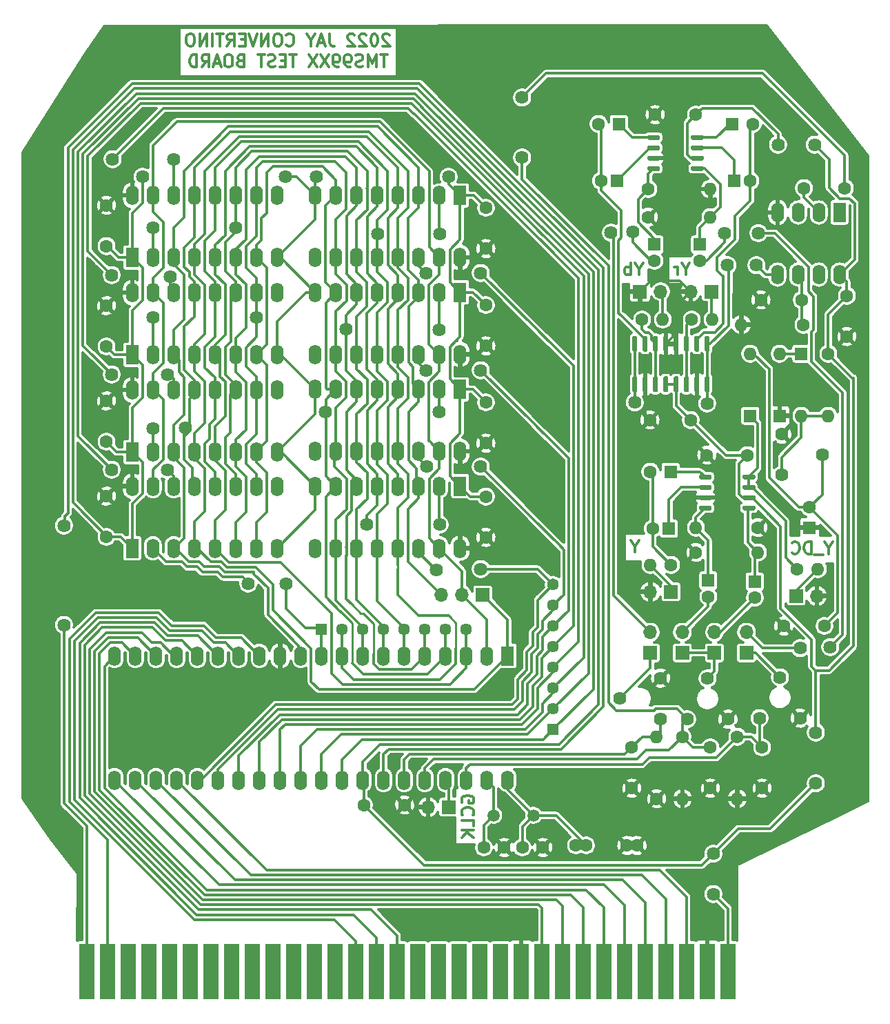
<source format=gbr>
%TF.GenerationSoftware,KiCad,Pcbnew,5.1.12-84ad8e8a86~92~ubuntu20.04.1*%
%TF.CreationDate,2022-04-30T08:14:47-04:00*%
%TF.ProjectId,PICerino_TMS9928,50494365-7269-46e6-9f5f-544d53393932,rev?*%
%TF.SameCoordinates,Original*%
%TF.FileFunction,Copper,L2,Bot*%
%TF.FilePolarity,Positive*%
%FSLAX46Y46*%
G04 Gerber Fmt 4.6, Leading zero omitted, Abs format (unit mm)*
G04 Created by KiCad (PCBNEW 5.1.12-84ad8e8a86~92~ubuntu20.04.1) date 2022-04-30 08:14:47*
%MOMM*%
%LPD*%
G01*
G04 APERTURE LIST*
%TA.AperFunction,NonConductor*%
%ADD10C,0.300000*%
%TD*%
%TA.AperFunction,NonConductor*%
%ADD11C,0.330200*%
%TD*%
%TA.AperFunction,ComponentPad*%
%ADD12O,1.600000X2.400000*%
%TD*%
%TA.AperFunction,ComponentPad*%
%ADD13R,1.600000X2.400000*%
%TD*%
%TA.AperFunction,ComponentPad*%
%ADD14C,1.620000*%
%TD*%
%TA.AperFunction,ComponentPad*%
%ADD15O,1.600000X1.600000*%
%TD*%
%TA.AperFunction,ComponentPad*%
%ADD16C,1.600000*%
%TD*%
%TA.AperFunction,ComponentPad*%
%ADD17O,1.700000X1.700000*%
%TD*%
%TA.AperFunction,ComponentPad*%
%ADD18R,1.700000X1.700000*%
%TD*%
%TA.AperFunction,ComponentPad*%
%ADD19R,1.600000X1.600000*%
%TD*%
%TA.AperFunction,ComponentPad*%
%ADD20C,1.450000*%
%TD*%
%TA.AperFunction,ComponentPad*%
%ADD21R,1.450000X1.450000*%
%TD*%
%TA.AperFunction,SMDPad,CuDef*%
%ADD22R,1.905000X6.858000*%
%TD*%
%TA.AperFunction,ComponentPad*%
%ADD23C,1.500000*%
%TD*%
%TA.AperFunction,ViaPad*%
%ADD24C,1.625600*%
%TD*%
%TA.AperFunction,Conductor*%
%ADD25C,0.304800*%
%TD*%
%TA.AperFunction,Conductor*%
%ADD26C,0.279400*%
%TD*%
%TA.AperFunction,Conductor*%
%ADD27C,0.100000*%
%TD*%
G04 APERTURE END LIST*
D10*
X205652428Y-97881285D02*
X205652428Y-98595571D01*
X206152428Y-97095571D02*
X205652428Y-97881285D01*
X205152428Y-97095571D01*
X205009571Y-98738428D02*
X203866714Y-98738428D01*
X203509571Y-98595571D02*
X203509571Y-97095571D01*
X203152428Y-97095571D01*
X202938142Y-97167000D01*
X202795285Y-97309857D01*
X202723857Y-97452714D01*
X202652428Y-97738428D01*
X202652428Y-97952714D01*
X202723857Y-98238428D01*
X202795285Y-98381285D01*
X202938142Y-98524142D01*
X203152428Y-98595571D01*
X203509571Y-98595571D01*
X201152428Y-98452714D02*
X201223857Y-98524142D01*
X201438142Y-98595571D01*
X201581000Y-98595571D01*
X201795285Y-98524142D01*
X201938142Y-98381285D01*
X202009571Y-98238428D01*
X202081000Y-97952714D01*
X202081000Y-97738428D01*
X202009571Y-97452714D01*
X201938142Y-97309857D01*
X201795285Y-97167000D01*
X201581000Y-97095571D01*
X201438142Y-97095571D01*
X201223857Y-97167000D01*
X201152428Y-97238428D01*
X160667000Y-129095714D02*
X160595571Y-128952857D01*
X160595571Y-128738571D01*
X160667000Y-128524285D01*
X160809857Y-128381428D01*
X160952714Y-128310000D01*
X161238428Y-128238571D01*
X161452714Y-128238571D01*
X161738428Y-128310000D01*
X161881285Y-128381428D01*
X162024142Y-128524285D01*
X162095571Y-128738571D01*
X162095571Y-128881428D01*
X162024142Y-129095714D01*
X161952714Y-129167142D01*
X161452714Y-129167142D01*
X161452714Y-128881428D01*
X161952714Y-130667142D02*
X162024142Y-130595714D01*
X162095571Y-130381428D01*
X162095571Y-130238571D01*
X162024142Y-130024285D01*
X161881285Y-129881428D01*
X161738428Y-129810000D01*
X161452714Y-129738571D01*
X161238428Y-129738571D01*
X160952714Y-129810000D01*
X160809857Y-129881428D01*
X160667000Y-130024285D01*
X160595571Y-130238571D01*
X160595571Y-130381428D01*
X160667000Y-130595714D01*
X160738428Y-130667142D01*
X162095571Y-132024285D02*
X162095571Y-131310000D01*
X160595571Y-131310000D01*
X162095571Y-132524285D02*
X160595571Y-132524285D01*
X162095571Y-133381428D02*
X161238428Y-132738571D01*
X160595571Y-133381428D02*
X161452714Y-132524285D01*
X182352071Y-63654785D02*
X182352071Y-64369071D01*
X182852071Y-62869071D02*
X182352071Y-63654785D01*
X181852071Y-62869071D01*
X181352071Y-64369071D02*
X181352071Y-62869071D01*
X181352071Y-63440500D02*
X181209214Y-63369071D01*
X180923500Y-63369071D01*
X180780642Y-63440500D01*
X180709214Y-63511928D01*
X180637785Y-63654785D01*
X180637785Y-64083357D01*
X180709214Y-64226214D01*
X180780642Y-64297642D01*
X180923500Y-64369071D01*
X181209214Y-64369071D01*
X181352071Y-64297642D01*
X188106785Y-63654785D02*
X188106785Y-64369071D01*
X188606785Y-62869071D02*
X188106785Y-63654785D01*
X187606785Y-62869071D01*
X187106785Y-64369071D02*
X187106785Y-63369071D01*
X187106785Y-63654785D02*
X187035357Y-63511928D01*
X186963928Y-63440500D01*
X186821071Y-63369071D01*
X186678214Y-63369071D01*
X181864000Y-97690785D02*
X181864000Y-98405071D01*
X182364000Y-96905071D02*
X181864000Y-97690785D01*
X181364000Y-96905071D01*
D11*
X151719785Y-34924828D02*
X151648357Y-34853400D01*
X151505500Y-34781971D01*
X151148357Y-34781971D01*
X151005500Y-34853400D01*
X150934071Y-34924828D01*
X150862642Y-35067685D01*
X150862642Y-35210542D01*
X150934071Y-35424828D01*
X151791214Y-36281971D01*
X150862642Y-36281971D01*
X149934071Y-34781971D02*
X149791214Y-34781971D01*
X149648357Y-34853400D01*
X149576928Y-34924828D01*
X149505500Y-35067685D01*
X149434071Y-35353400D01*
X149434071Y-35710542D01*
X149505500Y-35996257D01*
X149576928Y-36139114D01*
X149648357Y-36210542D01*
X149791214Y-36281971D01*
X149934071Y-36281971D01*
X150076928Y-36210542D01*
X150148357Y-36139114D01*
X150219785Y-35996257D01*
X150291214Y-35710542D01*
X150291214Y-35353400D01*
X150219785Y-35067685D01*
X150148357Y-34924828D01*
X150076928Y-34853400D01*
X149934071Y-34781971D01*
X148862642Y-34924828D02*
X148791214Y-34853400D01*
X148648357Y-34781971D01*
X148291214Y-34781971D01*
X148148357Y-34853400D01*
X148076928Y-34924828D01*
X148005500Y-35067685D01*
X148005500Y-35210542D01*
X148076928Y-35424828D01*
X148934071Y-36281971D01*
X148005500Y-36281971D01*
X147434071Y-34924828D02*
X147362642Y-34853400D01*
X147219785Y-34781971D01*
X146862642Y-34781971D01*
X146719785Y-34853400D01*
X146648357Y-34924828D01*
X146576928Y-35067685D01*
X146576928Y-35210542D01*
X146648357Y-35424828D01*
X147505500Y-36281971D01*
X146576928Y-36281971D01*
X144362642Y-34781971D02*
X144362642Y-35853400D01*
X144434071Y-36067685D01*
X144576928Y-36210542D01*
X144791214Y-36281971D01*
X144934071Y-36281971D01*
X143719785Y-35853400D02*
X143005500Y-35853400D01*
X143862642Y-36281971D02*
X143362642Y-34781971D01*
X142862642Y-36281971D01*
X142076928Y-35567685D02*
X142076928Y-36281971D01*
X142576928Y-34781971D02*
X142076928Y-35567685D01*
X141576928Y-34781971D01*
X139076928Y-36139114D02*
X139148357Y-36210542D01*
X139362642Y-36281971D01*
X139505500Y-36281971D01*
X139719785Y-36210542D01*
X139862642Y-36067685D01*
X139934071Y-35924828D01*
X140005500Y-35639114D01*
X140005500Y-35424828D01*
X139934071Y-35139114D01*
X139862642Y-34996257D01*
X139719785Y-34853400D01*
X139505500Y-34781971D01*
X139362642Y-34781971D01*
X139148357Y-34853400D01*
X139076928Y-34924828D01*
X138148357Y-34781971D02*
X137862642Y-34781971D01*
X137719785Y-34853400D01*
X137576928Y-34996257D01*
X137505500Y-35281971D01*
X137505500Y-35781971D01*
X137576928Y-36067685D01*
X137719785Y-36210542D01*
X137862642Y-36281971D01*
X138148357Y-36281971D01*
X138291214Y-36210542D01*
X138434071Y-36067685D01*
X138505500Y-35781971D01*
X138505500Y-35281971D01*
X138434071Y-34996257D01*
X138291214Y-34853400D01*
X138148357Y-34781971D01*
X136862642Y-36281971D02*
X136862642Y-34781971D01*
X136005500Y-36281971D01*
X136005500Y-34781971D01*
X135505500Y-34781971D02*
X135005500Y-36281971D01*
X134505500Y-34781971D01*
X134005500Y-35496257D02*
X133505500Y-35496257D01*
X133291214Y-36281971D02*
X134005500Y-36281971D01*
X134005500Y-34781971D01*
X133291214Y-34781971D01*
X131791214Y-36281971D02*
X132291214Y-35567685D01*
X132648357Y-36281971D02*
X132648357Y-34781971D01*
X132076928Y-34781971D01*
X131934071Y-34853400D01*
X131862642Y-34924828D01*
X131791214Y-35067685D01*
X131791214Y-35281971D01*
X131862642Y-35424828D01*
X131934071Y-35496257D01*
X132076928Y-35567685D01*
X132648357Y-35567685D01*
X131362642Y-34781971D02*
X130505500Y-34781971D01*
X130934071Y-36281971D02*
X130934071Y-34781971D01*
X130005500Y-36281971D02*
X130005500Y-34781971D01*
X129291214Y-36281971D02*
X129291214Y-34781971D01*
X128434071Y-36281971D01*
X128434071Y-34781971D01*
X127434071Y-34781971D02*
X127148357Y-34781971D01*
X127005500Y-34853400D01*
X126862642Y-34996257D01*
X126791214Y-35281971D01*
X126791214Y-35781971D01*
X126862642Y-36067685D01*
X127005500Y-36210542D01*
X127148357Y-36281971D01*
X127434071Y-36281971D01*
X127576928Y-36210542D01*
X127719785Y-36067685D01*
X127791214Y-35781971D01*
X127791214Y-35281971D01*
X127719785Y-34996257D01*
X127576928Y-34853400D01*
X127434071Y-34781971D01*
X151469785Y-37362171D02*
X150612642Y-37362171D01*
X151041214Y-38862171D02*
X151041214Y-37362171D01*
X150112642Y-38862171D02*
X150112642Y-37362171D01*
X149612642Y-38433600D01*
X149112642Y-37362171D01*
X149112642Y-38862171D01*
X148469785Y-38790742D02*
X148255500Y-38862171D01*
X147898357Y-38862171D01*
X147755500Y-38790742D01*
X147684071Y-38719314D01*
X147612642Y-38576457D01*
X147612642Y-38433600D01*
X147684071Y-38290742D01*
X147755500Y-38219314D01*
X147898357Y-38147885D01*
X148184071Y-38076457D01*
X148326928Y-38005028D01*
X148398357Y-37933600D01*
X148469785Y-37790742D01*
X148469785Y-37647885D01*
X148398357Y-37505028D01*
X148326928Y-37433600D01*
X148184071Y-37362171D01*
X147826928Y-37362171D01*
X147612642Y-37433600D01*
X146898357Y-38862171D02*
X146612642Y-38862171D01*
X146469785Y-38790742D01*
X146398357Y-38719314D01*
X146255500Y-38505028D01*
X146184071Y-38219314D01*
X146184071Y-37647885D01*
X146255500Y-37505028D01*
X146326928Y-37433600D01*
X146469785Y-37362171D01*
X146755500Y-37362171D01*
X146898357Y-37433600D01*
X146969785Y-37505028D01*
X147041214Y-37647885D01*
X147041214Y-38005028D01*
X146969785Y-38147885D01*
X146898357Y-38219314D01*
X146755500Y-38290742D01*
X146469785Y-38290742D01*
X146326928Y-38219314D01*
X146255500Y-38147885D01*
X146184071Y-38005028D01*
X145469785Y-38862171D02*
X145184071Y-38862171D01*
X145041214Y-38790742D01*
X144969785Y-38719314D01*
X144826928Y-38505028D01*
X144755500Y-38219314D01*
X144755500Y-37647885D01*
X144826928Y-37505028D01*
X144898357Y-37433600D01*
X145041214Y-37362171D01*
X145326928Y-37362171D01*
X145469785Y-37433600D01*
X145541214Y-37505028D01*
X145612642Y-37647885D01*
X145612642Y-38005028D01*
X145541214Y-38147885D01*
X145469785Y-38219314D01*
X145326928Y-38290742D01*
X145041214Y-38290742D01*
X144898357Y-38219314D01*
X144826928Y-38147885D01*
X144755500Y-38005028D01*
X144255500Y-37362171D02*
X143255500Y-38862171D01*
X143255500Y-37362171D02*
X144255500Y-38862171D01*
X142826928Y-37362171D02*
X141826928Y-38862171D01*
X141826928Y-37362171D02*
X142826928Y-38862171D01*
X140326928Y-37362171D02*
X139469785Y-37362171D01*
X139898357Y-38862171D02*
X139898357Y-37362171D01*
X138969785Y-38076457D02*
X138469785Y-38076457D01*
X138255500Y-38862171D02*
X138969785Y-38862171D01*
X138969785Y-37362171D01*
X138255500Y-37362171D01*
X137684071Y-38790742D02*
X137469785Y-38862171D01*
X137112642Y-38862171D01*
X136969785Y-38790742D01*
X136898357Y-38719314D01*
X136826928Y-38576457D01*
X136826928Y-38433600D01*
X136898357Y-38290742D01*
X136969785Y-38219314D01*
X137112642Y-38147885D01*
X137398357Y-38076457D01*
X137541214Y-38005028D01*
X137612642Y-37933600D01*
X137684071Y-37790742D01*
X137684071Y-37647885D01*
X137612642Y-37505028D01*
X137541214Y-37433600D01*
X137398357Y-37362171D01*
X137041214Y-37362171D01*
X136826928Y-37433600D01*
X136398357Y-37362171D02*
X135541214Y-37362171D01*
X135969785Y-38862171D02*
X135969785Y-37362171D01*
X133398357Y-38076457D02*
X133184071Y-38147885D01*
X133112642Y-38219314D01*
X133041214Y-38362171D01*
X133041214Y-38576457D01*
X133112642Y-38719314D01*
X133184071Y-38790742D01*
X133326928Y-38862171D01*
X133898357Y-38862171D01*
X133898357Y-37362171D01*
X133398357Y-37362171D01*
X133255500Y-37433600D01*
X133184071Y-37505028D01*
X133112642Y-37647885D01*
X133112642Y-37790742D01*
X133184071Y-37933600D01*
X133255500Y-38005028D01*
X133398357Y-38076457D01*
X133898357Y-38076457D01*
X132112642Y-37362171D02*
X131826928Y-37362171D01*
X131684071Y-37433600D01*
X131541214Y-37576457D01*
X131469785Y-37862171D01*
X131469785Y-38362171D01*
X131541214Y-38647885D01*
X131684071Y-38790742D01*
X131826928Y-38862171D01*
X132112642Y-38862171D01*
X132255500Y-38790742D01*
X132398357Y-38647885D01*
X132469785Y-38362171D01*
X132469785Y-37862171D01*
X132398357Y-37576457D01*
X132255500Y-37433600D01*
X132112642Y-37362171D01*
X130898357Y-38433600D02*
X130184071Y-38433600D01*
X131041214Y-38862171D02*
X130541214Y-37362171D01*
X130041214Y-38862171D01*
X128684071Y-38862171D02*
X129184071Y-38147885D01*
X129541214Y-38862171D02*
X129541214Y-37362171D01*
X128969785Y-37362171D01*
X128826928Y-37433600D01*
X128755500Y-37505028D01*
X128684071Y-37647885D01*
X128684071Y-37862171D01*
X128755500Y-38005028D01*
X128826928Y-38076457D01*
X128969785Y-38147885D01*
X129541214Y-38147885D01*
X128041214Y-38862171D02*
X128041214Y-37362171D01*
X127684071Y-37362171D01*
X127469785Y-37433600D01*
X127326928Y-37576457D01*
X127255500Y-37719314D01*
X127184071Y-38005028D01*
X127184071Y-38219314D01*
X127255500Y-38505028D01*
X127326928Y-38647885D01*
X127469785Y-38790742D01*
X127684071Y-38862171D01*
X128041214Y-38862171D01*
D12*
%TO.P,U1,8*%
%TO.N,VCC*%
X207010000Y-64325500D03*
%TO.P,U1,4*%
%TO.N,VSS*%
X199390000Y-56705500D03*
%TO.P,U1,7*%
%TO.N,Net-(U1-Pad7)*%
X204470000Y-64325500D03*
%TO.P,U1,3*%
%TO.N,Net-(U1-Pad3)*%
X201930000Y-56705500D03*
%TO.P,U1,6*%
%TO.N,Net-(C30-Pad2)*%
X201930000Y-64325500D03*
%TO.P,U1,2*%
%TO.N,Net-(C31-Pad2)*%
X204470000Y-56705500D03*
%TO.P,U1,5*%
%TO.N,Net-(IC1-Pad1)*%
X199390000Y-64325500D03*
D13*
%TO.P,U1,1*%
%TO.N,Net-(U1-Pad1)*%
X207010000Y-56705500D03*
%TD*%
D14*
%TO.P,RV4,1*%
%TO.N,VSS*%
X185039000Y-113855500D03*
%TO.P,RV4,2*%
%TO.N,Net-(J9-Pad1)*%
X180039000Y-116355500D03*
%TO.P,RV4,3*%
%TO.N,/Yb*%
X185039000Y-118855500D03*
%TD*%
%TO.P,RV3,1*%
%TO.N,VSS*%
X202184000Y-118745000D03*
%TO.P,RV3,2*%
%TO.N,Net-(J8-Pad1)*%
X199684000Y-113745000D03*
%TO.P,RV3,3*%
%TO.N,/Yr*%
X197184000Y-118745000D03*
%TD*%
%TO.P,RV2,1*%
%TO.N,VSS*%
X193294000Y-118872000D03*
%TO.P,RV2,2*%
%TO.N,Net-(J5-Pad1)*%
X190794000Y-113872000D03*
%TO.P,RV2,3*%
%TO.N,/Y*%
X188294000Y-118872000D03*
%TD*%
%TO.P,RV1,1*%
%TO.N,Net-(D1-Pad2)*%
X199898000Y-88900000D03*
%TO.P,RV1,2*%
%TO.N,Net-(C27-Pad2)*%
X204898000Y-86400000D03*
%TO.P,RV1,3*%
%TO.N,VSS*%
X199898000Y-83900000D03*
%TD*%
D15*
%TO.P,R13,2*%
%TO.N,VSS*%
X194945000Y-70485000D03*
D16*
%TO.P,R13,1*%
%TO.N,Net-(C30-Pad2)*%
X202565000Y-70485000D03*
%TD*%
D15*
%TO.P,R12,2*%
%TO.N,Net-(J6-Pad1)*%
X204343000Y-100457000D03*
D16*
%TO.P,R12,1*%
%TO.N,Net-(D3-Pad1)*%
X201803000Y-100457000D03*
%TD*%
D15*
%TO.P,R11,2*%
%TO.N,Net-(C28-Pad1)*%
X196977000Y-98425000D03*
D16*
%TO.P,R11,1*%
%TO.N,VSS*%
X189357000Y-98425000D03*
%TD*%
D15*
%TO.P,R10,2*%
%TO.N,Net-(D1-Pad2)*%
X205613000Y-81661000D03*
D16*
%TO.P,R10,1*%
%TO.N,VCC*%
X205613000Y-74041000D03*
%TD*%
D17*
%TO.P,J6,2*%
%TO.N,VSS*%
X204216000Y-103759000D03*
D18*
%TO.P,J6,1*%
%TO.N,Net-(J6-Pad1)*%
X201676000Y-103759000D03*
%TD*%
D17*
%TO.P,J5,2*%
%TO.N,Net-(C28-Pad2)*%
X191643000Y-108204000D03*
D18*
%TO.P,J5,1*%
%TO.N,Net-(J5-Pad1)*%
X191643000Y-110744000D03*
%TD*%
%TO.P,IC1,16*%
%TO.N,Net-(IC1-Pad1)*%
%TA.AperFunction,SMDPad,CuDef*%
G36*
G01*
X181714000Y-76811000D02*
X182014000Y-76811000D01*
G75*
G02*
X182164000Y-76961000I0J-150000D01*
G01*
X182164000Y-78611000D01*
G75*
G02*
X182014000Y-78761000I-150000J0D01*
G01*
X181714000Y-78761000D01*
G75*
G02*
X181564000Y-78611000I0J150000D01*
G01*
X181564000Y-76961000D01*
G75*
G02*
X181714000Y-76811000I150000J0D01*
G01*
G37*
%TD.AperFunction*%
%TO.P,IC1,15*%
%TO.N,VSS*%
%TA.AperFunction,SMDPad,CuDef*%
G36*
G01*
X182984000Y-76811000D02*
X183284000Y-76811000D01*
G75*
G02*
X183434000Y-76961000I0J-150000D01*
G01*
X183434000Y-78611000D01*
G75*
G02*
X183284000Y-78761000I-150000J0D01*
G01*
X182984000Y-78761000D01*
G75*
G02*
X182834000Y-78611000I0J150000D01*
G01*
X182834000Y-76961000D01*
G75*
G02*
X182984000Y-76811000I150000J0D01*
G01*
G37*
%TD.AperFunction*%
%TO.P,IC1,14*%
%TO.N,Net-(IC1-Pad14)*%
%TA.AperFunction,SMDPad,CuDef*%
G36*
G01*
X184254000Y-76811000D02*
X184554000Y-76811000D01*
G75*
G02*
X184704000Y-76961000I0J-150000D01*
G01*
X184704000Y-78611000D01*
G75*
G02*
X184554000Y-78761000I-150000J0D01*
G01*
X184254000Y-78761000D01*
G75*
G02*
X184104000Y-78611000I0J150000D01*
G01*
X184104000Y-76961000D01*
G75*
G02*
X184254000Y-76811000I150000J0D01*
G01*
G37*
%TD.AperFunction*%
%TO.P,IC1,13*%
%TO.N,VCC*%
%TA.AperFunction,SMDPad,CuDef*%
G36*
G01*
X185524000Y-76811000D02*
X185824000Y-76811000D01*
G75*
G02*
X185974000Y-76961000I0J-150000D01*
G01*
X185974000Y-78611000D01*
G75*
G02*
X185824000Y-78761000I-150000J0D01*
G01*
X185524000Y-78761000D01*
G75*
G02*
X185374000Y-78611000I0J150000D01*
G01*
X185374000Y-76961000D01*
G75*
G02*
X185524000Y-76811000I150000J0D01*
G01*
G37*
%TD.AperFunction*%
%TO.P,IC1,12*%
%TA.AperFunction,SMDPad,CuDef*%
G36*
G01*
X186794000Y-76811000D02*
X187094000Y-76811000D01*
G75*
G02*
X187244000Y-76961000I0J-150000D01*
G01*
X187244000Y-78611000D01*
G75*
G02*
X187094000Y-78761000I-150000J0D01*
G01*
X186794000Y-78761000D01*
G75*
G02*
X186644000Y-78611000I0J150000D01*
G01*
X186644000Y-76961000D01*
G75*
G02*
X186794000Y-76811000I150000J0D01*
G01*
G37*
%TD.AperFunction*%
%TO.P,IC1,11*%
%TO.N,Net-(IC1-Pad11)*%
%TA.AperFunction,SMDPad,CuDef*%
G36*
G01*
X188064000Y-76811000D02*
X188364000Y-76811000D01*
G75*
G02*
X188514000Y-76961000I0J-150000D01*
G01*
X188514000Y-78611000D01*
G75*
G02*
X188364000Y-78761000I-150000J0D01*
G01*
X188064000Y-78761000D01*
G75*
G02*
X187914000Y-78611000I0J150000D01*
G01*
X187914000Y-76961000D01*
G75*
G02*
X188064000Y-76811000I150000J0D01*
G01*
G37*
%TD.AperFunction*%
%TO.P,IC1,10*%
%TO.N,VSS*%
%TA.AperFunction,SMDPad,CuDef*%
G36*
G01*
X189334000Y-76811000D02*
X189634000Y-76811000D01*
G75*
G02*
X189784000Y-76961000I0J-150000D01*
G01*
X189784000Y-78611000D01*
G75*
G02*
X189634000Y-78761000I-150000J0D01*
G01*
X189334000Y-78761000D01*
G75*
G02*
X189184000Y-78611000I0J150000D01*
G01*
X189184000Y-76961000D01*
G75*
G02*
X189334000Y-76811000I150000J0D01*
G01*
G37*
%TD.AperFunction*%
%TO.P,IC1,9*%
%TO.N,Net-(IC1-Pad1)*%
%TA.AperFunction,SMDPad,CuDef*%
G36*
G01*
X190604000Y-76811000D02*
X190904000Y-76811000D01*
G75*
G02*
X191054000Y-76961000I0J-150000D01*
G01*
X191054000Y-78611000D01*
G75*
G02*
X190904000Y-78761000I-150000J0D01*
G01*
X190604000Y-78761000D01*
G75*
G02*
X190454000Y-78611000I0J150000D01*
G01*
X190454000Y-76961000D01*
G75*
G02*
X190604000Y-76811000I150000J0D01*
G01*
G37*
%TD.AperFunction*%
%TO.P,IC1,8*%
%TA.AperFunction,SMDPad,CuDef*%
G36*
G01*
X190604000Y-71861000D02*
X190904000Y-71861000D01*
G75*
G02*
X191054000Y-72011000I0J-150000D01*
G01*
X191054000Y-73661000D01*
G75*
G02*
X190904000Y-73811000I-150000J0D01*
G01*
X190604000Y-73811000D01*
G75*
G02*
X190454000Y-73661000I0J150000D01*
G01*
X190454000Y-72011000D01*
G75*
G02*
X190604000Y-71861000I150000J0D01*
G01*
G37*
%TD.AperFunction*%
%TO.P,IC1,7*%
%TO.N,Net-(C10-Pad2)*%
%TA.AperFunction,SMDPad,CuDef*%
G36*
G01*
X189334000Y-71861000D02*
X189634000Y-71861000D01*
G75*
G02*
X189784000Y-72011000I0J-150000D01*
G01*
X189784000Y-73661000D01*
G75*
G02*
X189634000Y-73811000I-150000J0D01*
G01*
X189334000Y-73811000D01*
G75*
G02*
X189184000Y-73661000I0J150000D01*
G01*
X189184000Y-72011000D01*
G75*
G02*
X189334000Y-71861000I150000J0D01*
G01*
G37*
%TD.AperFunction*%
%TO.P,IC1,6*%
%TO.N,Net-(IC1-Pad11)*%
%TA.AperFunction,SMDPad,CuDef*%
G36*
G01*
X188064000Y-71861000D02*
X188364000Y-71861000D01*
G75*
G02*
X188514000Y-72011000I0J-150000D01*
G01*
X188514000Y-73661000D01*
G75*
G02*
X188364000Y-73811000I-150000J0D01*
G01*
X188064000Y-73811000D01*
G75*
G02*
X187914000Y-73661000I0J150000D01*
G01*
X187914000Y-72011000D01*
G75*
G02*
X188064000Y-71861000I150000J0D01*
G01*
G37*
%TD.AperFunction*%
%TO.P,IC1,5*%
%TO.N,VSS*%
%TA.AperFunction,SMDPad,CuDef*%
G36*
G01*
X186794000Y-71861000D02*
X187094000Y-71861000D01*
G75*
G02*
X187244000Y-72011000I0J-150000D01*
G01*
X187244000Y-73661000D01*
G75*
G02*
X187094000Y-73811000I-150000J0D01*
G01*
X186794000Y-73811000D01*
G75*
G02*
X186644000Y-73661000I0J150000D01*
G01*
X186644000Y-72011000D01*
G75*
G02*
X186794000Y-71861000I150000J0D01*
G01*
G37*
%TD.AperFunction*%
%TO.P,IC1,4*%
%TA.AperFunction,SMDPad,CuDef*%
G36*
G01*
X185524000Y-71861000D02*
X185824000Y-71861000D01*
G75*
G02*
X185974000Y-72011000I0J-150000D01*
G01*
X185974000Y-73661000D01*
G75*
G02*
X185824000Y-73811000I-150000J0D01*
G01*
X185524000Y-73811000D01*
G75*
G02*
X185374000Y-73661000I0J150000D01*
G01*
X185374000Y-72011000D01*
G75*
G02*
X185524000Y-71861000I150000J0D01*
G01*
G37*
%TD.AperFunction*%
%TO.P,IC1,3*%
%TO.N,Net-(IC1-Pad14)*%
%TA.AperFunction,SMDPad,CuDef*%
G36*
G01*
X184254000Y-71861000D02*
X184554000Y-71861000D01*
G75*
G02*
X184704000Y-72011000I0J-150000D01*
G01*
X184704000Y-73661000D01*
G75*
G02*
X184554000Y-73811000I-150000J0D01*
G01*
X184254000Y-73811000D01*
G75*
G02*
X184104000Y-73661000I0J150000D01*
G01*
X184104000Y-72011000D01*
G75*
G02*
X184254000Y-71861000I150000J0D01*
G01*
G37*
%TD.AperFunction*%
%TO.P,IC1,2*%
%TO.N,Net-(C7-Pad2)*%
%TA.AperFunction,SMDPad,CuDef*%
G36*
G01*
X182984000Y-71861000D02*
X183284000Y-71861000D01*
G75*
G02*
X183434000Y-72011000I0J-150000D01*
G01*
X183434000Y-73661000D01*
G75*
G02*
X183284000Y-73811000I-150000J0D01*
G01*
X182984000Y-73811000D01*
G75*
G02*
X182834000Y-73661000I0J150000D01*
G01*
X182834000Y-72011000D01*
G75*
G02*
X182984000Y-71861000I150000J0D01*
G01*
G37*
%TD.AperFunction*%
%TO.P,IC1,1*%
%TO.N,Net-(IC1-Pad1)*%
%TA.AperFunction,SMDPad,CuDef*%
G36*
G01*
X181714000Y-71861000D02*
X182014000Y-71861000D01*
G75*
G02*
X182164000Y-72011000I0J-150000D01*
G01*
X182164000Y-73661000D01*
G75*
G02*
X182014000Y-73811000I-150000J0D01*
G01*
X181714000Y-73811000D01*
G75*
G02*
X181564000Y-73661000I0J150000D01*
G01*
X181564000Y-72011000D01*
G75*
G02*
X181714000Y-71861000I150000J0D01*
G01*
G37*
%TD.AperFunction*%
%TD*%
D15*
%TO.P,D3,2*%
%TO.N,Net-(C27-Pad2)*%
X196024500Y-74041000D03*
D19*
%TO.P,D3,1*%
%TO.N,Net-(D3-Pad1)*%
X196024500Y-81661000D03*
%TD*%
D15*
%TO.P,D2,2*%
%TO.N,Net-(D1-Pad1)*%
X199644000Y-74041000D03*
D19*
%TO.P,D2,1*%
%TO.N,VSS*%
X199644000Y-81661000D03*
%TD*%
D15*
%TO.P,D1,2*%
%TO.N,Net-(D1-Pad2)*%
X202311000Y-81661000D03*
D19*
%TO.P,D1,1*%
%TO.N,Net-(D1-Pad1)*%
X202311000Y-74041000D03*
%TD*%
D16*
%TO.P,C33,2*%
%TO.N,VSS*%
X207899000Y-71929000D03*
%TO.P,C33,1*%
%TO.N,VCC*%
X207899000Y-66929000D03*
%TD*%
%TO.P,C32,2*%
%TO.N,VSS*%
X183722000Y-82169000D03*
%TO.P,C32,1*%
%TO.N,VCC*%
X188722000Y-82169000D03*
%TD*%
%TO.P,C31,2*%
%TO.N,Net-(C31-Pad2)*%
X202645000Y-53721000D03*
%TO.P,C31,1*%
%TO.N,/Y*%
X207645000Y-53721000D03*
%TD*%
%TO.P,C30,2*%
%TO.N,Net-(C30-Pad2)*%
X202358000Y-67437000D03*
%TO.P,C30,1*%
%TO.N,VSS*%
X197358000Y-67437000D03*
%TD*%
%TO.P,C29,2*%
%TO.N,Net-(C27-Pad2)*%
X205152000Y-107442000D03*
%TO.P,C29,1*%
%TO.N,VSS*%
X200152000Y-107442000D03*
%TD*%
%TO.P,C28,2*%
%TO.N,Net-(C28-Pad2)*%
X196596000Y-103981000D03*
D19*
%TO.P,C28,1*%
%TO.N,Net-(C28-Pad1)*%
X196596000Y-101981000D03*
%TD*%
D16*
%TO.P,C27,2*%
%TO.N,Net-(C27-Pad2)*%
X203327000Y-92877000D03*
D19*
%TO.P,C27,1*%
%TO.N,VSS*%
X203327000Y-95377000D03*
%TD*%
D20*
%TO.P,J11,8*%
%TO.N,/R7*%
X171831000Y-102362000D03*
%TO.P,J11,7*%
%TO.N,/R6*%
X171831000Y-104902000D03*
%TO.P,J11,6*%
%TO.N,/R5*%
X171831000Y-107442000D03*
%TO.P,J11,5*%
%TO.N,/R4*%
X171831000Y-109982000D03*
%TO.P,J11,4*%
%TO.N,/R3*%
X171831000Y-112522000D03*
%TO.P,J11,3*%
%TO.N,/R2*%
X171831000Y-115062000D03*
%TO.P,J11,2*%
%TO.N,/R1*%
X171831000Y-117602000D03*
D21*
%TO.P,J11,1*%
%TO.N,/R0*%
X171831000Y-120142000D03*
%TD*%
D20*
%TO.P,J10,8*%
%TO.N,/A7*%
X161163000Y-107823000D03*
%TO.P,J10,7*%
%TO.N,/A6*%
X158623000Y-107823000D03*
%TO.P,J10,6*%
%TO.N,/A5*%
X156083000Y-107823000D03*
%TO.P,J10,5*%
%TO.N,/A4*%
X153543000Y-107823000D03*
%TO.P,J10,4*%
%TO.N,/A3*%
X151003000Y-107823000D03*
%TO.P,J10,3*%
%TO.N,/A2*%
X148463000Y-107823000D03*
%TO.P,J10,2*%
%TO.N,/A1*%
X145923000Y-107823000D03*
D21*
%TO.P,J10,1*%
%TO.N,/A0*%
X143383000Y-107823000D03*
%TD*%
D16*
%TO.P,C23,2*%
%TO.N,VSS*%
X163576000Y-96567000D03*
%TO.P,C23,1*%
%TO.N,VCC*%
X163576000Y-91567000D03*
%TD*%
D17*
%TO.P,J12,3*%
%TO.N,/RnW*%
X158115000Y-103632000D03*
%TO.P,J12,2*%
%TO.N,/nCAS*%
X160655000Y-103632000D03*
D18*
%TO.P,J12,1*%
%TO.N,/nRAS*%
X163195000Y-103632000D03*
%TD*%
D17*
%TO.P,J9,2*%
%TO.N,Net-(C6-Pad2)*%
X183769000Y-108204000D03*
D18*
%TO.P,J9,1*%
%TO.N,Net-(J9-Pad1)*%
X183769000Y-110744000D03*
%TD*%
D17*
%TO.P,J8,2*%
%TO.N,Net-(C9-Pad2)*%
X195580000Y-108204000D03*
D18*
%TO.P,J8,1*%
%TO.N,Net-(J8-Pad1)*%
X195580000Y-110744000D03*
%TD*%
D17*
%TO.P,J7,2*%
%TO.N,Net-(C3-Pad2)*%
X187706000Y-108204000D03*
D18*
%TO.P,J7,1*%
%TO.N,Net-(J5-Pad1)*%
X187706000Y-110744000D03*
%TD*%
D16*
%TO.P,C26,2*%
%TO.N,VSS*%
X182125000Y-134366000D03*
%TO.P,C26,1*%
%TO.N,Net-(C1-Pad2)*%
X174625000Y-134366000D03*
%TO.P,C26,2*%
%TO.N,VSS*%
X180875000Y-134366000D03*
%TO.P,C26,1*%
%TO.N,Net-(C1-Pad2)*%
X175875000Y-134366000D03*
%TD*%
%TO.P,C14,2*%
%TO.N,/Yb*%
X181483000Y-122341000D03*
%TO.P,C14,1*%
%TO.N,VSS*%
X181483000Y-127341000D03*
%TD*%
%TO.P,C13,2*%
%TO.N,VSS*%
X197485000Y-127341000D03*
%TO.P,C13,1*%
%TO.N,/Yr*%
X197485000Y-122341000D03*
%TD*%
%TO.P,C12,2*%
%TO.N,VSS*%
X191135000Y-127341000D03*
%TO.P,C12,1*%
%TO.N,/Y*%
X191135000Y-122341000D03*
%TD*%
D15*
%TO.P,R9,2*%
%TO.N,/Yb*%
X184531000Y-121031000D03*
D16*
%TO.P,R9,1*%
%TO.N,VSS*%
X184531000Y-128651000D03*
%TD*%
D15*
%TO.P,R8,2*%
%TO.N,VSS*%
X194437000Y-128651000D03*
D16*
%TO.P,R8,1*%
%TO.N,/Yr*%
X194437000Y-121031000D03*
%TD*%
D15*
%TO.P,R7,2*%
%TO.N,VSS*%
X187706000Y-128651000D03*
D16*
%TO.P,R7,1*%
%TO.N,/Y*%
X187706000Y-121031000D03*
%TD*%
D22*
%TO.P,CON1,A27*%
%TO.N,/D3*%
X180594000Y-149860000D03*
%TO.P,CON1,A26*%
%TO.N,/D4*%
X178054000Y-149860000D03*
%TO.P,CON1,A25*%
%TO.N,/D5*%
X175514000Y-149860000D03*
%TO.P,CON1,A24*%
%TO.N,/D6*%
X172974000Y-149860000D03*
%TO.P,CON1,A23*%
%TO.N,/D7*%
X170434000Y-149860000D03*
%TO.P,CON1,A32*%
%TO.N,VCC*%
X193294000Y-149860000D03*
%TO.P,CON1,A30*%
%TO.N,/D0*%
X188214000Y-149860000D03*
%TO.P,CON1,A29*%
%TO.N,/D1*%
X185674000Y-149860000D03*
%TO.P,CON1,A28*%
%TO.N,/D2*%
X183134000Y-149860000D03*
%TO.P,CON1,A31*%
%TO.N,VSS*%
X190754000Y-149860000D03*
%TO.P,CON1,A22*%
X167894000Y-149860000D03*
%TO.P,CON1,A21*%
%TO.N,Net-(CON1-PadA21)*%
X165354000Y-149860000D03*
%TO.P,CON1,A17*%
%TO.N,Net-(CON1-PadA17)*%
X155194000Y-149860000D03*
%TO.P,CON1,A19*%
%TO.N,Net-(CON1-PadA19)*%
X160274000Y-149860000D03*
%TO.P,CON1,A20*%
%TO.N,Net-(CON1-PadA20)*%
X162814000Y-149860000D03*
%TO.P,CON1,A18*%
%TO.N,Net-(CON1-PadA18)*%
X157734000Y-149860000D03*
%TO.P,CON1,A16*%
%TO.N,/nINT*%
X152654000Y-149860000D03*
%TO.P,CON1,A15*%
%TO.N,/nCSR*%
X150114000Y-149860000D03*
%TO.P,CON1,A12*%
%TO.N,Net-(CON1-PadA12)*%
X142494000Y-149860000D03*
%TO.P,CON1,A11*%
%TO.N,Net-(CON1-PadA11)*%
X139954000Y-149860000D03*
%TO.P,CON1,A14*%
%TO.N,/nCSW*%
X147574000Y-149860000D03*
%TO.P,CON1,A13*%
%TO.N,Net-(CON1-PadA13)*%
X145034000Y-149860000D03*
%TO.P,CON1,A10*%
%TO.N,Net-(CON1-PadA10)*%
X137414000Y-149860000D03*
%TO.P,CON1,A7*%
%TO.N,Net-(CON1-PadA7)*%
X129794000Y-149860000D03*
%TO.P,CON1,A6*%
%TO.N,Net-(CON1-PadA6)*%
X127254000Y-149860000D03*
%TO.P,CON1,A9*%
%TO.N,Net-(CON1-PadA9)*%
X134874000Y-149860000D03*
%TO.P,CON1,A8*%
%TO.N,Net-(CON1-PadA8)*%
X132334000Y-149860000D03*
%TO.P,CON1,A5*%
%TO.N,Net-(CON1-PadA5)*%
X124714000Y-149860000D03*
%TO.P,CON1,A3*%
%TO.N,Net-(CON1-PadA3)*%
X119634000Y-149860000D03*
%TO.P,CON1,A1*%
%TO.N,/nRESET*%
X114554000Y-149860000D03*
%TO.P,CON1,A2*%
%TO.N,/MODE*%
X117094000Y-149860000D03*
%TO.P,CON1,A4*%
%TO.N,Net-(CON1-PadA4)*%
X122174000Y-149860000D03*
%TD*%
D15*
%TO.P,R6,2*%
%TO.N,Net-(J4-Pad1)*%
X191389000Y-69850000D03*
D16*
%TO.P,R6,1*%
%TO.N,Net-(IC1-Pad11)*%
X188849000Y-69850000D03*
%TD*%
D15*
%TO.P,R2,2*%
%TO.N,Net-(J3-Pad2)*%
X185293000Y-69850000D03*
D16*
%TO.P,R2,1*%
%TO.N,Net-(IC1-Pad14)*%
X182753000Y-69850000D03*
%TD*%
D15*
%TO.P,R1,2*%
%TO.N,Net-(J2-Pad1)*%
X183769000Y-99949000D03*
D16*
%TO.P,R1,1*%
%TO.N,Net-(C4-Pad2)*%
X186309000Y-99949000D03*
%TD*%
%TO.P,C11,2*%
%TO.N,Net-(C10-Pad2)*%
X196349718Y-45847000D03*
D19*
%TO.P,C11,1*%
%TO.N,Net-(C11-Pad1)*%
X193849718Y-45847000D03*
%TD*%
D16*
%TO.P,C8,2*%
%TO.N,Net-(C7-Pad2)*%
X177411282Y-45847000D03*
D19*
%TO.P,C8,1*%
%TO.N,Net-(C8-Pad1)*%
X179911282Y-45847000D03*
%TD*%
D16*
%TO.P,C5,2*%
%TO.N,Net-(C4-Pad2)*%
X183761282Y-88519000D03*
D19*
%TO.P,C5,1*%
%TO.N,Net-(C5-Pad1)*%
X186261282Y-88519000D03*
%TD*%
%TO.P,V3,8*%
%TO.N,Net-(C9-Pad1)*%
%TA.AperFunction,SMDPad,CuDef*%
G36*
G01*
X188757000Y-51458000D02*
X188757000Y-51158000D01*
G75*
G02*
X188907000Y-51008000I150000J0D01*
G01*
X190157000Y-51008000D01*
G75*
G02*
X190307000Y-51158000I0J-150000D01*
G01*
X190307000Y-51458000D01*
G75*
G02*
X190157000Y-51608000I-150000J0D01*
G01*
X188907000Y-51608000D01*
G75*
G02*
X188757000Y-51458000I0J150000D01*
G01*
G37*
%TD.AperFunction*%
%TO.P,V3,7*%
%TO.N,VCC*%
%TA.AperFunction,SMDPad,CuDef*%
G36*
G01*
X188757000Y-50188000D02*
X188757000Y-49888000D01*
G75*
G02*
X188907000Y-49738000I150000J0D01*
G01*
X190157000Y-49738000D01*
G75*
G02*
X190307000Y-49888000I0J-150000D01*
G01*
X190307000Y-50188000D01*
G75*
G02*
X190157000Y-50338000I-150000J0D01*
G01*
X188907000Y-50338000D01*
G75*
G02*
X188757000Y-50188000I0J150000D01*
G01*
G37*
%TD.AperFunction*%
%TO.P,V3,6*%
%TO.N,Net-(C10-Pad1)*%
%TA.AperFunction,SMDPad,CuDef*%
G36*
G01*
X188757000Y-48918000D02*
X188757000Y-48618000D01*
G75*
G02*
X188907000Y-48468000I150000J0D01*
G01*
X190157000Y-48468000D01*
G75*
G02*
X190307000Y-48618000I0J-150000D01*
G01*
X190307000Y-48918000D01*
G75*
G02*
X190157000Y-49068000I-150000J0D01*
G01*
X188907000Y-49068000D01*
G75*
G02*
X188757000Y-48918000I0J150000D01*
G01*
G37*
%TD.AperFunction*%
%TO.P,V3,5*%
%TO.N,Net-(C11-Pad1)*%
%TA.AperFunction,SMDPad,CuDef*%
G36*
G01*
X188757000Y-47648000D02*
X188757000Y-47348000D01*
G75*
G02*
X188907000Y-47198000I150000J0D01*
G01*
X190157000Y-47198000D01*
G75*
G02*
X190307000Y-47348000I0J-150000D01*
G01*
X190307000Y-47648000D01*
G75*
G02*
X190157000Y-47798000I-150000J0D01*
G01*
X188907000Y-47798000D01*
G75*
G02*
X188757000Y-47648000I0J150000D01*
G01*
G37*
%TD.AperFunction*%
%TO.P,V3,4*%
%TO.N,Net-(C8-Pad1)*%
%TA.AperFunction,SMDPad,CuDef*%
G36*
G01*
X183407000Y-47648000D02*
X183407000Y-47348000D01*
G75*
G02*
X183557000Y-47198000I150000J0D01*
G01*
X184807000Y-47198000D01*
G75*
G02*
X184957000Y-47348000I0J-150000D01*
G01*
X184957000Y-47648000D01*
G75*
G02*
X184807000Y-47798000I-150000J0D01*
G01*
X183557000Y-47798000D01*
G75*
G02*
X183407000Y-47648000I0J150000D01*
G01*
G37*
%TD.AperFunction*%
%TO.P,V3,3*%
%TO.N,Net-(C7-Pad1)*%
%TA.AperFunction,SMDPad,CuDef*%
G36*
G01*
X183407000Y-48918000D02*
X183407000Y-48618000D01*
G75*
G02*
X183557000Y-48468000I150000J0D01*
G01*
X184807000Y-48468000D01*
G75*
G02*
X184957000Y-48618000I0J-150000D01*
G01*
X184957000Y-48918000D01*
G75*
G02*
X184807000Y-49068000I-150000J0D01*
G01*
X183557000Y-49068000D01*
G75*
G02*
X183407000Y-48918000I0J150000D01*
G01*
G37*
%TD.AperFunction*%
%TO.P,V3,2*%
%TO.N,VSS*%
%TA.AperFunction,SMDPad,CuDef*%
G36*
G01*
X183407000Y-50188000D02*
X183407000Y-49888000D01*
G75*
G02*
X183557000Y-49738000I150000J0D01*
G01*
X184807000Y-49738000D01*
G75*
G02*
X184957000Y-49888000I0J-150000D01*
G01*
X184957000Y-50188000D01*
G75*
G02*
X184807000Y-50338000I-150000J0D01*
G01*
X183557000Y-50338000D01*
G75*
G02*
X183407000Y-50188000I0J150000D01*
G01*
G37*
%TD.AperFunction*%
%TO.P,V3,1*%
%TO.N,Net-(C6-Pad1)*%
%TA.AperFunction,SMDPad,CuDef*%
G36*
G01*
X183407000Y-51458000D02*
X183407000Y-51158000D01*
G75*
G02*
X183557000Y-51008000I150000J0D01*
G01*
X184807000Y-51008000D01*
G75*
G02*
X184957000Y-51158000I0J-150000D01*
G01*
X184957000Y-51458000D01*
G75*
G02*
X184807000Y-51608000I-150000J0D01*
G01*
X183557000Y-51608000D01*
G75*
G02*
X183407000Y-51458000I0J150000D01*
G01*
G37*
%TD.AperFunction*%
%TD*%
%TO.P,V2,8*%
%TO.N,Net-(C28-Pad1)*%
%TA.AperFunction,SMDPad,CuDef*%
G36*
G01*
X195107000Y-93114000D02*
X195107000Y-92814000D01*
G75*
G02*
X195257000Y-92664000I150000J0D01*
G01*
X196507000Y-92664000D01*
G75*
G02*
X196657000Y-92814000I0J-150000D01*
G01*
X196657000Y-93114000D01*
G75*
G02*
X196507000Y-93264000I-150000J0D01*
G01*
X195257000Y-93264000D01*
G75*
G02*
X195107000Y-93114000I0J150000D01*
G01*
G37*
%TD.AperFunction*%
%TO.P,V2,7*%
%TO.N,VCC*%
%TA.AperFunction,SMDPad,CuDef*%
G36*
G01*
X195107000Y-91844000D02*
X195107000Y-91544000D01*
G75*
G02*
X195257000Y-91394000I150000J0D01*
G01*
X196507000Y-91394000D01*
G75*
G02*
X196657000Y-91544000I0J-150000D01*
G01*
X196657000Y-91844000D01*
G75*
G02*
X196507000Y-91994000I-150000J0D01*
G01*
X195257000Y-91994000D01*
G75*
G02*
X195107000Y-91844000I0J150000D01*
G01*
G37*
%TD.AperFunction*%
%TO.P,V2,6*%
%TO.N,Net-(D3-Pad1)*%
%TA.AperFunction,SMDPad,CuDef*%
G36*
G01*
X195107000Y-90574000D02*
X195107000Y-90274000D01*
G75*
G02*
X195257000Y-90124000I150000J0D01*
G01*
X196507000Y-90124000D01*
G75*
G02*
X196657000Y-90274000I0J-150000D01*
G01*
X196657000Y-90574000D01*
G75*
G02*
X196507000Y-90724000I-150000J0D01*
G01*
X195257000Y-90724000D01*
G75*
G02*
X195107000Y-90574000I0J150000D01*
G01*
G37*
%TD.AperFunction*%
%TO.P,V2,5*%
%TA.AperFunction,SMDPad,CuDef*%
G36*
G01*
X195107000Y-89304000D02*
X195107000Y-89004000D01*
G75*
G02*
X195257000Y-88854000I150000J0D01*
G01*
X196507000Y-88854000D01*
G75*
G02*
X196657000Y-89004000I0J-150000D01*
G01*
X196657000Y-89304000D01*
G75*
G02*
X196507000Y-89454000I-150000J0D01*
G01*
X195257000Y-89454000D01*
G75*
G02*
X195107000Y-89304000I0J150000D01*
G01*
G37*
%TD.AperFunction*%
%TO.P,V2,4*%
%TO.N,Net-(C5-Pad1)*%
%TA.AperFunction,SMDPad,CuDef*%
G36*
G01*
X189757000Y-89304000D02*
X189757000Y-89004000D01*
G75*
G02*
X189907000Y-88854000I150000J0D01*
G01*
X191157000Y-88854000D01*
G75*
G02*
X191307000Y-89004000I0J-150000D01*
G01*
X191307000Y-89304000D01*
G75*
G02*
X191157000Y-89454000I-150000J0D01*
G01*
X189907000Y-89454000D01*
G75*
G02*
X189757000Y-89304000I0J150000D01*
G01*
G37*
%TD.AperFunction*%
%TO.P,V2,3*%
%TO.N,Net-(C4-Pad1)*%
%TA.AperFunction,SMDPad,CuDef*%
G36*
G01*
X189757000Y-90574000D02*
X189757000Y-90274000D01*
G75*
G02*
X189907000Y-90124000I150000J0D01*
G01*
X191157000Y-90124000D01*
G75*
G02*
X191307000Y-90274000I0J-150000D01*
G01*
X191307000Y-90574000D01*
G75*
G02*
X191157000Y-90724000I-150000J0D01*
G01*
X189907000Y-90724000D01*
G75*
G02*
X189757000Y-90574000I0J150000D01*
G01*
G37*
%TD.AperFunction*%
%TO.P,V2,2*%
%TO.N,VSS*%
%TA.AperFunction,SMDPad,CuDef*%
G36*
G01*
X189757000Y-91844000D02*
X189757000Y-91544000D01*
G75*
G02*
X189907000Y-91394000I150000J0D01*
G01*
X191157000Y-91394000D01*
G75*
G02*
X191307000Y-91544000I0J-150000D01*
G01*
X191307000Y-91844000D01*
G75*
G02*
X191157000Y-91994000I-150000J0D01*
G01*
X189907000Y-91994000D01*
G75*
G02*
X189757000Y-91844000I0J150000D01*
G01*
G37*
%TD.AperFunction*%
%TO.P,V2,1*%
%TO.N,Net-(C3-Pad1)*%
%TA.AperFunction,SMDPad,CuDef*%
G36*
G01*
X189757000Y-93114000D02*
X189757000Y-92814000D01*
G75*
G02*
X189907000Y-92664000I150000J0D01*
G01*
X191157000Y-92664000D01*
G75*
G02*
X191307000Y-92814000I0J-150000D01*
G01*
X191307000Y-93114000D01*
G75*
G02*
X191157000Y-93264000I-150000J0D01*
G01*
X189907000Y-93264000D01*
G75*
G02*
X189757000Y-93114000I0J150000D01*
G01*
G37*
%TD.AperFunction*%
%TD*%
D12*
%TO.P,V5,16*%
%TO.N,VSS*%
X160401000Y-62230000D03*
%TO.P,V5,8*%
%TO.N,VCC*%
X142621000Y-54610000D03*
%TO.P,V5,15*%
%TO.N,/nCAS*%
X157861000Y-62230000D03*
%TO.P,V5,7*%
%TO.N,/A6*%
X145161000Y-54610000D03*
%TO.P,V5,14*%
%TO.N,/R4*%
X155321000Y-62230000D03*
%TO.P,V5,6*%
%TO.N,/A5*%
X147701000Y-54610000D03*
%TO.P,V5,13*%
%TO.N,/A1*%
X152781000Y-62230000D03*
%TO.P,V5,5*%
%TO.N,/A7*%
X150241000Y-54610000D03*
%TO.P,V5,12*%
%TO.N,/A4*%
X150241000Y-62230000D03*
%TO.P,V5,4*%
%TO.N,/nRAS*%
X152781000Y-54610000D03*
%TO.P,V5,11*%
%TO.N,/A3*%
X147701000Y-62230000D03*
%TO.P,V5,3*%
%TO.N,/RnW*%
X155321000Y-54610000D03*
%TO.P,V5,10*%
%TO.N,/A2*%
X145161000Y-62230000D03*
%TO.P,V5,2*%
%TO.N,/A4*%
X157861000Y-54610000D03*
%TO.P,V5,9*%
%TO.N,Net-(V5-Pad9)*%
X142621000Y-62230000D03*
D13*
%TO.P,V5,1*%
%TO.N,VCC*%
X160401000Y-54610000D03*
%TD*%
D12*
%TO.P,V11,16*%
%TO.N,VSS*%
X160401000Y-97917000D03*
%TO.P,V11,8*%
%TO.N,VCC*%
X142621000Y-90297000D03*
%TO.P,V11,15*%
%TO.N,/nCAS*%
X157861000Y-97917000D03*
%TO.P,V11,7*%
%TO.N,/A6*%
X145161000Y-90297000D03*
%TO.P,V11,14*%
%TO.N,/R7*%
X155321000Y-97917000D03*
%TO.P,V11,6*%
%TO.N,/A5*%
X147701000Y-90297000D03*
%TO.P,V11,13*%
%TO.N,/A1*%
X152781000Y-97917000D03*
%TO.P,V11,5*%
%TO.N,/A7*%
X150241000Y-90297000D03*
%TO.P,V11,12*%
%TO.N,/A4*%
X150241000Y-97917000D03*
%TO.P,V11,4*%
%TO.N,/nRAS*%
X152781000Y-90297000D03*
%TO.P,V11,11*%
%TO.N,/A3*%
X147701000Y-97917000D03*
%TO.P,V11,3*%
%TO.N,/RnW*%
X155321000Y-90297000D03*
%TO.P,V11,10*%
%TO.N,/A2*%
X145161000Y-97917000D03*
%TO.P,V11,2*%
%TO.N,/A7*%
X157861000Y-90297000D03*
%TO.P,V11,9*%
%TO.N,Net-(V11-Pad9)*%
X142621000Y-97917000D03*
D13*
%TO.P,V11,1*%
%TO.N,VCC*%
X160401000Y-90297000D03*
%TD*%
D12*
%TO.P,V6,16*%
%TO.N,VSS*%
X120142000Y-78486000D03*
%TO.P,V6,8*%
%TO.N,VCC*%
X137922000Y-86106000D03*
%TO.P,V6,15*%
%TO.N,/nCAS*%
X122682000Y-78486000D03*
%TO.P,V6,7*%
%TO.N,/A6*%
X135382000Y-86106000D03*
%TO.P,V6,14*%
%TO.N,/R1*%
X125222000Y-78486000D03*
%TO.P,V6,6*%
%TO.N,/A5*%
X132842000Y-86106000D03*
%TO.P,V6,13*%
%TO.N,/A1*%
X127762000Y-78486000D03*
%TO.P,V6,5*%
%TO.N,/A7*%
X130302000Y-86106000D03*
%TO.P,V6,12*%
%TO.N,/A4*%
X130302000Y-78486000D03*
%TO.P,V6,4*%
%TO.N,/nRAS*%
X127762000Y-86106000D03*
%TO.P,V6,11*%
%TO.N,/A3*%
X132842000Y-78486000D03*
%TO.P,V6,3*%
%TO.N,/RnW*%
X125222000Y-86106000D03*
%TO.P,V6,10*%
%TO.N,/A2*%
X135382000Y-78486000D03*
%TO.P,V6,2*%
%TO.N,/A1*%
X122682000Y-86106000D03*
%TO.P,V6,9*%
%TO.N,Net-(V6-Pad9)*%
X137922000Y-78486000D03*
D13*
%TO.P,V6,1*%
%TO.N,VCC*%
X120142000Y-86106000D03*
%TD*%
D23*
%TO.P,Y1,2*%
%TO.N,Net-(C2-Pad1)*%
X164538000Y-130683000D03*
%TO.P,Y1,1*%
%TO.N,Net-(C1-Pad2)*%
X169418000Y-130683000D03*
%TD*%
D12*
%TO.P,V10,16*%
%TO.N,VSS*%
X120142000Y-54610000D03*
%TO.P,V10,8*%
%TO.N,VCC*%
X137922000Y-62230000D03*
%TO.P,V10,15*%
%TO.N,/nCAS*%
X122682000Y-54610000D03*
%TO.P,V10,7*%
%TO.N,/A6*%
X135382000Y-62230000D03*
%TO.P,V10,14*%
%TO.N,/R3*%
X125222000Y-54610000D03*
%TO.P,V10,6*%
%TO.N,/A5*%
X132842000Y-62230000D03*
%TO.P,V10,13*%
%TO.N,/A1*%
X127762000Y-54610000D03*
%TO.P,V10,5*%
%TO.N,/A7*%
X130302000Y-62230000D03*
%TO.P,V10,12*%
%TO.N,/A4*%
X130302000Y-54610000D03*
%TO.P,V10,4*%
%TO.N,/nRAS*%
X127762000Y-62230000D03*
%TO.P,V10,11*%
%TO.N,/A3*%
X132842000Y-54610000D03*
%TO.P,V10,3*%
%TO.N,/RnW*%
X125222000Y-62230000D03*
%TO.P,V10,10*%
%TO.N,/A2*%
X135382000Y-54610000D03*
%TO.P,V10,2*%
%TO.N,/A3*%
X122682000Y-62230000D03*
%TO.P,V10,9*%
%TO.N,Net-(V10-Pad9)*%
X137922000Y-54610000D03*
D13*
%TO.P,V10,1*%
%TO.N,VCC*%
X120142000Y-62230000D03*
%TD*%
D12*
%TO.P,V9,16*%
%TO.N,VSS*%
X160401000Y-86021332D03*
%TO.P,V9,8*%
%TO.N,VCC*%
X142621000Y-78401332D03*
%TO.P,V9,15*%
%TO.N,/nCAS*%
X157861000Y-86021332D03*
%TO.P,V9,7*%
%TO.N,/A6*%
X145161000Y-78401332D03*
%TO.P,V9,14*%
%TO.N,/R6*%
X155321000Y-86021332D03*
%TO.P,V9,6*%
%TO.N,/A5*%
X147701000Y-78401332D03*
%TO.P,V9,13*%
%TO.N,/A1*%
X152781000Y-86021332D03*
%TO.P,V9,5*%
%TO.N,/A7*%
X150241000Y-78401332D03*
%TO.P,V9,12*%
%TO.N,/A4*%
X150241000Y-86021332D03*
%TO.P,V9,4*%
%TO.N,/nRAS*%
X152781000Y-78401332D03*
%TO.P,V9,11*%
%TO.N,/A3*%
X147701000Y-86021332D03*
%TO.P,V9,3*%
%TO.N,/RnW*%
X155321000Y-78401332D03*
%TO.P,V9,10*%
%TO.N,/A2*%
X145161000Y-86021332D03*
%TO.P,V9,2*%
%TO.N,/A6*%
X157861000Y-78401332D03*
%TO.P,V9,9*%
%TO.N,Net-(V9-Pad9)*%
X142621000Y-86021332D03*
D13*
%TO.P,V9,1*%
%TO.N,VCC*%
X160401000Y-78401332D03*
%TD*%
D12*
%TO.P,V8,16*%
%TO.N,VSS*%
X120142000Y-66548000D03*
%TO.P,V8,8*%
%TO.N,VCC*%
X137922000Y-74168000D03*
%TO.P,V8,15*%
%TO.N,/nCAS*%
X122682000Y-66548000D03*
%TO.P,V8,7*%
%TO.N,/A6*%
X135382000Y-74168000D03*
%TO.P,V8,14*%
%TO.N,/R2*%
X125222000Y-66548000D03*
%TO.P,V8,6*%
%TO.N,/A5*%
X132842000Y-74168000D03*
%TO.P,V8,13*%
%TO.N,/A1*%
X127762000Y-66548000D03*
%TO.P,V8,5*%
%TO.N,/A7*%
X130302000Y-74168000D03*
%TO.P,V8,12*%
%TO.N,/A4*%
X130302000Y-66548000D03*
%TO.P,V8,4*%
%TO.N,/nRAS*%
X127762000Y-74168000D03*
%TO.P,V8,11*%
%TO.N,/A3*%
X132842000Y-66548000D03*
%TO.P,V8,3*%
%TO.N,/RnW*%
X125222000Y-74168000D03*
%TO.P,V8,10*%
%TO.N,/A2*%
X135382000Y-66548000D03*
%TO.P,V8,2*%
X122682000Y-74168000D03*
%TO.P,V8,9*%
%TO.N,Net-(V8-Pad9)*%
X137922000Y-66548000D03*
D13*
%TO.P,V8,1*%
%TO.N,VCC*%
X120142000Y-74168000D03*
%TD*%
D12*
%TO.P,V7,16*%
%TO.N,VSS*%
X160401000Y-74125666D03*
%TO.P,V7,8*%
%TO.N,VCC*%
X142621000Y-66505666D03*
%TO.P,V7,15*%
%TO.N,/nCAS*%
X157861000Y-74125666D03*
%TO.P,V7,7*%
%TO.N,/A6*%
X145161000Y-66505666D03*
%TO.P,V7,14*%
%TO.N,/R5*%
X155321000Y-74125666D03*
%TO.P,V7,6*%
%TO.N,/A5*%
X147701000Y-66505666D03*
%TO.P,V7,13*%
%TO.N,/A1*%
X152781000Y-74125666D03*
%TO.P,V7,5*%
%TO.N,/A7*%
X150241000Y-66505666D03*
%TO.P,V7,12*%
%TO.N,/A4*%
X150241000Y-74125666D03*
%TO.P,V7,4*%
%TO.N,/nRAS*%
X152781000Y-66505666D03*
%TO.P,V7,11*%
%TO.N,/A3*%
X147701000Y-74125666D03*
%TO.P,V7,3*%
%TO.N,/RnW*%
X155321000Y-66505666D03*
%TO.P,V7,10*%
%TO.N,/A2*%
X145161000Y-74125666D03*
%TO.P,V7,2*%
%TO.N,/A5*%
X157861000Y-66505666D03*
%TO.P,V7,9*%
%TO.N,Net-(V7-Pad9)*%
X142621000Y-74125666D03*
D13*
%TO.P,V7,1*%
%TO.N,VCC*%
X160401000Y-66505666D03*
%TD*%
D12*
%TO.P,V4,16*%
%TO.N,VSS*%
X120142000Y-90297000D03*
%TO.P,V4,8*%
%TO.N,VCC*%
X137922000Y-97917000D03*
%TO.P,V4,15*%
%TO.N,/nCAS*%
X122682000Y-90297000D03*
%TO.P,V4,7*%
%TO.N,/A6*%
X135382000Y-97917000D03*
%TO.P,V4,14*%
%TO.N,/R0*%
X125222000Y-90297000D03*
%TO.P,V4,6*%
%TO.N,/A5*%
X132842000Y-97917000D03*
%TO.P,V4,13*%
%TO.N,/A1*%
X127762000Y-90297000D03*
%TO.P,V4,5*%
%TO.N,/A7*%
X130302000Y-97917000D03*
%TO.P,V4,12*%
%TO.N,/A4*%
X130302000Y-90297000D03*
%TO.P,V4,4*%
%TO.N,/nRAS*%
X127762000Y-97917000D03*
%TO.P,V4,11*%
%TO.N,/A3*%
X132842000Y-90297000D03*
%TO.P,V4,3*%
%TO.N,/RnW*%
X125222000Y-97917000D03*
%TO.P,V4,10*%
%TO.N,/A2*%
X135382000Y-90297000D03*
%TO.P,V4,2*%
%TO.N,/A0*%
X122682000Y-97917000D03*
%TO.P,V4,9*%
%TO.N,Net-(V4-Pad9)*%
X137922000Y-90297000D03*
D13*
%TO.P,V4,1*%
%TO.N,VCC*%
X120142000Y-97917000D03*
%TD*%
D12*
%TO.P,V1,40*%
%TO.N,Net-(C1-Pad2)*%
X166243000Y-126365000D03*
%TO.P,V1,20*%
%TO.N,/D4*%
X117983000Y-111125000D03*
%TO.P,V1,39*%
%TO.N,Net-(C2-Pad1)*%
X163703000Y-126365000D03*
%TO.P,V1,19*%
%TO.N,/D5*%
X120523000Y-111125000D03*
%TO.P,V1,38*%
%TO.N,/Yr*%
X161163000Y-126365000D03*
%TO.P,V1,18*%
%TO.N,/D6*%
X123063000Y-111125000D03*
%TO.P,V1,37*%
%TO.N,/GCLK*%
X158623000Y-126365000D03*
%TO.P,V1,17*%
%TO.N,/D7*%
X125603000Y-111125000D03*
%TO.P,V1,36*%
%TO.N,/Y*%
X156083000Y-126365000D03*
%TO.P,V1,16*%
%TO.N,/nINT*%
X128143000Y-111125000D03*
%TO.P,V1,35*%
%TO.N,/Yb*%
X153543000Y-126365000D03*
%TO.P,V1,15*%
%TO.N,/nCSR*%
X130683000Y-111125000D03*
%TO.P,V1,34*%
%TO.N,/nRESET*%
X151003000Y-126365000D03*
%TO.P,V1,14*%
%TO.N,/nCSW*%
X133223000Y-111125000D03*
%TO.P,V1,33*%
%TO.N,VCC*%
X148463000Y-126365000D03*
%TO.P,V1,13*%
%TO.N,/MODE*%
X135763000Y-111125000D03*
%TO.P,V1,32*%
%TO.N,/R0*%
X145923000Y-126365000D03*
%TO.P,V1,12*%
%TO.N,VSS*%
X138303000Y-111125000D03*
%TO.P,V1,31*%
%TO.N,/R1*%
X143383000Y-126365000D03*
%TO.P,V1,11*%
%TO.N,/RnW*%
X140843000Y-111125000D03*
%TO.P,V1,30*%
%TO.N,/R2*%
X140843000Y-126365000D03*
%TO.P,V1,10*%
%TO.N,/A0*%
X143383000Y-111125000D03*
%TO.P,V1,29*%
%TO.N,/R3*%
X138303000Y-126365000D03*
%TO.P,V1,9*%
%TO.N,/A1*%
X145923000Y-111125000D03*
%TO.P,V1,28*%
%TO.N,/R4*%
X135763000Y-126365000D03*
%TO.P,V1,8*%
%TO.N,/A2*%
X148463000Y-111125000D03*
%TO.P,V1,27*%
%TO.N,/R5*%
X133223000Y-126365000D03*
%TO.P,V1,7*%
%TO.N,/A3*%
X151003000Y-111125000D03*
%TO.P,V1,26*%
%TO.N,/R6*%
X130683000Y-126365000D03*
%TO.P,V1,6*%
%TO.N,/A4*%
X153543000Y-111125000D03*
%TO.P,V1,25*%
%TO.N,/R7*%
X128143000Y-126365000D03*
%TO.P,V1,5*%
%TO.N,/A5*%
X156083000Y-111125000D03*
%TO.P,V1,24*%
%TO.N,/D0*%
X125603000Y-126365000D03*
%TO.P,V1,4*%
%TO.N,/A6*%
X158623000Y-111125000D03*
%TO.P,V1,23*%
%TO.N,/D1*%
X123063000Y-126365000D03*
%TO.P,V1,3*%
%TO.N,/A7*%
X161163000Y-111125000D03*
%TO.P,V1,22*%
%TO.N,/D2*%
X120523000Y-126365000D03*
%TO.P,V1,2*%
%TO.N,/nCAS*%
X163703000Y-111125000D03*
%TO.P,V1,21*%
%TO.N,/D3*%
X117983000Y-126365000D03*
D13*
%TO.P,V1,1*%
%TO.N,/nRAS*%
X166243000Y-111125000D03*
%TD*%
D15*
%TO.P,R5,2*%
%TO.N,Net-(C9-Pad1)*%
X191135000Y-57277000D03*
D16*
%TO.P,R5,1*%
%TO.N,VSS*%
X183515000Y-57277000D03*
%TD*%
D15*
%TO.P,R4,2*%
%TO.N,VSS*%
X191135000Y-53848000D03*
D16*
%TO.P,R4,1*%
%TO.N,Net-(C6-Pad1)*%
X183515000Y-53848000D03*
%TD*%
D15*
%TO.P,R3,2*%
%TO.N,Net-(C3-Pad1)*%
X189357000Y-95377000D03*
D16*
%TO.P,R3,1*%
%TO.N,VSS*%
X196977000Y-95377000D03*
%TD*%
D17*
%TO.P,J4,2*%
%TO.N,VSS*%
X188722000Y-66421000D03*
D18*
%TO.P,J4,1*%
%TO.N,Net-(J4-Pad1)*%
X191262000Y-66421000D03*
%TD*%
D17*
%TO.P,J3,2*%
%TO.N,Net-(J3-Pad2)*%
X185039000Y-66421000D03*
D18*
%TO.P,J3,1*%
%TO.N,VSS*%
X182499000Y-66421000D03*
%TD*%
D17*
%TO.P,J2,2*%
%TO.N,VSS*%
X183769000Y-103251000D03*
D18*
%TO.P,J2,1*%
%TO.N,Net-(J2-Pad1)*%
X186309000Y-103251000D03*
%TD*%
D17*
%TO.P,J1,2*%
%TO.N,VSS*%
X156464000Y-129667000D03*
D18*
%TO.P,J1,1*%
%TO.N,/GCLK*%
X159004000Y-129667000D03*
%TD*%
D16*
%TO.P,C25,2*%
%TO.N,VSS*%
X190707000Y-86487000D03*
%TO.P,C25,1*%
%TO.N,VCC*%
X195707000Y-86487000D03*
%TD*%
%TO.P,C24,2*%
%TO.N,VSS*%
X163576000Y-61134000D03*
%TO.P,C24,1*%
%TO.N,VCC*%
X163576000Y-56134000D03*
%TD*%
%TO.P,C22,2*%
%TO.N,VSS*%
X116967000Y-79836000D03*
%TO.P,C22,1*%
%TO.N,VCC*%
X116967000Y-84836000D03*
%TD*%
%TO.P,C21,2*%
%TO.N,VSS*%
X116967000Y-55833000D03*
%TO.P,C21,1*%
%TO.N,VCC*%
X116967000Y-60833000D03*
%TD*%
%TO.P,C20,2*%
%TO.N,VSS*%
X184357000Y-44704000D03*
%TO.P,C20,1*%
%TO.N,VCC*%
X189357000Y-44704000D03*
%TD*%
%TO.P,C19,2*%
%TO.N,VSS*%
X116967000Y-68152000D03*
%TO.P,C19,1*%
%TO.N,VCC*%
X116967000Y-73152000D03*
%TD*%
%TO.P,C18,2*%
%TO.N,VSS*%
X116967000Y-91520000D03*
%TO.P,C18,1*%
%TO.N,VCC*%
X116967000Y-96520000D03*
%TD*%
%TO.P,C17,2*%
%TO.N,VSS*%
X163576000Y-73072000D03*
%TO.P,C17,1*%
%TO.N,VCC*%
X163576000Y-68072000D03*
%TD*%
%TO.P,C16,2*%
%TO.N,VSS*%
X163576000Y-85010000D03*
%TO.P,C16,1*%
%TO.N,VCC*%
X163576000Y-80010000D03*
%TD*%
%TO.P,C15,2*%
%TO.N,VSS*%
X153590000Y-129413000D03*
%TO.P,C15,1*%
%TO.N,VCC*%
X148590000Y-129413000D03*
%TD*%
%TO.P,C10,2*%
%TO.N,Net-(C10-Pad2)*%
X196056000Y-52832000D03*
D19*
%TO.P,C10,1*%
%TO.N,Net-(C10-Pad1)*%
X194056000Y-52832000D03*
%TD*%
D16*
%TO.P,C9,2*%
%TO.N,Net-(C9-Pad2)*%
X189865000Y-62639888D03*
D19*
%TO.P,C9,1*%
%TO.N,Net-(C9-Pad1)*%
X189865000Y-60639888D03*
%TD*%
D16*
%TO.P,C7,2*%
%TO.N,Net-(C7-Pad2)*%
X177705000Y-52832000D03*
D19*
%TO.P,C7,1*%
%TO.N,Net-(C7-Pad1)*%
X179705000Y-52832000D03*
%TD*%
D16*
%TO.P,C6,2*%
%TO.N,Net-(C6-Pad2)*%
X184277000Y-62639888D03*
D19*
%TO.P,C6,1*%
%TO.N,Net-(C6-Pad1)*%
X184277000Y-60639888D03*
%TD*%
D16*
%TO.P,C4,2*%
%TO.N,Net-(C4-Pad2)*%
X184055000Y-95504000D03*
D19*
%TO.P,C4,1*%
%TO.N,Net-(C4-Pad1)*%
X186055000Y-95504000D03*
%TD*%
D16*
%TO.P,C3,2*%
%TO.N,Net-(C3-Pad2)*%
X190881000Y-103854000D03*
D19*
%TO.P,C3,1*%
%TO.N,Net-(C3-Pad1)*%
X190881000Y-101854000D03*
%TD*%
D16*
%TO.P,C2,2*%
%TO.N,VSS*%
X165822000Y-134620000D03*
%TO.P,C2,1*%
%TO.N,Net-(C2-Pad1)*%
X163322000Y-134620000D03*
%TD*%
%TO.P,C1,2*%
%TO.N,Net-(C1-Pad2)*%
X168061000Y-134620000D03*
%TO.P,C1,1*%
%TO.N,VSS*%
X170561000Y-134620000D03*
%TD*%
D24*
%TO.N,VSS*%
X160274000Y-143510000D03*
X160274000Y-135001000D03*
%TO.N,VCC*%
X121412000Y-52324000D03*
X138938000Y-52324000D03*
X142748000Y-52324000D03*
X159004000Y-52324000D03*
X191516000Y-140335000D03*
X191516000Y-135382000D03*
X204089000Y-120523000D03*
X204089000Y-126746000D03*
X203962000Y-48387000D03*
X199453500Y-48387000D03*
%TO.N,/R0*%
X117614799Y-88265000D03*
X124478084Y-88283931D03*
%TO.N,/R1*%
X117614799Y-76581000D03*
X124460000Y-76581000D03*
%TO.N,/R2*%
X124841000Y-64547600D03*
X117614799Y-64389000D03*
%TO.N,/A0*%
X134375026Y-102235000D03*
X139065000Y-102235000D03*
%TO.N,/R3*%
X125222000Y-50165000D03*
X117729000Y-50165000D03*
%TO.N,/A1*%
X122682000Y-83197790D03*
X126685041Y-83146901D03*
%TO.N,/R4*%
X156242535Y-64150116D03*
X162941000Y-64135000D03*
%TO.N,/A2*%
X122682000Y-69596000D03*
X135382000Y-69596000D03*
%TO.N,/R5*%
X156210000Y-76073000D03*
X162941000Y-76073000D03*
%TO.N,/A3*%
X122682000Y-58547000D03*
X132829210Y-58547000D03*
%TO.N,/R6*%
X156318492Y-87865492D03*
X162941000Y-87884000D03*
%TO.N,/A4*%
X157873790Y-59309000D03*
X150253790Y-59309000D03*
%TO.N,/R7*%
X157480000Y-100584000D03*
X162941000Y-100457000D03*
%TO.N,/A5*%
X146431000Y-70993000D03*
X157848210Y-71120000D03*
%TO.N,/A6*%
X157848210Y-81153000D03*
X143891000Y-81140210D03*
%TO.N,/A7*%
X157873790Y-94996000D03*
X148971000Y-94996000D03*
%TO.N,/nRESET*%
X111760000Y-95123000D03*
X111760000Y-107315000D03*
%TO.N,/Y*%
X168021000Y-49974500D03*
X168021000Y-42608500D03*
%TO.N,Net-(C6-Pad2)*%
X178943000Y-59182000D03*
X181610000Y-59118500D03*
%TO.N,Net-(C9-Pad2)*%
X202184000Y-110172500D03*
X205867000Y-110045500D03*
X192913000Y-59245500D03*
X197040500Y-59245500D03*
%TO.N,Net-(IC1-Pad1)*%
X190754000Y-80137000D03*
X181864000Y-80010000D03*
X196786500Y-63182500D03*
X193230500Y-63182500D03*
%TD*%
D25*
%TO.N,VSS*%
X167894000Y-146126200D02*
X165277800Y-143510000D01*
X167894000Y-149860000D02*
X167894000Y-146126200D01*
X165277800Y-143510000D02*
X160274000Y-143510000D01*
X160274000Y-135001000D02*
X158369000Y-135001000D01*
X156464000Y-133096000D02*
X156464000Y-129667000D01*
X158369000Y-135001000D02*
X156464000Y-133096000D01*
X200279000Y-83566000D02*
X200279000Y-83947000D01*
X185674000Y-72836000D02*
X186944000Y-72836000D01*
X183134000Y-81581000D02*
X183722000Y-82169000D01*
X183134000Y-77786000D02*
X183134000Y-81581000D01*
X186550201Y-68592799D02*
X188722000Y-66421000D01*
X186550201Y-71959799D02*
X186550201Y-68592799D01*
X185674000Y-72836000D02*
X186550201Y-71959799D01*
X183806201Y-65113799D02*
X182499000Y-66421000D01*
X187414799Y-65113799D02*
X183806201Y-65113799D01*
X188722000Y-66421000D02*
X187414799Y-65113799D01*
%TO.N,Net-(C2-Pad1)*%
X164719000Y-130502000D02*
X164538000Y-130683000D01*
X163322000Y-131899000D02*
X164538000Y-130683000D01*
X163322000Y-134620000D02*
X163322000Y-131899000D01*
X164538000Y-127200000D02*
X163703000Y-126365000D01*
X164538000Y-130683000D02*
X164538000Y-127200000D01*
%TO.N,Net-(C3-Pad1)*%
X189357000Y-94107000D02*
X190500000Y-92964000D01*
X189357000Y-95377000D02*
X189357000Y-94107000D01*
X190881000Y-96901000D02*
X189357000Y-95377000D01*
X190881000Y-101854000D02*
X190881000Y-96901000D01*
%TO.N,Net-(C4-Pad2)*%
X184055000Y-88765000D02*
X183809000Y-88519000D01*
X184055000Y-95504000D02*
X184055000Y-88765000D01*
X184055000Y-97695000D02*
X184055000Y-95504000D01*
X186309000Y-99949000D02*
X184055000Y-97695000D01*
%TO.N,Net-(C4-Pad1)*%
X186055000Y-94157744D02*
X186055000Y-95504000D01*
X190500000Y-90424000D02*
X187579000Y-90424000D01*
X186055000Y-91948000D02*
X186055000Y-95504000D01*
X187579000Y-90424000D02*
X186055000Y-91948000D01*
%TO.N,Net-(C5-Pad1)*%
X189865000Y-88519000D02*
X190500000Y-89154000D01*
X186309000Y-88519000D02*
X189865000Y-88519000D01*
%TO.N,Net-(C6-Pad1)*%
X183515000Y-51975000D02*
X184182000Y-51308000D01*
X183515000Y-53848000D02*
X183515000Y-51975000D01*
X184150000Y-60639888D02*
X184772201Y-60017687D01*
X184277000Y-60639888D02*
X184772201Y-60144687D01*
X184277000Y-59905898D02*
X184277000Y-60639888D01*
X182257799Y-57886697D02*
X184277000Y-59905898D01*
X182257799Y-55105201D02*
X182257799Y-57886697D01*
X183515000Y-53848000D02*
X182257799Y-55105201D01*
%TO.N,Net-(C7-Pad2)*%
X177705000Y-46140718D02*
X177411282Y-45847000D01*
X177705000Y-52832000D02*
X177705000Y-46140718D01*
X177705000Y-53963370D02*
X177705000Y-52832000D01*
X180213000Y-56471370D02*
X177705000Y-53963370D01*
X179843904Y-60160698D02*
X180213000Y-59791602D01*
X179843904Y-69036404D02*
X179843904Y-60160698D01*
X180158774Y-69351274D02*
X179843904Y-69036404D01*
X180213000Y-69351274D02*
X180158774Y-69351274D01*
X183134000Y-72272274D02*
X180213000Y-69351274D01*
X180213000Y-59791602D02*
X180213000Y-56471370D01*
X183134000Y-72836000D02*
X183134000Y-72272274D01*
%TO.N,Net-(C7-Pad1)*%
X183769000Y-48768000D02*
X179705000Y-52832000D01*
X184182000Y-48768000D02*
X183769000Y-48768000D01*
%TO.N,Net-(C8-Pad1)*%
X181562282Y-47498000D02*
X179911282Y-45847000D01*
X184182000Y-47498000D02*
X181562282Y-47498000D01*
%TO.N,Net-(C9-Pad1)*%
X189865000Y-58547000D02*
X191135000Y-57277000D01*
X189865000Y-60639888D02*
X189865000Y-58547000D01*
X190455658Y-51308000D02*
X189532000Y-51308000D01*
X192392201Y-53244543D02*
X190455658Y-51308000D01*
X192392201Y-56019799D02*
X192392201Y-53244543D01*
X191135000Y-57277000D02*
X192392201Y-56019799D01*
%TO.N,Net-(C10-Pad2)*%
X196056000Y-46140718D02*
X196349718Y-45847000D01*
X196056000Y-52832000D02*
X196056000Y-46140718D01*
X194183001Y-57150001D02*
X196056000Y-55277002D01*
X191960499Y-62209591D02*
X194183001Y-59987089D01*
X196056000Y-55277002D02*
X196056000Y-52832000D01*
X191960499Y-63792101D02*
X191960499Y-62209591D01*
X192668394Y-64499996D02*
X191960499Y-63792101D01*
X192738504Y-70361154D02*
X192738504Y-64499996D01*
X191695868Y-71403790D02*
X192738504Y-70361154D01*
X192738504Y-64499996D02*
X192668394Y-64499996D01*
X190352484Y-71403790D02*
X191695868Y-71403790D01*
X194183001Y-59987089D02*
X194183001Y-57150001D01*
X189484000Y-72272274D02*
X190352484Y-71403790D01*
X189484000Y-72836000D02*
X189484000Y-72272274D01*
%TO.N,Net-(C10-Pad1)*%
X194056000Y-50292000D02*
X194056000Y-52832000D01*
X192532000Y-48768000D02*
X194056000Y-50292000D01*
X190127000Y-48768000D02*
X192532000Y-48768000D01*
%TO.N,Net-(C11-Pad1)*%
X191897000Y-47498000D02*
X193548000Y-45847000D01*
X191897000Y-47498000D02*
X189532000Y-47498000D01*
%TO.N,VCC*%
X148590000Y-126492000D02*
X148463000Y-126365000D01*
X148590000Y-129413000D02*
X148590000Y-126492000D01*
X148463000Y-126365000D02*
X148825037Y-126365000D01*
X118745000Y-96520000D02*
X120142000Y-97917000D01*
X117094000Y-96520000D02*
X118745000Y-96520000D01*
X121424790Y-87388790D02*
X120142000Y-86106000D01*
X120142000Y-92474963D02*
X121424790Y-91192173D01*
X121424790Y-91192173D02*
X121424790Y-87388790D01*
X120142000Y-97917000D02*
X120142000Y-92474963D01*
X118237000Y-86106000D02*
X116967000Y-84836000D01*
X120142000Y-86106000D02*
X118237000Y-86106000D01*
X121399210Y-75425210D02*
X120142000Y-74168000D01*
X121399210Y-79406753D02*
X121399210Y-75425210D01*
X120142000Y-80663963D02*
X121399210Y-79406753D01*
X120142000Y-86106000D02*
X120142000Y-80663963D01*
X117983000Y-74168000D02*
X116967000Y-73152000D01*
X120142000Y-74168000D02*
X117983000Y-74168000D01*
X121399210Y-63487210D02*
X120142000Y-62230000D01*
X121399210Y-67494333D02*
X121399210Y-63487210D01*
X120142000Y-68751543D02*
X121399210Y-67494333D01*
X120142000Y-74168000D02*
X120142000Y-68751543D01*
X118491000Y-62230000D02*
X117094000Y-60833000D01*
X120142000Y-62230000D02*
X118491000Y-62230000D01*
X121412000Y-55517963D02*
X121412000Y-52324000D01*
X120142000Y-56787963D02*
X121412000Y-55517963D01*
X120142000Y-62230000D02*
X120142000Y-56787963D01*
X140335000Y-52324000D02*
X142621000Y-54610000D01*
X138938000Y-52324000D02*
X140335000Y-52324000D01*
X142621000Y-52451000D02*
X142748000Y-52324000D01*
X142621000Y-54610000D02*
X142621000Y-52451000D01*
X159004000Y-53213000D02*
X160401000Y-54610000D01*
X159004000Y-52324000D02*
X159004000Y-53213000D01*
X162052000Y-54610000D02*
X163576000Y-56134000D01*
X160401000Y-54610000D02*
X162052000Y-54610000D01*
X162009666Y-66505666D02*
X163576000Y-68072000D01*
X160401000Y-66505666D02*
X162009666Y-66505666D01*
X159143790Y-77144122D02*
X160401000Y-78401332D01*
X159880247Y-72468456D02*
X159143790Y-73204913D01*
X160020000Y-72468456D02*
X159880247Y-72468456D01*
X160020000Y-72328703D02*
X160020000Y-72468456D01*
X160401000Y-71947703D02*
X160020000Y-72328703D01*
X159143790Y-73204913D02*
X159143790Y-77144122D01*
X160401000Y-66505666D02*
X160401000Y-71947703D01*
X161967332Y-78401332D02*
X163576000Y-80010000D01*
X160401000Y-78401332D02*
X161967332Y-78401332D01*
X159143790Y-89039790D02*
X160401000Y-90297000D01*
X159143790Y-85074999D02*
X159143790Y-89039790D01*
X160401000Y-83817789D02*
X159143790Y-85074999D01*
X160401000Y-78401332D02*
X160401000Y-83817789D01*
X161671000Y-91567000D02*
X160401000Y-90297000D01*
X163576000Y-91567000D02*
X161671000Y-91567000D01*
X159143790Y-65248456D02*
X160401000Y-66505666D01*
X159143790Y-61309247D02*
X159143790Y-65248456D01*
X160401000Y-60052037D02*
X159143790Y-61309247D01*
X160401000Y-54610000D02*
X160401000Y-60052037D01*
X142621000Y-57531000D02*
X137922000Y-62230000D01*
X142621000Y-54610000D02*
X142621000Y-57531000D01*
X138345334Y-62230000D02*
X142621000Y-66505666D01*
X137922000Y-62230000D02*
X138345334Y-62230000D01*
X137922000Y-70099866D02*
X137922000Y-74168000D01*
X141516200Y-66505666D02*
X137922000Y-70099866D01*
X142621000Y-66505666D02*
X141516200Y-66505666D01*
X138387668Y-74168000D02*
X142621000Y-78401332D01*
X137922000Y-74168000D02*
X138387668Y-74168000D01*
X142621000Y-81407000D02*
X137922000Y-86106000D01*
X142621000Y-78401332D02*
X142621000Y-81407000D01*
X138430000Y-86106000D02*
X142621000Y-90297000D01*
X137922000Y-86106000D02*
X138430000Y-86106000D01*
X142621000Y-93218000D02*
X137922000Y-97917000D01*
X142621000Y-90297000D02*
X142621000Y-93218000D01*
X117094000Y-96520000D02*
X114007969Y-93433969D01*
X156651535Y-42992465D02*
X172377078Y-58718006D01*
X156172327Y-42513257D02*
X156651535Y-42992465D01*
X112852170Y-92278170D02*
X117094000Y-96520000D01*
X112852170Y-49026476D02*
X112852170Y-92278170D01*
X120375085Y-41503561D02*
X112852170Y-49026476D01*
X155162630Y-41503560D02*
X120375085Y-41503561D01*
X156651535Y-42992465D02*
X155162630Y-41503560D01*
X148463000Y-126365000D02*
X148463000Y-124079000D01*
X148463000Y-124079000D02*
X150571128Y-121970872D01*
X193294000Y-149860000D02*
X193294000Y-143510000D01*
X193294000Y-142113000D02*
X191516000Y-140335000D01*
X193294000Y-143510000D02*
X193294000Y-142113000D01*
X177405466Y-117090496D02*
X172525090Y-121970872D01*
X172525090Y-121970872D02*
X167081128Y-121970872D01*
X177405466Y-63746394D02*
X177405466Y-117090496D01*
X171574036Y-57914964D02*
X177405466Y-63746394D01*
X167081128Y-121970872D02*
X167882072Y-121970872D01*
X150571128Y-121970872D02*
X167081128Y-121970872D01*
X185674000Y-77786000D02*
X186944000Y-77786000D01*
X193040000Y-86487000D02*
X188722000Y-82169000D01*
X195707000Y-86487000D02*
X193040000Y-86487000D01*
X186944000Y-80391000D02*
X186944000Y-77786000D01*
X188722000Y-82169000D02*
X186944000Y-80391000D01*
X194649790Y-87544210D02*
X195707000Y-86487000D01*
X194649790Y-91236790D02*
X194649790Y-87544210D01*
X195107000Y-91694000D02*
X194649790Y-91236790D01*
X195882000Y-91694000D02*
X195107000Y-91694000D01*
X190119000Y-136779000D02*
X191516000Y-135382000D01*
X155956000Y-136779000D02*
X190119000Y-136779000D01*
X148590000Y-129413000D02*
X155956000Y-136779000D01*
X195882000Y-91694000D02*
X196245726Y-91694000D01*
X204089000Y-126746000D02*
X198501000Y-132334000D01*
X194564000Y-132334000D02*
X191516000Y-135382000D01*
X198501000Y-132334000D02*
X194564000Y-132334000D01*
X188757000Y-50038000D02*
X189532000Y-50038000D01*
X188299790Y-49580790D02*
X188757000Y-50038000D01*
X188299790Y-45761210D02*
X188299790Y-49580790D01*
X189357000Y-44704000D02*
X188299790Y-45761210D01*
X189532000Y-50038000D02*
X189611000Y-50038000D01*
X205714602Y-112903000D02*
X204089000Y-112903000D01*
X204089000Y-120523000D02*
X204089000Y-112903000D01*
X198135363Y-93583637D02*
X198234201Y-93682475D01*
X196245726Y-91694000D02*
X198135363Y-93583637D01*
X207899000Y-65214500D02*
X207010000Y-64325500D01*
X207899000Y-66929000D02*
X207899000Y-65214500D01*
X190156999Y-43904001D02*
X196267377Y-43904001D01*
X189357000Y-44704000D02*
X190156999Y-43904001D01*
X208699030Y-109918572D02*
X207378301Y-111239301D01*
X207378301Y-111239301D02*
X205714602Y-112903000D01*
X208699030Y-77000030D02*
X208699030Y-109918572D01*
X207479811Y-111137791D02*
X207378301Y-111239301D01*
X205727210Y-50152210D02*
X203962000Y-48387000D01*
X199453500Y-47090124D02*
X196267377Y-43904001D01*
X199453500Y-48387000D02*
X199453500Y-47090124D01*
X205613000Y-69215000D02*
X207899000Y-66929000D01*
X205727210Y-53663868D02*
X205727210Y-52882710D01*
X208248457Y-54978201D02*
X207041543Y-54978201D01*
X208902201Y-55631945D02*
X208248457Y-54978201D01*
X208902201Y-62433299D02*
X208902201Y-55631945D01*
X207010000Y-64325500D02*
X208902201Y-62433299D01*
X207041543Y-54978201D02*
X205727210Y-53663868D01*
X205727210Y-52882710D02*
X205727210Y-50152210D01*
X205727210Y-53363834D02*
X205727210Y-52882710D01*
X199771000Y-95219274D02*
X198135363Y-93583637D01*
X199771000Y-105283000D02*
X199771000Y-95219274D01*
X203581000Y-109093000D02*
X199771000Y-105283000D01*
X203581000Y-112395000D02*
X203581000Y-109093000D01*
X204089000Y-112903000D02*
X203581000Y-112395000D01*
X205613000Y-69215000D02*
X205613000Y-74041000D01*
X208572030Y-77000030D02*
X205613000Y-74041000D01*
X208699030Y-77000030D02*
X208572030Y-77000030D01*
%TO.N,Net-(J3-Pad2)*%
X185293000Y-66675000D02*
X185039000Y-66421000D01*
X185293000Y-69850000D02*
X185293000Y-66675000D01*
%TO.N,Net-(J4-Pad1)*%
X191262000Y-69723000D02*
X191389000Y-69850000D01*
X191262000Y-66421000D02*
X191262000Y-69723000D01*
%TO.N,/R0*%
X115239779Y-85889980D02*
X117614799Y-88265000D01*
X114617579Y-85267780D02*
X117614799Y-88265000D01*
X113461780Y-49278984D02*
X113461780Y-84111981D01*
X113461780Y-84111981D02*
X117614799Y-88265000D01*
X120627594Y-42113170D02*
X113461780Y-49278984D01*
X154910124Y-42113170D02*
X120627594Y-42113170D01*
X145923000Y-126365000D02*
X145923000Y-123825000D01*
X171460477Y-58663523D02*
X171396977Y-58600023D01*
X173685270Y-60888314D02*
X171460477Y-58663523D01*
X145923000Y-123825000D02*
X148386736Y-121361264D01*
X171767469Y-58970515D02*
X171396977Y-58600023D01*
X125222000Y-89027847D02*
X124478084Y-88283931D01*
X125222000Y-90297000D02*
X125222000Y-89027847D01*
X170611736Y-121361264D02*
X171831000Y-120142000D01*
X148386736Y-121361264D02*
X170611736Y-121361264D01*
X176795856Y-63998902D02*
X170888977Y-58092023D01*
X171831000Y-120142000D02*
X176795856Y-115177144D01*
X170888977Y-58092023D02*
X154910124Y-42113170D01*
X171396977Y-58600023D02*
X170888977Y-58092023D01*
X176795856Y-67679144D02*
X176795856Y-67173902D01*
X176795856Y-63998902D02*
X176795856Y-67679144D01*
X176795856Y-115177144D02*
X176795856Y-67679144D01*
%TO.N,/R1*%
X125222000Y-78401334D02*
X125222000Y-77426520D01*
X115849389Y-74815590D02*
X117614799Y-76581000D01*
X117614799Y-76581000D02*
X115227189Y-74193390D01*
X114071390Y-73037591D02*
X117614799Y-76581000D01*
X114071390Y-49531492D02*
X114071390Y-73037591D01*
X120880101Y-42722781D02*
X114071390Y-49531492D01*
X154657616Y-42722780D02*
X120880101Y-42722781D01*
X155789417Y-43854581D02*
X154657616Y-42722780D01*
X155789419Y-43854581D02*
X155789417Y-43854581D01*
X143383000Y-126365000D02*
X143383000Y-123190000D01*
X170140419Y-58205581D02*
X155667314Y-43732476D01*
X143383000Y-123190000D02*
X145821346Y-120751654D01*
X171157859Y-59223021D02*
X170140419Y-58205581D01*
X125222000Y-78486000D02*
X125222000Y-77414266D01*
X125222000Y-77089000D02*
X124714000Y-76581000D01*
X125222000Y-78486000D02*
X125222000Y-77089000D01*
X168681346Y-120751654D02*
X171831000Y-117602000D01*
X145821346Y-120751654D02*
X168681346Y-120751654D01*
X171473919Y-59539082D02*
X171473919Y-59539081D01*
X176186247Y-64251409D02*
X171473919Y-59539082D01*
X171831000Y-117602000D02*
X176186247Y-113246753D01*
X171473919Y-59539081D02*
X170140419Y-58205581D01*
X173075660Y-61140822D02*
X171473919Y-59539081D01*
X176186247Y-68236247D02*
X176186247Y-67426409D01*
X176186247Y-64251409D02*
X176186247Y-68236247D01*
X176186247Y-113246753D02*
X176186247Y-68236247D01*
%TO.N,/R2*%
X116458999Y-63233200D02*
X117614799Y-64389000D01*
X115836799Y-62611000D02*
X117614799Y-64389000D01*
X115836799Y-62611000D02*
X115824000Y-62611000D01*
X115824000Y-62611000D02*
X114681000Y-61468000D01*
X114681000Y-61468000D02*
X114681000Y-49784000D01*
X114681000Y-49784000D02*
X121132610Y-43332390D01*
X121132610Y-43332390D02*
X122834390Y-43332390D01*
X122834390Y-43332390D02*
X122176992Y-43332390D01*
X154405110Y-43332390D02*
X122834390Y-43332390D01*
X172466050Y-61393330D02*
X169772860Y-58700140D01*
X169772860Y-58700140D02*
X154405110Y-43332390D01*
X170548250Y-59475530D02*
X169772860Y-58700140D01*
X124841000Y-66167000D02*
X125222000Y-66548000D01*
X124841000Y-64547600D02*
X124841000Y-66167000D01*
X171831000Y-115667342D02*
X171831000Y-115062000D01*
X170523799Y-116974543D02*
X171831000Y-115667342D01*
X168401956Y-120142044D02*
X170523799Y-118020201D01*
X145568838Y-120142044D02*
X168401956Y-120142044D01*
X170523799Y-118020201D02*
X170523799Y-116974543D01*
X145568836Y-120142046D02*
X145568838Y-120142044D01*
X140843000Y-122174046D02*
X142875000Y-120142046D01*
X142875000Y-120142046D02*
X145568836Y-120142046D01*
X140843000Y-126365000D02*
X140843000Y-122174046D01*
X175576637Y-64503917D02*
X171868360Y-60795640D01*
X171831000Y-115062000D02*
X175576637Y-111316363D01*
X175576637Y-64503917D02*
X175576637Y-68009363D01*
X175576637Y-68009363D02*
X175576637Y-67678917D01*
X175576637Y-111316363D02*
X175576637Y-68009363D01*
%TO.N,/A0*%
X134375026Y-102108000D02*
X133714636Y-101447610D01*
X133714636Y-101447610D02*
X131246254Y-101447608D01*
X130611256Y-100812610D02*
X128752610Y-100812610D01*
X131246254Y-101447608D02*
X130611256Y-100812610D01*
X128123820Y-100183820D02*
X126853820Y-100183820D01*
X128752610Y-100812610D02*
X128123820Y-100183820D01*
X124339210Y-99574210D02*
X122682000Y-97917000D01*
X126244210Y-99574210D02*
X124339210Y-99574210D01*
X126853820Y-100183820D02*
X126244210Y-99574210D01*
X143383000Y-107696000D02*
X143383000Y-111125000D01*
X143383000Y-107696000D02*
X141434550Y-107696000D01*
X139065000Y-105326450D02*
X139233775Y-105495225D01*
X139065000Y-102235000D02*
X139065000Y-105326450D01*
X139233775Y-105495225D02*
X139106775Y-105368225D01*
X141434550Y-107696000D02*
X139233775Y-105495225D01*
%TO.N,/R3*%
X125222000Y-50165000D02*
X125222000Y-52324000D01*
X125222000Y-52324000D02*
X125222000Y-52070000D01*
X125222000Y-54610000D02*
X125222000Y-52324000D01*
X169938641Y-59728039D02*
X154805196Y-44594594D01*
X121983500Y-45910500D02*
X117729000Y-50165000D01*
X154805196Y-44594594D02*
X154703594Y-44594594D01*
X154703594Y-44594594D02*
X154051000Y-43942000D01*
X123952000Y-43942000D02*
X122555000Y-45339000D01*
X154051000Y-43942000D02*
X123952000Y-43942000D01*
X122555000Y-45339000D02*
X121983500Y-45910500D01*
X122942306Y-44951694D02*
X122555000Y-45339000D01*
X138303000Y-120142000D02*
X138912564Y-119532436D01*
X138303000Y-126365000D02*
X138303000Y-120142000D01*
X145316328Y-119532436D02*
X145316330Y-119532434D01*
X138912564Y-119532436D02*
X145316328Y-119532436D01*
X167995566Y-119532434D02*
X169914189Y-117613811D01*
X145316330Y-119532434D02*
X167995566Y-119532434D01*
X174967028Y-64756426D02*
X169786301Y-59575699D01*
X171831000Y-112522000D02*
X174967028Y-109385972D01*
X169786301Y-59575699D02*
X169087801Y-58877199D01*
X171856440Y-61645838D02*
X169786301Y-59575699D01*
X174967028Y-64756426D02*
X174967028Y-68110972D01*
X174967028Y-68110972D02*
X174967028Y-67931426D01*
X174967028Y-109385972D02*
X174967028Y-68110972D01*
X171831000Y-113127342D02*
X171831000Y-112522000D01*
X169914189Y-115044153D02*
X171831000Y-113127342D01*
X169914189Y-117613811D02*
X169914189Y-115044153D01*
%TO.N,/A1*%
X152781000Y-97917000D02*
X152781000Y-92964000D01*
X152781000Y-87526132D02*
X152781000Y-86021332D01*
X152781000Y-92964000D02*
X154038210Y-91706790D01*
X152781000Y-86021332D02*
X152781000Y-80772000D01*
X154038210Y-79514790D02*
X154038210Y-76949210D01*
X152781000Y-80772000D02*
X154038210Y-79514790D01*
X152781000Y-75692000D02*
X152781000Y-74125666D01*
X154038210Y-76949210D02*
X152781000Y-75692000D01*
X152781000Y-63500000D02*
X152781000Y-62230000D01*
X154038210Y-67426419D02*
X154038210Y-64757210D01*
X152781000Y-68683629D02*
X154038210Y-67426419D01*
X154038210Y-64757210D02*
X152781000Y-63500000D01*
X152781000Y-74125666D02*
X152781000Y-68683629D01*
X152781000Y-62230000D02*
X152781000Y-57404000D01*
X132181677Y-46780523D02*
X127762000Y-51200200D01*
X154038210Y-51595294D02*
X149223439Y-46780523D01*
X149223439Y-46780523D02*
X132181677Y-46780523D01*
X152781000Y-57404000D02*
X154038210Y-56146790D01*
X127762000Y-78994000D02*
X127152390Y-79603610D01*
X127152390Y-79603610D02*
X127152390Y-83540610D01*
X127762000Y-78401334D02*
X127762000Y-78994000D01*
X127152390Y-83540610D02*
X126504790Y-84188210D01*
X157924534Y-114001429D02*
X159880210Y-112045753D01*
X147294629Y-114001429D02*
X157924534Y-114001429D01*
X145923000Y-112629800D02*
X147294629Y-114001429D01*
X145923000Y-111125000D02*
X145923000Y-112629800D01*
X127749210Y-66518458D02*
X127762000Y-66505668D01*
X127749210Y-69469000D02*
X127749210Y-66518458D01*
X154038210Y-88783342D02*
X152781000Y-87526132D01*
X154038210Y-91706790D02*
X154038210Y-88783342D01*
X154038210Y-51595294D02*
X154038210Y-53962210D01*
X154038210Y-53962210D02*
X154038210Y-53500294D01*
X154038210Y-56146790D02*
X154038210Y-53962210D01*
X127762000Y-51200200D02*
X127762000Y-53213000D01*
X127762000Y-53213000D02*
X127762000Y-54610000D01*
X127762000Y-53105200D02*
X127762000Y-53213000D01*
X127762000Y-77308350D02*
X127762000Y-78401334D01*
X126504790Y-76051140D02*
X127762000Y-77308350D01*
X126504790Y-70713420D02*
X126504790Y-76051140D01*
X127749210Y-69469000D02*
X126504790Y-70713420D01*
X122682000Y-83197790D02*
X122694790Y-83185000D01*
X122682000Y-86021334D02*
X122682000Y-83197790D01*
X126504790Y-83327152D02*
X126504790Y-84188210D01*
X126685041Y-83146901D02*
X126504790Y-83327152D01*
X159880210Y-112045753D02*
X159880210Y-110204247D01*
X152781000Y-99949000D02*
X152781000Y-97917000D01*
X126504790Y-63385790D02*
X127152390Y-64033390D01*
X126504790Y-61000974D02*
X126504790Y-63385790D01*
X127762000Y-59743764D02*
X126504790Y-61000974D01*
X127762000Y-54610000D02*
X127762000Y-59743764D01*
X127152390Y-64033390D02*
X127152391Y-64580214D01*
X127762000Y-65189823D02*
X127762000Y-66548000D01*
X127152391Y-64580214D02*
X127762000Y-65189823D01*
X126504790Y-87026753D02*
X127489037Y-88011000D01*
X126504790Y-84188210D02*
X126504790Y-87026753D01*
X127489037Y-90024037D02*
X127762000Y-90297000D01*
X127489037Y-88011000D02*
X127489037Y-90024037D01*
X145923000Y-107696000D02*
X145923000Y-111125000D01*
D26*
X152781000Y-99949000D02*
X152781000Y-100457000D01*
X159880210Y-107059934D02*
X159880210Y-110204247D01*
X159272575Y-106452299D02*
X159880210Y-107059934D01*
D25*
X152781000Y-100457000D02*
X152781000Y-103632000D01*
X159272575Y-106452299D02*
X159272575Y-106440575D01*
X159272575Y-106440575D02*
X159004000Y-106172000D01*
X155321000Y-106172000D02*
X152781000Y-103632000D01*
X159004000Y-106172000D02*
X155321000Y-106172000D01*
%TO.N,/R4*%
X155321000Y-63228581D02*
X156242535Y-64150116D01*
X155321000Y-62230000D02*
X155321000Y-63228581D01*
X169329031Y-70523031D02*
X162941000Y-64135000D01*
X135763000Y-126365000D02*
X135763000Y-121693391D01*
X135763000Y-121693391D02*
X138533563Y-118922828D01*
X138660054Y-118922828D02*
X138660058Y-118922824D01*
X138533563Y-118922828D02*
X138660054Y-118922828D01*
X138660058Y-118922824D02*
X167743058Y-118922824D01*
X167743058Y-118922824D02*
X169304579Y-117361303D01*
X174357419Y-75551419D02*
X169862500Y-71056500D01*
X171831000Y-109982000D02*
X174357419Y-107455581D01*
X169862500Y-71056500D02*
X162941000Y-64135000D01*
X171246830Y-72440830D02*
X169862500Y-71056500D01*
X174357419Y-75551419D02*
X174357419Y-78626581D01*
X174357419Y-78626581D02*
X174357419Y-78880581D01*
X174357419Y-78880581D02*
X174357419Y-78726419D01*
X174357419Y-107455581D02*
X174357419Y-78880581D01*
X169304579Y-117361303D02*
X169304580Y-114791644D01*
X169304580Y-114791644D02*
X170434000Y-113662224D01*
X170434000Y-111379000D02*
X171831000Y-109982000D01*
X170434000Y-113662224D02*
X170434000Y-111379000D01*
%TO.N,/A2*%
X146443790Y-89401827D02*
X144925963Y-87884000D01*
X144925963Y-86256369D02*
X145161000Y-86021332D01*
X144925963Y-87884000D02*
X144925963Y-86256369D01*
X145161000Y-86021332D02*
X145161000Y-80645000D01*
X146418210Y-79387790D02*
X146418210Y-77457210D01*
X145161000Y-80645000D02*
X146418210Y-79387790D01*
X145161000Y-76200000D02*
X145161000Y-74125666D01*
X146418210Y-77457210D02*
X145161000Y-76200000D01*
X145161000Y-74125666D02*
X145161000Y-68834000D01*
X146443790Y-65610493D02*
X145095297Y-64262000D01*
X146443790Y-67551210D02*
X146443790Y-65610493D01*
X145161000Y-68834000D02*
X146443790Y-67551210D01*
X145095297Y-62295703D02*
X145161000Y-62230000D01*
X145095297Y-64262000D02*
X145095297Y-62295703D01*
X135382000Y-54610000D02*
X135382000Y-59563000D01*
X134099210Y-60845790D02*
X134099210Y-63487210D01*
X135382000Y-59563000D02*
X134099210Y-60845790D01*
X135382000Y-64770000D02*
X135382000Y-66505668D01*
X134099210Y-63487210D02*
X135382000Y-64770000D01*
X135382000Y-53105200D02*
X135382000Y-54610000D01*
X145161000Y-97917000D02*
X145161000Y-94361000D01*
X146443790Y-93078210D02*
X146443790Y-89401827D01*
X145161000Y-94361000D02*
X146443790Y-93078210D01*
X145161000Y-57531000D02*
X145161000Y-62230000D01*
X146418210Y-56273790D02*
X145161000Y-57531000D01*
X146418210Y-51784247D02*
X146418210Y-56273790D01*
X136144020Y-50438180D02*
X145072143Y-50438180D01*
X145072143Y-50438180D02*
X146418210Y-51784247D01*
X135382000Y-51200200D02*
X136144020Y-50438180D01*
X135382000Y-51200200D02*
X135382000Y-54610000D01*
X122682000Y-74168000D02*
X122682000Y-69596000D01*
X135382000Y-66505668D02*
X135382000Y-69596000D01*
X145161000Y-101092000D02*
X145161000Y-97917000D01*
X135382000Y-76861882D02*
X135382000Y-78486000D01*
X134099210Y-75579092D02*
X135382000Y-76861882D01*
X134099210Y-73272827D02*
X134099210Y-75579092D01*
X135382000Y-71990037D02*
X134099210Y-73272827D01*
X135382000Y-69596000D02*
X135382000Y-71990037D01*
X135382000Y-88792200D02*
X135382000Y-90297000D01*
X134124790Y-87534990D02*
X135382000Y-88792200D01*
X134124790Y-85185247D02*
X134124790Y-87534990D01*
X135382000Y-83928037D02*
X134124790Y-85185247D01*
X135382000Y-78486000D02*
X135382000Y-83928037D01*
X148463000Y-107696000D02*
X148463000Y-111125000D01*
D26*
X148463000Y-107569000D02*
X148463000Y-107696000D01*
X145161000Y-104267000D02*
X148463000Y-107569000D01*
D25*
X145161000Y-101092000D02*
X145161000Y-104267000D01*
%TO.N,/R5*%
X155321000Y-75184000D02*
X156210000Y-76073000D01*
X155321000Y-74125666D02*
X155321000Y-75184000D01*
X168719421Y-81851421D02*
X162941000Y-76073000D01*
X138407550Y-118313214D02*
X167490550Y-118313214D01*
X167490550Y-118313214D02*
X168694969Y-117108795D01*
X138407546Y-118313218D02*
X138407550Y-118313214D01*
X138281055Y-118313218D02*
X138407546Y-118313218D01*
X133223000Y-123371273D02*
X138281055Y-118313218D01*
X133223000Y-126365000D02*
X133223000Y-123371273D01*
X169608500Y-82740500D02*
X162941000Y-76073000D01*
X170637220Y-83769220D02*
X169608500Y-82740500D01*
X173747810Y-105525190D02*
X171831000Y-107442000D01*
X173747810Y-86879810D02*
X173747810Y-105525190D01*
X169608500Y-82740500D02*
X173747810Y-86879810D01*
X168694969Y-117108795D02*
X168694969Y-114515031D01*
X169824390Y-113385610D02*
X169824391Y-111126491D01*
X168694969Y-114515031D02*
X169824390Y-113385610D01*
X170523799Y-108749201D02*
X171831000Y-107442000D01*
X170523799Y-110427083D02*
X170523799Y-108749201D01*
X169824391Y-111126491D02*
X170523799Y-110427083D01*
%TO.N,/A3*%
X147701000Y-62230000D02*
X147701000Y-64008000D01*
X148958210Y-65265210D02*
X148958210Y-68211790D01*
X147701000Y-64008000D02*
X148958210Y-65265210D01*
X147701000Y-69469000D02*
X147701000Y-74125666D01*
X148958210Y-68211790D02*
X147701000Y-69469000D01*
X147701000Y-74125666D02*
X147701000Y-75946000D01*
X148983790Y-77228790D02*
X148983790Y-80124210D01*
X147701000Y-75946000D02*
X148983790Y-77228790D01*
X147701000Y-81407000D02*
X147701000Y-86021332D01*
X148983790Y-80124210D02*
X147701000Y-81407000D01*
X147701000Y-86021332D02*
X147701000Y-87376000D01*
X148983790Y-88658790D02*
X148983790Y-91808210D01*
X147701000Y-87376000D02*
X148983790Y-88658790D01*
X147701000Y-93091000D02*
X147701000Y-97917000D01*
X148983790Y-91808210D02*
X147701000Y-93091000D01*
X147701000Y-62230000D02*
X147701000Y-57658000D01*
X132842000Y-53105200D02*
X132842000Y-54610000D01*
X146581878Y-49218960D02*
X134823239Y-49218961D01*
X148983790Y-51620872D02*
X146581878Y-49218960D01*
X148983790Y-56375210D02*
X148983790Y-53525872D01*
X134823239Y-49218961D02*
X132842000Y-51200200D01*
X147701000Y-57658000D02*
X148983790Y-56375210D01*
X132842000Y-54610000D02*
X132842000Y-59055000D01*
X131584790Y-60312210D02*
X131584790Y-63907033D01*
X132842000Y-59055000D02*
X131584790Y-60312210D01*
X132842000Y-65164243D02*
X132842000Y-66505668D01*
X131584790Y-63907033D02*
X132842000Y-65164243D01*
X132168820Y-79074514D02*
X132168820Y-83731180D01*
X132842000Y-78401334D02*
X132168820Y-79074514D01*
X131584790Y-84315210D02*
X131584790Y-87515790D01*
X132168820Y-83731180D02*
X131584790Y-84315210D01*
X132842000Y-88773000D02*
X132842000Y-90297000D01*
X131584790Y-87515790D02*
X132842000Y-88773000D01*
X148983790Y-53708210D02*
X148958210Y-53733790D01*
X148983790Y-51620872D02*
X148983790Y-53708210D01*
X132842000Y-51200200D02*
X132842000Y-54610000D01*
X122682000Y-62230000D02*
X122682000Y-58547000D01*
X132842000Y-77901253D02*
X132842000Y-78486000D01*
X131559210Y-76618463D02*
X132842000Y-77901253D01*
X132232391Y-72574066D02*
X131559210Y-73247247D01*
X132232391Y-67157609D02*
X132232391Y-72574066D01*
X131559210Y-73247247D02*
X131559210Y-76618463D01*
X132842000Y-66548000D02*
X132232391Y-67157609D01*
X151003000Y-107696000D02*
X151003000Y-111125000D01*
X151003000Y-107551164D02*
X151003000Y-107696000D01*
X147701000Y-104249164D02*
X151003000Y-107551164D01*
X147701000Y-97917000D02*
X147701000Y-104249164D01*
%TO.N,/R6*%
X155321000Y-86868000D02*
X156318492Y-87865492D01*
X155321000Y-86021332D02*
X155321000Y-86868000D01*
X162941000Y-87884000D02*
X163576000Y-88519000D01*
X163576000Y-88519000D02*
X163195000Y-88138000D01*
X130683000Y-126365000D02*
X130683000Y-125049155D01*
X130683000Y-125049155D02*
X138028545Y-117703610D01*
X167767000Y-92710000D02*
X163576000Y-88519000D01*
X168109811Y-93052811D02*
X167767000Y-92710000D01*
X138155036Y-117703610D02*
X138155042Y-117703604D01*
X138028545Y-117703610D02*
X138155036Y-117703610D01*
X138155042Y-117703604D02*
X167030396Y-117703604D01*
X170523799Y-106814543D02*
X171831000Y-105507342D01*
X169354500Y-94297500D02*
X167767000Y-92710000D01*
X170027610Y-94970610D02*
X169354500Y-94297500D01*
X173138201Y-98081201D02*
X172529500Y-97472500D01*
X173138201Y-103594799D02*
X173138201Y-98081201D01*
X171831000Y-104902000D02*
X173138201Y-103594799D01*
X172529500Y-97472500D02*
X169354500Y-94297500D01*
X168085359Y-116648641D02*
X168085360Y-114262522D01*
X167957500Y-116776500D02*
X168085359Y-116648641D01*
X167030396Y-117703604D02*
X167957500Y-116776500D01*
X167957500Y-116776500D02*
X168085360Y-116648640D01*
X169214781Y-113133101D02*
X169214782Y-110873982D01*
X168085360Y-114262522D02*
X169214781Y-113133101D01*
X169914189Y-108469811D02*
X170523799Y-107860201D01*
X169914189Y-110174575D02*
X169914189Y-108469811D01*
X169214782Y-110873982D02*
X169914189Y-110174575D01*
X170523799Y-107860201D02*
X170523799Y-106814543D01*
X170523799Y-107887083D02*
X170523799Y-107860201D01*
%TO.N,/A4*%
X150241000Y-97917000D02*
X150241000Y-93726000D01*
X151498210Y-92468790D02*
X151498210Y-88887210D01*
X150241000Y-87630000D02*
X150241000Y-86021332D01*
X151498210Y-88887210D02*
X150241000Y-87630000D01*
X150241000Y-86021332D02*
X150241000Y-81026000D01*
X151498210Y-79768790D02*
X151498210Y-77457210D01*
X150241000Y-81026000D02*
X151498210Y-79768790D01*
X150241000Y-76200000D02*
X150241000Y-74125666D01*
X151498210Y-77457210D02*
X150241000Y-76200000D01*
X150241000Y-74125666D02*
X150241000Y-68961000D01*
X151498210Y-67703790D02*
X151498210Y-65265210D01*
X150241000Y-68961000D02*
X151498210Y-67703790D01*
X150241000Y-64008000D02*
X150241000Y-62230000D01*
X151498210Y-65265210D02*
X150241000Y-64008000D01*
X150241000Y-62230000D02*
X150241000Y-57658000D01*
X130302000Y-53105200D02*
X130302000Y-54610000D01*
X133502458Y-47999742D02*
X130302000Y-51200200D01*
X147902660Y-47999742D02*
X133502458Y-47999742D01*
X151498210Y-51595292D02*
X147902660Y-47999742D01*
X150241000Y-57658000D02*
X151498210Y-56400790D01*
X130302000Y-54610000D02*
X130302000Y-58928000D01*
X129044790Y-60185210D02*
X129044790Y-63907033D01*
X130302000Y-58928000D02*
X129044790Y-60185210D01*
X130302000Y-65164243D02*
X130302000Y-66505668D01*
X129044790Y-63907033D02*
X130302000Y-65164243D01*
X129044790Y-85077210D02*
X129044790Y-87261790D01*
X129628820Y-84493180D02*
X129044790Y-85077210D01*
X129628820Y-82742062D02*
X129628820Y-84493180D01*
X130302000Y-82068882D02*
X129628820Y-82742062D01*
X130302000Y-78401334D02*
X130302000Y-82068882D01*
X130302000Y-88519000D02*
X130302000Y-90297000D01*
X129044790Y-87261790D02*
X130302000Y-88519000D01*
X153543000Y-111125000D02*
X153543000Y-109601000D01*
X150812500Y-93154500D02*
X151498210Y-92468790D01*
X150241000Y-93726000D02*
X150812500Y-93154500D01*
X151498210Y-51595292D02*
X151498210Y-53708210D01*
X151498210Y-53708210D02*
X151498210Y-53500292D01*
X151498210Y-56400790D02*
X151498210Y-53708210D01*
X130302000Y-51200200D02*
X130302000Y-54610000D01*
X157861000Y-59296210D02*
X157873790Y-59309000D01*
X157861000Y-54737000D02*
X157861000Y-59296210D01*
X129044790Y-75723990D02*
X130302000Y-76981200D01*
X129044790Y-73247247D02*
X129044790Y-75723990D01*
X130302000Y-76981200D02*
X130302000Y-78486000D01*
X130302000Y-71990037D02*
X129044790Y-73247247D01*
X130302000Y-66548000D02*
X130302000Y-71990037D01*
X153543000Y-107696000D02*
X153543000Y-111125000D01*
D26*
X150241000Y-100838000D02*
X150241000Y-101219000D01*
X150749000Y-104902000D02*
X153543000Y-107696000D01*
D25*
X150241000Y-100584000D02*
X150241000Y-101854000D01*
X150241000Y-101854000D02*
X150241000Y-104394000D01*
X150241000Y-101219000D02*
X150241000Y-101854000D01*
X150241000Y-97917000D02*
X150241000Y-100584000D01*
X150241000Y-100584000D02*
X150241000Y-100838000D01*
X150558500Y-104711500D02*
X153543000Y-107696000D01*
X150241000Y-104394000D02*
X150558500Y-104711500D01*
X150558500Y-104711500D02*
X150749000Y-104902000D01*
%TO.N,/R7*%
X171831000Y-102332342D02*
X171831000Y-101727000D01*
X155321000Y-98425000D02*
X157480000Y-100584000D01*
X155321000Y-97917000D02*
X155321000Y-98425000D01*
X128505037Y-126365000D02*
X128143000Y-126365000D01*
X137776037Y-117094000D02*
X128505037Y-126365000D01*
X165481000Y-117094000D02*
X165481006Y-117093994D01*
X137776037Y-117094000D02*
X165481000Y-117094000D01*
X165481006Y-117093994D02*
X166777888Y-117093994D01*
X166777888Y-117093994D02*
X167475751Y-116396131D01*
X169926000Y-100457000D02*
X171831000Y-102362000D01*
X162941000Y-100457000D02*
X169926000Y-100457000D01*
X167475751Y-116396131D02*
X167475751Y-114010013D01*
X168605172Y-112880592D02*
X168605173Y-110621473D01*
X167475751Y-114010013D02*
X168605172Y-112880592D01*
X169304579Y-109922067D02*
X169304580Y-108217302D01*
X168605173Y-110621473D02*
X169304579Y-109922067D01*
X169914189Y-107607693D02*
X169914190Y-106562034D01*
X169304580Y-108217302D02*
X169914189Y-107607693D01*
X169914190Y-104278810D02*
X171831000Y-102362000D01*
X169914190Y-106562034D02*
X169914190Y-104278810D01*
%TO.N,/A5*%
X147701000Y-90297000D02*
X147701000Y-89535000D01*
X147701000Y-79906132D02*
X147701000Y-78401332D01*
X146443790Y-81163342D02*
X147701000Y-79906132D01*
X146443790Y-88277790D02*
X146443790Y-81163342D01*
X147701000Y-89535000D02*
X146443790Y-88277790D01*
X147701000Y-78401332D02*
X147701000Y-77343000D01*
X147701000Y-68010466D02*
X147701000Y-66505666D01*
X146418210Y-69293256D02*
X147701000Y-68010466D01*
X147701000Y-77343000D02*
X146418210Y-76060210D01*
X147701000Y-66505666D02*
X147701000Y-65532000D01*
X147701000Y-65532000D02*
X146443790Y-64274790D01*
X146418210Y-70980210D02*
X146431000Y-70993000D01*
X146418210Y-70624790D02*
X146418210Y-70980210D01*
X146418210Y-76060210D02*
X146418210Y-70624790D01*
X146418210Y-70624790D02*
X146418210Y-69293256D01*
X157861000Y-71107210D02*
X157848210Y-71120000D01*
X157861000Y-66505666D02*
X157861000Y-71107210D01*
X146443790Y-57110328D02*
X147701000Y-55853118D01*
X147701000Y-55853118D02*
X147701000Y-54610000D01*
X146443790Y-64274790D02*
X146443790Y-57110328D01*
X132842000Y-61240882D02*
X132842000Y-62230000D01*
X134099210Y-59983672D02*
X132842000Y-61240882D01*
X134099210Y-65559335D02*
X134099210Y-70878790D01*
X132842000Y-64302125D02*
X134099210Y-65559335D01*
X132842000Y-62230000D02*
X132842000Y-64302125D01*
X132842000Y-72136000D02*
X132842000Y-74125668D01*
X134099210Y-70878790D02*
X132842000Y-72136000D01*
X134099210Y-89168092D02*
X134099210Y-93484790D01*
X132842000Y-87910882D02*
X134099210Y-89168092D01*
X132842000Y-86021334D02*
X132842000Y-87910882D01*
X132842000Y-94742000D02*
X132842000Y-97917000D01*
X134099210Y-93484790D02*
X132842000Y-94742000D01*
X134099210Y-53689247D02*
X134099210Y-54343210D01*
X134099210Y-51447790D02*
X134099210Y-53689247D01*
X135718430Y-49828570D02*
X134099210Y-51447790D01*
X146329370Y-49828570D02*
X135718430Y-49828570D01*
X147701000Y-51200200D02*
X146329370Y-49828570D01*
X147701000Y-54610000D02*
X147701000Y-51200200D01*
X134099210Y-54343210D02*
X134099210Y-59983672D01*
X134099210Y-53352790D02*
X134099210Y-54343210D01*
X147091390Y-90906610D02*
X147701000Y-90297000D01*
X146431000Y-97790000D02*
X146443790Y-97777210D01*
X146443790Y-93940328D02*
X147091390Y-93292728D01*
X147091390Y-93292728D02*
X147091390Y-90906610D01*
X150482247Y-112782210D02*
X149745790Y-112045753D01*
X154425790Y-112782210D02*
X150482247Y-112782210D01*
X156083000Y-111125000D02*
X154425790Y-112782210D01*
X149745790Y-112045753D02*
X149745790Y-110883790D01*
X146443790Y-97523210D02*
X146443790Y-93940328D01*
X146443790Y-97777210D02*
X146443790Y-97523210D01*
X134099210Y-83343990D02*
X132842000Y-84601200D01*
X134099210Y-77565247D02*
X134099210Y-83343990D01*
X132842000Y-84601200D02*
X132842000Y-86106000D01*
X132842000Y-76308037D02*
X134099210Y-77565247D01*
X132842000Y-74168000D02*
X132842000Y-76308037D01*
X156083000Y-107696000D02*
X156083000Y-111125000D01*
D26*
X149745790Y-107138112D02*
X148525678Y-105918000D01*
X149745790Y-110883790D02*
X149745790Y-107138112D01*
X148525678Y-105918000D02*
X148209000Y-105918000D01*
D25*
X146418210Y-104127210D02*
X147129500Y-104838500D01*
X146418210Y-98818790D02*
X146418210Y-104127210D01*
X146443790Y-98793210D02*
X146418210Y-98818790D01*
X146443790Y-97523210D02*
X146443790Y-98793210D01*
D26*
X148209000Y-105918000D02*
X147129500Y-104838500D01*
D25*
%TO.N,/A6*%
X143903790Y-89039790D02*
X143903790Y-79658542D01*
X143903790Y-79658542D02*
X145161000Y-78401332D01*
X145161000Y-90297000D02*
X143903790Y-89039790D01*
X143903790Y-67762876D02*
X145161000Y-66505666D01*
X143903790Y-78248922D02*
X143903790Y-67762876D01*
X144056200Y-78401332D02*
X143903790Y-78248922D01*
X145161000Y-78401332D02*
X144056200Y-78401332D01*
X143878210Y-55892790D02*
X145161000Y-54610000D01*
X143878210Y-65222876D02*
X143878210Y-55892790D01*
X145161000Y-66505666D02*
X143878210Y-65222876D01*
X157861000Y-81140210D02*
X157848210Y-81153000D01*
X157861000Y-78401332D02*
X157861000Y-81140210D01*
X137401247Y-51047790D02*
X136639210Y-51809827D01*
X143503790Y-51047790D02*
X137401247Y-51047790D01*
X136664790Y-63512790D02*
X136664790Y-72842878D01*
X136664790Y-72842878D02*
X135382000Y-74125668D01*
X135382000Y-62230000D02*
X136664790Y-63512790D01*
X136639210Y-84764124D02*
X135382000Y-86021334D01*
X136639210Y-75382878D02*
X136639210Y-84764124D01*
X135382000Y-74125668D02*
X136639210Y-75382878D01*
X135382000Y-87337179D02*
X136652000Y-88607179D01*
X136652000Y-88607179D02*
X136652000Y-93472000D01*
X135382000Y-86021334D02*
X135382000Y-87337179D01*
X135382000Y-94742000D02*
X135382000Y-97917000D01*
X136652000Y-93472000D02*
X135382000Y-94742000D01*
X135991610Y-60096390D02*
X135382000Y-60706000D01*
X135991610Y-57429390D02*
X135991610Y-60096390D01*
X135382000Y-60706000D02*
X135382000Y-62230000D01*
X136639210Y-56781790D02*
X135991610Y-57429390D01*
X145161000Y-52705000D02*
X145161000Y-54610000D01*
X143503790Y-51047790D02*
X145161000Y-52705000D01*
X136639210Y-51809827D02*
X136639210Y-54114790D01*
X136639210Y-54114790D02*
X136639210Y-56781790D01*
X136639210Y-53714827D02*
X136639210Y-54114790D01*
X148551856Y-113391819D02*
X147180210Y-112020173D01*
X156356181Y-113391819D02*
X148551856Y-113391819D01*
X158623000Y-111125000D02*
X156356181Y-113391819D01*
X158623000Y-107696000D02*
X158623000Y-111125000D01*
D26*
X147180210Y-107112532D02*
X145604678Y-105537000D01*
X147180210Y-112020173D02*
X147180210Y-107112532D01*
D25*
X145586842Y-105537000D02*
X145754921Y-105705079D01*
X145568882Y-105537000D02*
X145586842Y-105537000D01*
X143903790Y-103871908D02*
X145568882Y-105537000D01*
X143903790Y-91554210D02*
X143903790Y-103871908D01*
X145161000Y-90297000D02*
X143903790Y-91554210D01*
%TO.N,/A7*%
X150241000Y-90297000D02*
X150241000Y-88773000D01*
X150241000Y-79729118D02*
X150241000Y-78401332D01*
X148983790Y-80986328D02*
X150241000Y-79729118D01*
X148983790Y-87515790D02*
X148983790Y-80986328D01*
X150241000Y-88773000D02*
X148983790Y-87515790D01*
X150241000Y-78401332D02*
X150241000Y-77216000D01*
X150241000Y-67791118D02*
X150241000Y-66505666D01*
X148958210Y-69073908D02*
X150241000Y-67791118D01*
X148958210Y-75933210D02*
X148958210Y-69073908D01*
X150241000Y-77216000D02*
X148958210Y-75933210D01*
X150241000Y-66505666D02*
X150241000Y-65405000D01*
X150241000Y-65405000D02*
X148983790Y-64147790D01*
X150241000Y-55980118D02*
X150241000Y-54610000D01*
X148983790Y-57237328D02*
X150241000Y-55980118D01*
X148983790Y-64147790D02*
X148983790Y-57237328D01*
X130302000Y-60732882D02*
X130302000Y-62230000D01*
X131559210Y-59475672D02*
X130302000Y-60732882D01*
X130302000Y-72951764D02*
X130302000Y-74125668D01*
X131559210Y-71694554D02*
X130302000Y-72951764D01*
X130302000Y-64302125D02*
X131559210Y-65559335D01*
X131559210Y-65559335D02*
X131559210Y-71694554D01*
X130302000Y-62230000D02*
X130302000Y-64302125D01*
X131559210Y-77480581D02*
X131559210Y-81673790D01*
X130911609Y-76832980D02*
X131559210Y-77480581D01*
X130911609Y-74735277D02*
X130911609Y-76832980D01*
X130302000Y-74125668D02*
X130911609Y-74735277D01*
X130302000Y-82931000D02*
X130302000Y-86021334D01*
X131559210Y-81673790D02*
X130302000Y-82931000D01*
X130302000Y-86021334D02*
X130302000Y-87122000D01*
X131559210Y-88379210D02*
X131559210Y-93230790D01*
X130302000Y-87122000D02*
X131559210Y-88379210D01*
X130302000Y-94488000D02*
X130302000Y-97917000D01*
X131559210Y-93230790D02*
X130302000Y-94488000D01*
X134570730Y-48609352D02*
X131559210Y-51620872D01*
X147650152Y-48609352D02*
X134570730Y-48609352D01*
X150241000Y-51200200D02*
X147650152Y-48609352D01*
X150241000Y-54610000D02*
X150241000Y-51200200D01*
X131559210Y-51620872D02*
X131559210Y-53962210D01*
X131559210Y-53962210D02*
X131559210Y-59475672D01*
X131559210Y-53525872D02*
X131559210Y-53962210D01*
X157861000Y-94983210D02*
X157873790Y-94996000D01*
X157861000Y-90297000D02*
X157861000Y-94983210D01*
X150241000Y-92576528D02*
X150241000Y-90297000D01*
X148971000Y-93846528D02*
X150241000Y-92576528D01*
X148971000Y-94996000D02*
X148971000Y-93846528D01*
X161163000Y-107696000D02*
X161163000Y-111125000D01*
X138328382Y-99618780D02*
X132003780Y-99618780D01*
X144640210Y-105930608D02*
X138328382Y-99618780D01*
X144640210Y-113282380D02*
X144640210Y-105930608D01*
X132003780Y-99618780D02*
X130302000Y-97917000D01*
X145968867Y-114611037D02*
X144640210Y-113282380D01*
X159181763Y-114611037D02*
X145968867Y-114611037D01*
X161163000Y-112629800D02*
X159181763Y-114611037D01*
X161163000Y-111125000D02*
X161163000Y-112629800D01*
%TO.N,/nINT*%
X152654000Y-149860000D02*
X152654000Y-145440487D01*
X152654000Y-145440487D02*
X149479000Y-142265487D01*
X116418002Y-107638960D02*
X122617041Y-107638960D01*
X114287352Y-109769610D02*
X116418002Y-107638960D01*
X114287352Y-128295783D02*
X114287352Y-109769610D01*
X128257051Y-142265486D02*
X114287352Y-128295783D01*
X149479000Y-142265487D02*
X128257051Y-142265486D01*
X122617041Y-107638960D02*
X124198081Y-109220000D01*
X126238000Y-109220000D02*
X128143000Y-111125000D01*
X124198081Y-109220000D02*
X126238000Y-109220000D01*
%TO.N,/nRESET*%
X155415138Y-40893950D02*
X121539050Y-40893950D01*
X121539050Y-40893950D02*
X121166960Y-40893950D01*
X174904488Y-60383296D02*
X171052595Y-56531406D01*
X151003000Y-123190000D02*
X151612518Y-122580482D01*
X151003000Y-126365000D02*
X151003000Y-123190000D01*
X171052595Y-56531405D02*
X155415138Y-40893950D01*
X171052595Y-56531405D02*
X171052595Y-56531406D01*
X121539050Y-40893952D02*
X121539050Y-40893950D01*
X112242561Y-48773967D02*
X120122576Y-40893952D01*
X120122576Y-40893952D02*
X121539050Y-40893952D01*
X112242560Y-93624440D02*
X112242561Y-48773967D01*
X111887000Y-93980000D02*
X112242560Y-93624440D01*
X111709172Y-107365828D02*
X111760000Y-107315000D01*
X111760000Y-129216908D02*
X111760000Y-107315000D01*
X114554000Y-132010908D02*
X111760000Y-129216908D01*
X114554000Y-149860000D02*
X114554000Y-132010908D01*
X111887000Y-94996000D02*
X111760000Y-95123000D01*
X111887000Y-93980000D02*
X111887000Y-94996000D01*
X178015076Y-117343004D02*
X178015076Y-63493886D01*
X178015076Y-63493886D02*
X172513095Y-57991905D01*
X172777599Y-122580481D02*
X178015076Y-117343004D01*
X172513095Y-57991905D02*
X171052595Y-56531405D01*
X167411481Y-122580481D02*
X172777599Y-122580481D01*
X172986687Y-58465497D02*
X172513095Y-57991905D01*
X151612518Y-122580482D02*
X167411481Y-122580481D01*
X167411481Y-122580481D02*
X168134581Y-122580481D01*
%TO.N,/nCSR*%
X150114000Y-149860000D02*
X150114000Y-145669096D01*
X122869550Y-107029351D02*
X124450589Y-108610390D01*
X113677743Y-109517101D02*
X116165494Y-107029350D01*
X128004542Y-142875095D02*
X113677742Y-128548291D01*
X113677742Y-128548291D02*
X113677743Y-109517101D01*
X147320000Y-142875096D02*
X128004542Y-142875095D01*
X116165494Y-107029350D02*
X122869550Y-107029351D01*
X150114000Y-145669096D02*
X147320000Y-142875096D01*
X128168390Y-108610390D02*
X130683000Y-111125000D01*
X124450589Y-108610390D02*
X128168390Y-108610390D01*
%TO.N,/MODE*%
X115660480Y-105810132D02*
X123374567Y-105810132D01*
X112420391Y-109050219D02*
X115660480Y-105810132D01*
X112420390Y-129015180D02*
X112420391Y-109050219D01*
X117094000Y-133688790D02*
X112420390Y-129015180D01*
X117094000Y-149860000D02*
X117094000Y-133688790D01*
X128954289Y-107391171D02*
X130421298Y-108858180D01*
X124955605Y-107391170D02*
X128954289Y-107391171D01*
X123374567Y-105810132D02*
X124955605Y-107391170D01*
X133496180Y-108858180D02*
X135763000Y-111125000D01*
X130421298Y-108858180D02*
X133496180Y-108858180D01*
%TO.N,/nCSW*%
X147574000Y-146126200D02*
X144957800Y-143510000D01*
X147574000Y-149860000D02*
X147574000Y-146126200D01*
X113030000Y-109302728D02*
X115912987Y-106419741D01*
X113030000Y-128762672D02*
X113030000Y-109302728D01*
X127777328Y-143510000D02*
X113030000Y-128762672D01*
X115912987Y-106419741D02*
X123122059Y-106419742D01*
X144957800Y-143510000D02*
X127777328Y-143510000D01*
X124703097Y-108000780D02*
X128701780Y-108000780D01*
X123122059Y-106419742D02*
X124703097Y-108000780D01*
X128701780Y-108000780D02*
X130168790Y-109467790D01*
X131565790Y-109467790D02*
X133223000Y-111125000D01*
X130168790Y-109467790D02*
X131565790Y-109467790D01*
%TO.N,/D5*%
X175514000Y-149860000D02*
X175514000Y-141960660D01*
X117462247Y-109467790D02*
X118865790Y-109467790D01*
X116116180Y-110813857D02*
X117462247Y-109467790D01*
X116116180Y-127538261D02*
X116116180Y-110813857D01*
X118865790Y-109467790D02*
X120523000Y-111125000D01*
X129014578Y-140436659D02*
X116116180Y-127538261D01*
X173990000Y-140436660D02*
X129014578Y-140436659D01*
X175514000Y-141960660D02*
X173990000Y-140436660D01*
%TO.N,/D6*%
X172974000Y-149860000D02*
X172974000Y-141808269D01*
X172974000Y-141808269D02*
X172212000Y-141046269D01*
X120796180Y-108858180D02*
X123063000Y-111125000D01*
X115506570Y-127790769D02*
X115506571Y-110561348D01*
X117209739Y-108858180D02*
X120796180Y-108858180D01*
X128762069Y-141046268D02*
X115506570Y-127790769D01*
X115506571Y-110561348D02*
X117209739Y-108858180D01*
X172212000Y-141046269D02*
X128762069Y-141046268D01*
%TO.N,/D7*%
X125240963Y-111125000D02*
X125603000Y-111125000D01*
X123583753Y-109467790D02*
X125240963Y-111125000D01*
X121329570Y-108248570D02*
X122548790Y-109467790D01*
X116957231Y-108248570D02*
X121329570Y-108248570D01*
X114896962Y-110308839D02*
X116957231Y-108248570D01*
X114896961Y-128043276D02*
X114896962Y-110308839D01*
X128509560Y-141655877D02*
X114896961Y-128043276D01*
X170053000Y-141655878D02*
X128509560Y-141655877D01*
X122548790Y-109467790D02*
X123583753Y-109467790D01*
X170434000Y-142036878D02*
X170053000Y-141655878D01*
X170434000Y-149860000D02*
X170434000Y-142036878D01*
%TO.N,/D0*%
X136626610Y-137388610D02*
X125603000Y-126365000D01*
X188214000Y-149860000D02*
X188214000Y-140716000D01*
X184886610Y-137388610D02*
X179298610Y-137388610D01*
X188214000Y-140716000D02*
X184886610Y-137388610D01*
X179298610Y-137388610D02*
X136626610Y-137388610D01*
X179476410Y-137388610D02*
X179298610Y-137388610D01*
%TO.N,/D1*%
X134696220Y-137998220D02*
X123063000Y-126365000D01*
X177292000Y-137998220D02*
X176834780Y-137998220D01*
X182753000Y-137998220D02*
X177292000Y-137998220D01*
X185674000Y-140919220D02*
X182753000Y-137998220D01*
X185674000Y-149860000D02*
X185674000Y-140919220D01*
X176834780Y-137998220D02*
X134696220Y-137998220D01*
X177546020Y-137998220D02*
X176834780Y-137998220D01*
%TO.N,/D2*%
X132765830Y-138607830D02*
X120523000Y-126365000D01*
X183134000Y-149860000D02*
X183134000Y-141351000D01*
X180390830Y-138607830D02*
X174193170Y-138607830D01*
X183134000Y-141351000D02*
X180390830Y-138607830D01*
X174193170Y-138607830D02*
X132765830Y-138607830D01*
X174546292Y-138607830D02*
X174193170Y-138607830D01*
%TO.N,/D3*%
X130835440Y-139217440D02*
X117983000Y-126365000D01*
X180594000Y-149860000D02*
X180594000Y-141732000D01*
X180594000Y-141732000D02*
X178079440Y-139217440D01*
X178079440Y-139217440D02*
X173456560Y-139217440D01*
X173456560Y-139217440D02*
X130835440Y-139217440D01*
X173685240Y-139217440D02*
X173456560Y-139217440D01*
%TO.N,/D4*%
X178054000Y-149860000D02*
X178054000Y-141986000D01*
X116725790Y-112382210D02*
X117983000Y-111125000D01*
X129267087Y-139827050D02*
X116725790Y-127285753D01*
X175895050Y-139827050D02*
X129267087Y-139827050D01*
X116725790Y-127285753D02*
X116725790Y-112382210D01*
X178054000Y-141986000D02*
X175895050Y-139827050D01*
%TO.N,/RnW*%
X155321000Y-67005747D02*
X155321000Y-66505666D01*
X154063790Y-68262957D02*
X155321000Y-67005747D01*
X154063790Y-75071999D02*
X154063790Y-68262957D01*
X155321000Y-66505666D02*
X155321000Y-65024000D01*
X155321000Y-65024000D02*
X154038210Y-63741210D01*
X155321000Y-56114800D02*
X155321000Y-54610000D01*
X154038210Y-57397590D02*
X155321000Y-56114800D01*
X154038210Y-63741210D02*
X154038210Y-57397590D01*
X155321000Y-54610000D02*
X155321000Y-53105200D01*
X140843000Y-111125000D02*
X140843000Y-110725000D01*
X135072425Y-100838000D02*
X133477000Y-100838000D01*
X133477000Y-100838000D02*
X133731000Y-100838000D01*
X155321000Y-89846254D02*
X155321000Y-90297000D01*
X155321000Y-79906132D02*
X154063790Y-81163342D01*
X155321000Y-78401332D02*
X155321000Y-79906132D01*
X154063790Y-81163342D02*
X154063790Y-87134790D01*
X154063790Y-87134790D02*
X155048491Y-88119491D01*
X155048491Y-90024491D02*
X155321000Y-90297000D01*
X155048491Y-88119491D02*
X155048491Y-90024491D01*
X154647820Y-77728152D02*
X155321000Y-78401332D01*
X154647820Y-75656029D02*
X154647820Y-77728152D01*
X154063790Y-75071999D02*
X154647820Y-75656029D01*
X125222000Y-82804000D02*
X126504790Y-81521210D01*
X125222000Y-86587118D02*
X125222000Y-82804000D01*
X126504790Y-81521210D02*
X126504790Y-76913258D01*
X127106328Y-99574210D02*
X125449118Y-97917000D01*
X128376328Y-99574210D02*
X127106328Y-99574210D01*
X128985938Y-100183820D02*
X128376328Y-99574210D01*
X130844584Y-100183820D02*
X128985938Y-100183820D01*
X125449118Y-97917000D02*
X125222000Y-97917000D01*
X131498764Y-100838000D02*
X130844584Y-100183820D01*
X133477000Y-100838000D02*
X131498764Y-100838000D01*
X125222000Y-86587118D02*
X125222000Y-86106000D01*
X150291713Y-46170913D02*
X155321000Y-51200200D01*
X131929168Y-46170914D02*
X150291713Y-46170913D01*
X126479210Y-51620872D02*
X131929168Y-46170914D01*
X126479210Y-57289790D02*
X126479210Y-51620872D01*
X125222000Y-58547000D02*
X126479210Y-57289790D01*
X155321000Y-51200200D02*
X155321000Y-54610000D01*
X125222000Y-62230000D02*
X125222000Y-58547000D01*
X125895181Y-74841181D02*
X125222000Y-74168000D01*
X125895181Y-76303649D02*
X125895181Y-74841181D01*
X126504790Y-76913258D02*
X125895181Y-76303649D01*
X125222000Y-71134092D02*
X125222000Y-74168000D01*
X126479210Y-69876882D02*
X125222000Y-71134092D01*
X126479210Y-64306208D02*
X126479210Y-69876882D01*
X125222000Y-63048998D02*
X126479210Y-64306208D01*
X125222000Y-62230000D02*
X125222000Y-63048998D01*
X126492000Y-96647000D02*
X125222000Y-97917000D01*
X126492000Y-88053816D02*
X126492000Y-96647000D01*
X125222000Y-86783816D02*
X126492000Y-88053816D01*
X125222000Y-86106000D02*
X125222000Y-86783816D01*
X155321000Y-91801800D02*
X155321000Y-90297000D01*
X154038210Y-93084590D02*
X155321000Y-91801800D01*
X154038210Y-99555210D02*
X154038210Y-93084590D01*
X158115000Y-103632000D02*
X154038210Y-99555210D01*
X136804390Y-102784762D02*
X136804390Y-106070390D01*
X135072425Y-101052797D02*
X136804390Y-102784762D01*
X135072425Y-100838000D02*
X135072425Y-101052797D01*
X140589000Y-110871000D02*
X140843000Y-111125000D01*
X140589000Y-109855000D02*
X140589000Y-110871000D01*
X136804390Y-106070390D02*
X140589000Y-109855000D01*
%TO.N,/nCAS*%
X157861000Y-97917000D02*
X156603790Y-96659790D01*
X122682000Y-54610000D02*
X122682000Y-56642000D01*
X123964790Y-57924790D02*
X123964790Y-63487210D01*
X122682000Y-56642000D02*
X123964790Y-57924790D01*
X122682000Y-64770000D02*
X122682000Y-66505668D01*
X123964790Y-63487210D02*
X122682000Y-64770000D01*
X123964790Y-79684124D02*
X122682000Y-78401334D01*
X123964790Y-67788458D02*
X122682000Y-66505668D01*
X123964790Y-75171210D02*
X123964790Y-67788458D01*
X157861000Y-86021332D02*
X157861000Y-88119037D01*
X156603790Y-89376247D02*
X156603790Y-96659790D01*
X157861000Y-88119037D02*
X156603790Y-89376247D01*
X157861000Y-74125666D02*
X157861000Y-76223369D01*
X156578210Y-84738542D02*
X156696834Y-84857166D01*
X156578210Y-77506159D02*
X156578210Y-84738542D01*
X157861000Y-76223369D02*
X156578210Y-77506159D01*
X157861000Y-86021332D02*
X156696834Y-84857166D01*
X157861000Y-62230000D02*
X157861000Y-64327703D01*
X156578209Y-72842875D02*
X157861000Y-74125666D01*
X156578209Y-65610494D02*
X156578209Y-72842875D01*
X157861000Y-64327703D02*
X156578209Y-65610494D01*
X150544220Y-45561304D02*
X125634696Y-45561304D01*
X156603790Y-51620874D02*
X150544220Y-45561304D01*
X125634696Y-45561304D02*
X122682000Y-48514000D01*
X157861000Y-62230000D02*
X156603790Y-60972790D01*
X156603790Y-51620874D02*
X156603790Y-53708210D01*
X156603790Y-53708210D02*
X156603790Y-53525874D01*
X156603790Y-60972790D02*
X156603790Y-53708210D01*
X122682000Y-48514000D02*
X122682000Y-50927000D01*
X122682000Y-50927000D02*
X122682000Y-54610000D01*
X122682000Y-50419000D02*
X122682000Y-50927000D01*
X157861000Y-99085398D02*
X157861000Y-97917000D01*
X122682000Y-76454000D02*
X122682000Y-78486000D01*
X123964790Y-75171210D02*
X122682000Y-76454000D01*
X123964790Y-87001173D02*
X123081963Y-87884000D01*
X123964790Y-79684124D02*
X123964790Y-87001173D01*
X123081963Y-87884000D02*
X123063000Y-87884000D01*
X122682000Y-88265000D02*
X122682000Y-88900000D01*
X123063000Y-87884000D02*
X122682000Y-88265000D01*
X122682000Y-88900000D02*
X122682000Y-88646000D01*
X122682000Y-90297000D02*
X122682000Y-88900000D01*
X163703000Y-106680000D02*
X160655000Y-103632000D01*
X163703000Y-111125000D02*
X163703000Y-106680000D01*
X160655000Y-100711000D02*
X157861000Y-97917000D01*
X160655000Y-103632000D02*
X160655000Y-100711000D01*
%TO.N,/nRAS*%
X152781000Y-79348118D02*
X152781000Y-78401332D01*
X151523790Y-80605328D02*
X152781000Y-79348118D01*
X151523790Y-87534990D02*
X151523790Y-80605328D01*
X152781000Y-88792200D02*
X151523790Y-87534990D01*
X152781000Y-90297000D02*
X152781000Y-88792200D01*
X152781000Y-67283118D02*
X152781000Y-66505666D01*
X151523790Y-68540328D02*
X152781000Y-67283118D01*
X152781000Y-76554118D02*
X151523790Y-75296908D01*
X151523790Y-75296908D02*
X151523790Y-68540328D01*
X152781000Y-78401332D02*
X152781000Y-76554118D01*
X152781000Y-64407963D02*
X151523790Y-63150753D01*
X152781000Y-66505666D02*
X152781000Y-64407963D01*
X152781000Y-56114800D02*
X152781000Y-54610000D01*
X151523790Y-57372010D02*
X152781000Y-56114800D01*
X151523790Y-63150753D02*
X151523790Y-57372010D01*
X127762000Y-60605882D02*
X127762000Y-62230000D01*
X133249949Y-47390133D02*
X129019210Y-51620872D01*
X148970932Y-47390132D02*
X133249949Y-47390133D01*
X152781000Y-51200200D02*
X148970932Y-47390132D01*
X129019210Y-59348672D02*
X127762000Y-60605882D01*
X129032000Y-71654882D02*
X127762000Y-72924882D01*
X127762000Y-72924882D02*
X127762000Y-74125668D01*
X129032000Y-65597705D02*
X129032000Y-71654882D01*
X127762000Y-64327705D02*
X129032000Y-65597705D01*
X127762000Y-62230000D02*
X127762000Y-64327705D01*
X129019210Y-77480581D02*
X129019210Y-82562790D01*
X127762000Y-76223371D02*
X129019210Y-77480581D01*
X127762000Y-74125668D02*
X127762000Y-76223371D01*
X127762000Y-83820000D02*
X127762000Y-86021334D01*
X129019210Y-82562790D02*
X127762000Y-83820000D01*
X127762000Y-97917000D02*
X127762000Y-94615000D01*
X127762000Y-86841118D02*
X127762000Y-86021334D01*
X129019210Y-88098328D02*
X127762000Y-86841118D01*
X129019210Y-93357790D02*
X129019210Y-88098328D01*
X127762000Y-94615000D02*
X129019210Y-93357790D01*
X152781000Y-51200200D02*
X152781000Y-53340000D01*
X152781000Y-53340000D02*
X152781000Y-53105200D01*
X152781000Y-54610000D02*
X152781000Y-53340000D01*
X129019210Y-51620872D02*
X129019210Y-53962210D01*
X129019210Y-53962210D02*
X129019210Y-59348672D01*
X129019210Y-53525872D02*
X129019210Y-53962210D01*
X129781247Y-99574210D02*
X131097092Y-99574210D01*
X128124037Y-97917000D02*
X129781247Y-99574210D01*
X127762000Y-97917000D02*
X128124037Y-97917000D01*
X135324934Y-100228390D02*
X135594772Y-100498228D01*
X131751272Y-100228390D02*
X135324934Y-100228390D01*
X131097092Y-99574210D02*
X131751272Y-100228390D01*
X166243000Y-106680000D02*
X166243000Y-111125000D01*
X163195000Y-103632000D02*
X166243000Y-106680000D01*
X137414000Y-102317456D02*
X135467772Y-100371228D01*
X137414000Y-105518037D02*
X137414000Y-102317456D01*
X142100210Y-110204247D02*
X137414000Y-105518037D01*
X142100210Y-114261812D02*
X142100210Y-110204247D01*
X143059045Y-115220647D02*
X142100210Y-114261812D01*
X162147353Y-115220647D02*
X143059045Y-115220647D01*
X166243000Y-111125000D02*
X162147353Y-115220647D01*
X135467772Y-100371228D02*
X135594772Y-100498228D01*
X135324933Y-100228390D02*
X135467772Y-100371228D01*
%TO.N,/Yr*%
X194818000Y-120650000D02*
X194437000Y-121031000D01*
X196175000Y-121031000D02*
X197485000Y-122341000D01*
X194437000Y-121031000D02*
X196175000Y-121031000D01*
X161163000Y-124860200D02*
X161163000Y-126365000D01*
X161613890Y-124409310D02*
X161163000Y-124860200D01*
X182803690Y-124409310D02*
X161613890Y-124409310D01*
X183614799Y-123598201D02*
X182803690Y-124409310D01*
X191869799Y-123598201D02*
X183614799Y-123598201D01*
X194437000Y-121031000D02*
X191869799Y-123598201D01*
X197184000Y-122040000D02*
X197485000Y-122341000D01*
X197184000Y-118745000D02*
X197184000Y-122040000D01*
%TO.N,/Y*%
X187452000Y-120777000D02*
X187706000Y-121031000D01*
X183261000Y-122682000D02*
X186055000Y-122682000D01*
X182143300Y-123799700D02*
X183261000Y-122682000D01*
X157143500Y-123799700D02*
X182143300Y-123799700D01*
X186055000Y-122682000D02*
X187706000Y-121031000D01*
X156083000Y-124860200D02*
X157143500Y-123799700D01*
X156083000Y-126365000D02*
X156083000Y-124860200D01*
X189016000Y-122341000D02*
X187706000Y-121031000D01*
X191135000Y-122341000D02*
X189016000Y-122341000D01*
X187706000Y-119460000D02*
X188294000Y-118872000D01*
X187706000Y-121031000D02*
X187706000Y-119460000D01*
X168021000Y-42608500D02*
X170989288Y-39640212D01*
X207645000Y-49720500D02*
X207645000Y-53721000D01*
X170989288Y-39640212D02*
X197564712Y-39640212D01*
X197564712Y-39640212D02*
X207645000Y-49720500D01*
X184430743Y-117588299D02*
X187010299Y-117588299D01*
X184206341Y-117812701D02*
X184430743Y-117588299D01*
X178624686Y-116816644D02*
X179620743Y-117812701D01*
X168021000Y-52637692D02*
X178624685Y-63241377D01*
X187010299Y-117588299D02*
X188294000Y-118872000D01*
X179620743Y-117812701D02*
X184206341Y-117812701D01*
X178624685Y-63241377D02*
X178624686Y-116816644D01*
X168021000Y-49974500D02*
X168021000Y-52637692D01*
%TO.N,/Yb*%
X153543000Y-126365000D02*
X153543000Y-123825000D01*
X153543000Y-123825000D02*
X154177910Y-123190090D01*
X167894090Y-123190090D02*
X168387088Y-123190090D01*
X167512910Y-123190090D02*
X167894090Y-123190090D01*
X154177910Y-123190090D02*
X167512910Y-123190090D01*
X184277000Y-120777000D02*
X184531000Y-121031000D01*
X180633910Y-123190090D02*
X181483000Y-122341000D01*
X167512910Y-123190090D02*
X180633910Y-123190090D01*
X182793000Y-121031000D02*
X184531000Y-121031000D01*
X181483000Y-122341000D02*
X182793000Y-121031000D01*
X184658000Y-120904000D02*
X184531000Y-121031000D01*
X185039000Y-120523000D02*
X184531000Y-121031000D01*
X185039000Y-118855500D02*
X185039000Y-120523000D01*
%TO.N,/GCLK*%
X159004000Y-126746000D02*
X158623000Y-126365000D01*
X159004000Y-129667000D02*
X159004000Y-126746000D01*
%TO.N,Net-(C1-Pad2)*%
X166243000Y-127508000D02*
X169418000Y-130683000D01*
X166243000Y-126365000D02*
X166243000Y-127508000D01*
X172192000Y-130683000D02*
X175875000Y-134366000D01*
X169418000Y-130683000D02*
X172192000Y-130683000D01*
X168061000Y-132040000D02*
X169418000Y-130683000D01*
X168061000Y-134620000D02*
X168061000Y-132040000D01*
X174625000Y-134366000D02*
X175875000Y-134366000D01*
%TO.N,Net-(C3-Pad2)*%
X190881000Y-105029000D02*
X187706000Y-108204000D01*
X190881000Y-103854000D02*
X190881000Y-105029000D01*
%TO.N,Net-(C6-Pad2)*%
X183769000Y-108204000D02*
X179234294Y-103669294D01*
X179234294Y-59473294D02*
X178943000Y-59182000D01*
X179234294Y-103669294D02*
X179234294Y-59473294D01*
X183854038Y-62639888D02*
X184277000Y-62639888D01*
X181610000Y-60395850D02*
X183854038Y-62639888D01*
X181610000Y-59118500D02*
X181610000Y-60395850D01*
%TO.N,Net-(C9-Pad2)*%
X189865000Y-62639888D02*
X190287962Y-62639888D01*
X190668084Y-62639888D02*
X189865000Y-62639888D01*
X192913000Y-60394972D02*
X190668084Y-62639888D01*
X192913000Y-59245500D02*
X192913000Y-60394972D01*
X197548500Y-110172500D02*
X195580000Y-108204000D01*
X202184000Y-110172500D02*
X197548500Y-110172500D01*
X199027963Y-59245500D02*
X197040500Y-59245500D01*
X203187210Y-63404747D02*
X199027963Y-59245500D01*
X203187210Y-66405552D02*
X203187210Y-63404747D01*
X203822201Y-67040543D02*
X203614079Y-66832421D01*
X203568201Y-71342457D02*
X203822201Y-71088457D01*
X207391000Y-78803500D02*
X203568201Y-74980701D01*
X203568201Y-74980701D02*
X203568201Y-71342457D01*
X207391000Y-108521500D02*
X207391000Y-78803500D01*
X205867000Y-110045500D02*
X207391000Y-108521500D01*
X203822201Y-71088457D02*
X203822201Y-67040543D01*
X203614079Y-66832421D02*
X203187210Y-66405552D01*
%TO.N,Net-(J2-Pad1)*%
X186309000Y-102489000D02*
X183769000Y-99949000D01*
X186309000Y-103251000D02*
X186309000Y-102489000D01*
%TO.N,Net-(C27-Pad2)*%
X204898000Y-91306000D02*
X203327000Y-92877000D01*
X204898000Y-86400000D02*
X204898000Y-91306000D01*
X205152000Y-107442000D02*
X206781390Y-105812610D01*
X206781390Y-96331390D02*
X203327000Y-92877000D01*
X206781390Y-105812610D02*
X206781390Y-96331390D01*
X201999542Y-92877000D02*
X203327000Y-92877000D01*
X198386799Y-89264257D02*
X198386799Y-75958799D01*
X201999542Y-92877000D02*
X198386799Y-89264257D01*
X196469000Y-74041000D02*
X196024500Y-74041000D01*
X198386799Y-75958799D02*
X196469000Y-74041000D01*
%TO.N,Net-(C28-Pad2)*%
X192373000Y-108204000D02*
X191643000Y-108204000D01*
X196596000Y-103981000D02*
X192373000Y-108204000D01*
%TO.N,Net-(C28-Pad1)*%
X196596000Y-98806000D02*
X196977000Y-98425000D01*
X196596000Y-101981000D02*
X196596000Y-98806000D01*
X195719799Y-93126201D02*
X195882000Y-92964000D01*
X196977000Y-98425000D02*
X195719799Y-97167799D01*
X195719799Y-97167799D02*
X195719799Y-93126201D01*
%TO.N,Net-(C30-Pad2)*%
X202358000Y-70278000D02*
X202565000Y-70485000D01*
X202358000Y-67437000D02*
X202358000Y-70278000D01*
X202358000Y-64753500D02*
X201930000Y-64325500D01*
X202358000Y-67437000D02*
X202358000Y-64753500D01*
%TO.N,Net-(C31-Pad2)*%
X202946000Y-54022000D02*
X202645000Y-53721000D01*
X202645000Y-54880500D02*
X204470000Y-56705500D01*
X202645000Y-53721000D02*
X202645000Y-54880500D01*
%TO.N,Net-(D1-Pad2)*%
X199898000Y-86743342D02*
X199898000Y-88900000D01*
X202311000Y-84330342D02*
X199898000Y-86743342D01*
X202311000Y-84330342D02*
X202311000Y-81661000D01*
X202311000Y-81661000D02*
X205613000Y-81661000D01*
%TO.N,Net-(D1-Pad1)*%
X202311000Y-74041000D02*
X199644000Y-74041000D01*
%TO.N,Net-(D3-Pad1)*%
X195882000Y-90424000D02*
X195882000Y-89154000D01*
X196964201Y-88071799D02*
X195882000Y-89154000D01*
X196245726Y-90424000D02*
X195882000Y-90424000D01*
X200380610Y-94558884D02*
X196245726Y-90424000D01*
X200380610Y-99034610D02*
X200380610Y-94558884D01*
X201803000Y-100457000D02*
X200380610Y-99034610D01*
X196964201Y-82600701D02*
X196024500Y-81661000D01*
X196964201Y-88071799D02*
X196964201Y-82600701D01*
%TO.N,Net-(IC1-Pad1)*%
X181864000Y-72836000D02*
X181864000Y-77786000D01*
X190754000Y-77786000D02*
X190754000Y-72836000D01*
X190754000Y-77786000D02*
X190754000Y-80137000D01*
X181864000Y-80010000D02*
X181864000Y-77786000D01*
X191125776Y-72836000D02*
X190754000Y-72836000D01*
X193395609Y-70566167D02*
X191125776Y-72836000D01*
X193395610Y-66627504D02*
X193395609Y-70566167D01*
X197929500Y-64325500D02*
X196786500Y-63182500D01*
X199390000Y-64325500D02*
X197929500Y-64325500D01*
X193230500Y-63182500D02*
X193421000Y-63373000D01*
X193421000Y-66602114D02*
X193395610Y-66627504D01*
X193421000Y-63373000D02*
X193421000Y-66602114D01*
%TO.N,Net-(IC1-Pad14)*%
X184404000Y-77786000D02*
X184404000Y-72836000D01*
X184404000Y-72836000D02*
X183896000Y-72328000D01*
X183896000Y-71882000D02*
X183891210Y-71877210D01*
X183896000Y-72328000D02*
X183896000Y-71882000D01*
X182753000Y-69850000D02*
X182753000Y-70993000D01*
X183896000Y-71764274D02*
X183896000Y-71882000D01*
X183535516Y-71403790D02*
X183896000Y-71764274D01*
X183163790Y-71403790D02*
X183535516Y-71403790D01*
X182753000Y-70993000D02*
X183163790Y-71403790D01*
%TO.N,Net-(IC1-Pad11)*%
X188214000Y-77786000D02*
X188214000Y-72836000D01*
X188214000Y-70485000D02*
X188849000Y-69850000D01*
X188214000Y-72836000D02*
X188214000Y-70485000D01*
%TO.N,Net-(J5-Pad1)*%
X191643000Y-113023000D02*
X190794000Y-113872000D01*
X191643000Y-110744000D02*
X191643000Y-113023000D01*
X191643000Y-110744000D02*
X187706000Y-110744000D01*
%TO.N,Net-(J6-Pad1)*%
X201676000Y-103124000D02*
X204343000Y-100457000D01*
X201676000Y-103759000D02*
X201676000Y-103124000D01*
%TO.N,Net-(J8-Pad1)*%
X196683000Y-110744000D02*
X195580000Y-110744000D01*
X199684000Y-113745000D02*
X196683000Y-110744000D01*
%TO.N,Net-(J9-Pad1)*%
X183769000Y-110744000D02*
X183769000Y-112134000D01*
X183769000Y-112625500D02*
X183769000Y-112134000D01*
X180039000Y-116355500D02*
X183769000Y-112625500D01*
%TD*%
%TO.N,VSS*%
X169800497Y-142265478D02*
X169824401Y-142289382D01*
X169824400Y-145971588D01*
X169481500Y-145971588D01*
X169391873Y-145980415D01*
X169305691Y-146006559D01*
X169226264Y-146049013D01*
X169224058Y-146050824D01*
X169144275Y-145985348D01*
X169051611Y-145935818D01*
X168951065Y-145905318D01*
X168846500Y-145895019D01*
X168128950Y-145897600D01*
X167995600Y-146030950D01*
X167995600Y-149758400D01*
X168015600Y-149758400D01*
X168015600Y-149961600D01*
X167995600Y-149961600D01*
X167995600Y-149981600D01*
X167792400Y-149981600D01*
X167792400Y-149961600D01*
X167772400Y-149961600D01*
X167772400Y-149758400D01*
X167792400Y-149758400D01*
X167792400Y-146030950D01*
X167659050Y-145897600D01*
X166941500Y-145895019D01*
X166836935Y-145905318D01*
X166736389Y-145935818D01*
X166643725Y-145985348D01*
X166563942Y-146050824D01*
X166561736Y-146049013D01*
X166482309Y-146006559D01*
X166396127Y-145980415D01*
X166306500Y-145971588D01*
X164401500Y-145971588D01*
X164311873Y-145980415D01*
X164225691Y-146006559D01*
X164146264Y-146049013D01*
X164084000Y-146100112D01*
X164021736Y-146049013D01*
X163942309Y-146006559D01*
X163856127Y-145980415D01*
X163766500Y-145971588D01*
X161861500Y-145971588D01*
X161771873Y-145980415D01*
X161685691Y-146006559D01*
X161606264Y-146049013D01*
X161544000Y-146100112D01*
X161481736Y-146049013D01*
X161402309Y-146006559D01*
X161316127Y-145980415D01*
X161226500Y-145971588D01*
X159321500Y-145971588D01*
X159231873Y-145980415D01*
X159145691Y-146006559D01*
X159066264Y-146049013D01*
X159004000Y-146100112D01*
X158941736Y-146049013D01*
X158862309Y-146006559D01*
X158776127Y-145980415D01*
X158686500Y-145971588D01*
X156781500Y-145971588D01*
X156691873Y-145980415D01*
X156605691Y-146006559D01*
X156526264Y-146049013D01*
X156464000Y-146100112D01*
X156401736Y-146049013D01*
X156322309Y-146006559D01*
X156236127Y-145980415D01*
X156146500Y-145971588D01*
X154241500Y-145971588D01*
X154151873Y-145980415D01*
X154065691Y-146006559D01*
X153986264Y-146049013D01*
X153924000Y-146100112D01*
X153861736Y-146049013D01*
X153782309Y-146006559D01*
X153696127Y-145980415D01*
X153606500Y-145971588D01*
X153263600Y-145971588D01*
X153263600Y-145470428D01*
X153266549Y-145440486D01*
X153254779Y-145320984D01*
X153228986Y-145235958D01*
X153219921Y-145206075D01*
X153163316Y-145100173D01*
X153087138Y-145007349D01*
X153063873Y-144988256D01*
X150341093Y-142265477D01*
X169800497Y-142265478D01*
%TA.AperFunction,Conductor*%
D27*
G36*
X169800497Y-142265478D02*
G01*
X169824401Y-142289382D01*
X169824400Y-145971588D01*
X169481500Y-145971588D01*
X169391873Y-145980415D01*
X169305691Y-146006559D01*
X169226264Y-146049013D01*
X169224058Y-146050824D01*
X169144275Y-145985348D01*
X169051611Y-145935818D01*
X168951065Y-145905318D01*
X168846500Y-145895019D01*
X168128950Y-145897600D01*
X167995600Y-146030950D01*
X167995600Y-149758400D01*
X168015600Y-149758400D01*
X168015600Y-149961600D01*
X167995600Y-149961600D01*
X167995600Y-149981600D01*
X167792400Y-149981600D01*
X167792400Y-149961600D01*
X167772400Y-149961600D01*
X167772400Y-149758400D01*
X167792400Y-149758400D01*
X167792400Y-146030950D01*
X167659050Y-145897600D01*
X166941500Y-145895019D01*
X166836935Y-145905318D01*
X166736389Y-145935818D01*
X166643725Y-145985348D01*
X166563942Y-146050824D01*
X166561736Y-146049013D01*
X166482309Y-146006559D01*
X166396127Y-145980415D01*
X166306500Y-145971588D01*
X164401500Y-145971588D01*
X164311873Y-145980415D01*
X164225691Y-146006559D01*
X164146264Y-146049013D01*
X164084000Y-146100112D01*
X164021736Y-146049013D01*
X163942309Y-146006559D01*
X163856127Y-145980415D01*
X163766500Y-145971588D01*
X161861500Y-145971588D01*
X161771873Y-145980415D01*
X161685691Y-146006559D01*
X161606264Y-146049013D01*
X161544000Y-146100112D01*
X161481736Y-146049013D01*
X161402309Y-146006559D01*
X161316127Y-145980415D01*
X161226500Y-145971588D01*
X159321500Y-145971588D01*
X159231873Y-145980415D01*
X159145691Y-146006559D01*
X159066264Y-146049013D01*
X159004000Y-146100112D01*
X158941736Y-146049013D01*
X158862309Y-146006559D01*
X158776127Y-145980415D01*
X158686500Y-145971588D01*
X156781500Y-145971588D01*
X156691873Y-145980415D01*
X156605691Y-146006559D01*
X156526264Y-146049013D01*
X156464000Y-146100112D01*
X156401736Y-146049013D01*
X156322309Y-146006559D01*
X156236127Y-145980415D01*
X156146500Y-145971588D01*
X154241500Y-145971588D01*
X154151873Y-145980415D01*
X154065691Y-146006559D01*
X153986264Y-146049013D01*
X153924000Y-146100112D01*
X153861736Y-146049013D01*
X153782309Y-146006559D01*
X153696127Y-145980415D01*
X153606500Y-145971588D01*
X153263600Y-145971588D01*
X153263600Y-145470428D01*
X153266549Y-145440486D01*
X153254779Y-145320984D01*
X153228986Y-145235958D01*
X153219921Y-145206075D01*
X153163316Y-145100173D01*
X153087138Y-145007349D01*
X153063873Y-144988256D01*
X150341093Y-142265477D01*
X169800497Y-142265478D01*
G37*
%TD.AperFunction*%
D25*
X210464401Y-49739434D02*
X210464400Y-128912040D01*
X205366363Y-131503542D01*
X194498208Y-136705033D01*
X194472654Y-136720510D01*
X194450610Y-136740674D01*
X194432924Y-136764752D01*
X194420274Y-136791818D01*
X194413148Y-136820831D01*
X194411600Y-136842500D01*
X194411600Y-146003310D01*
X194336127Y-145980415D01*
X194246500Y-145971588D01*
X193903600Y-145971588D01*
X193903600Y-142142941D01*
X193906549Y-142113000D01*
X193894779Y-141993497D01*
X193859921Y-141878587D01*
X193819638Y-141803223D01*
X193803316Y-141772686D01*
X193727138Y-141679862D01*
X193703873Y-141660769D01*
X192739079Y-140695975D01*
X192786000Y-140460084D01*
X192786000Y-140209916D01*
X192737195Y-139964555D01*
X192641459Y-139733429D01*
X192502473Y-139525422D01*
X192325578Y-139348527D01*
X192117571Y-139209541D01*
X191886445Y-139113805D01*
X191641084Y-139065000D01*
X191390916Y-139065000D01*
X191145555Y-139113805D01*
X190914429Y-139209541D01*
X190706422Y-139348527D01*
X190529527Y-139525422D01*
X190390541Y-139733429D01*
X190294805Y-139964555D01*
X190246000Y-140209916D01*
X190246000Y-140460084D01*
X190294805Y-140705445D01*
X190390541Y-140936571D01*
X190529527Y-141144578D01*
X190706422Y-141321473D01*
X190914429Y-141460459D01*
X191145555Y-141556195D01*
X191390916Y-141605000D01*
X191641084Y-141605000D01*
X191876975Y-141558079D01*
X192684401Y-142365505D01*
X192684400Y-143539940D01*
X192684401Y-143539950D01*
X192684401Y-145971588D01*
X192341500Y-145971588D01*
X192251873Y-145980415D01*
X192165691Y-146006559D01*
X192086264Y-146049013D01*
X192084058Y-146050824D01*
X192004275Y-145985348D01*
X191911611Y-145935818D01*
X191811065Y-145905318D01*
X191706500Y-145895019D01*
X190988950Y-145897600D01*
X190855600Y-146030950D01*
X190855600Y-149758400D01*
X190875600Y-149758400D01*
X190875600Y-149961600D01*
X190855600Y-149961600D01*
X190855600Y-149981600D01*
X190652400Y-149981600D01*
X190652400Y-149961600D01*
X190632400Y-149961600D01*
X190632400Y-149758400D01*
X190652400Y-149758400D01*
X190652400Y-146030950D01*
X190519050Y-145897600D01*
X189801500Y-145895019D01*
X189696935Y-145905318D01*
X189596389Y-145935818D01*
X189503725Y-145985348D01*
X189423942Y-146050824D01*
X189421736Y-146049013D01*
X189342309Y-146006559D01*
X189256127Y-145980415D01*
X189166500Y-145971588D01*
X188823600Y-145971588D01*
X188823600Y-140745941D01*
X188826549Y-140715999D01*
X188814779Y-140596497D01*
X188796716Y-140536954D01*
X188779921Y-140481588D01*
X188723316Y-140375686D01*
X188647138Y-140282862D01*
X188623873Y-140263769D01*
X185748703Y-137388600D01*
X190089059Y-137388600D01*
X190119000Y-137391549D01*
X190148941Y-137388600D01*
X190238502Y-137379779D01*
X190353412Y-137344921D01*
X190459314Y-137288316D01*
X190552138Y-137212138D01*
X190571235Y-137188868D01*
X191155025Y-136605079D01*
X191390916Y-136652000D01*
X191641084Y-136652000D01*
X191886445Y-136603195D01*
X192117571Y-136507459D01*
X192325578Y-136368473D01*
X192502473Y-136191578D01*
X192641459Y-135983571D01*
X192737195Y-135752445D01*
X192786000Y-135507084D01*
X192786000Y-135256916D01*
X192739079Y-135021025D01*
X194816504Y-132943600D01*
X198471059Y-132943600D01*
X198501000Y-132946549D01*
X198530941Y-132943600D01*
X198620502Y-132934779D01*
X198735412Y-132899921D01*
X198841314Y-132843316D01*
X198934138Y-132767138D01*
X198953235Y-132743868D01*
X203728026Y-127969079D01*
X203963916Y-128016000D01*
X204214084Y-128016000D01*
X204459445Y-127967195D01*
X204690571Y-127871459D01*
X204898578Y-127732473D01*
X205075473Y-127555578D01*
X205214459Y-127347571D01*
X205310195Y-127116445D01*
X205359000Y-126871084D01*
X205359000Y-126620916D01*
X205310195Y-126375555D01*
X205214459Y-126144429D01*
X205075473Y-125936422D01*
X204898578Y-125759527D01*
X204690571Y-125620541D01*
X204459445Y-125524805D01*
X204214084Y-125476000D01*
X203963916Y-125476000D01*
X203718555Y-125524805D01*
X203487429Y-125620541D01*
X203279422Y-125759527D01*
X203102527Y-125936422D01*
X202963541Y-126144429D01*
X202867805Y-126375555D01*
X202819000Y-126620916D01*
X202819000Y-126871084D01*
X202865921Y-127106974D01*
X198248497Y-131724400D01*
X194593941Y-131724400D01*
X194564000Y-131721451D01*
X194444497Y-131733221D01*
X194409639Y-131743795D01*
X194329588Y-131768079D01*
X194223686Y-131824684D01*
X194130862Y-131900862D01*
X194111769Y-131924127D01*
X191876975Y-134158921D01*
X191641084Y-134112000D01*
X191390916Y-134112000D01*
X191145555Y-134160805D01*
X190914429Y-134256541D01*
X190706422Y-134395527D01*
X190529527Y-134572422D01*
X190390541Y-134780429D01*
X190294805Y-135011555D01*
X190246000Y-135256916D01*
X190246000Y-135507084D01*
X190292921Y-135742975D01*
X189866497Y-136169400D01*
X156208504Y-136169400D01*
X150374042Y-130334938D01*
X152811746Y-130334938D01*
X152886919Y-130553561D01*
X153122941Y-130668810D01*
X153376912Y-130735799D01*
X153639072Y-130751953D01*
X153899346Y-130716652D01*
X154147732Y-130631253D01*
X154293081Y-130553561D01*
X154368254Y-130334938D01*
X153590000Y-129556684D01*
X152811746Y-130334938D01*
X150374042Y-130334938D01*
X149802192Y-129763089D01*
X149847200Y-129536823D01*
X149847200Y-129462072D01*
X152251047Y-129462072D01*
X152286348Y-129722346D01*
X152371747Y-129970732D01*
X152449439Y-130116081D01*
X152668062Y-130191254D01*
X153446316Y-129413000D01*
X153733684Y-129413000D01*
X154511938Y-130191254D01*
X154730561Y-130116081D01*
X154795457Y-129983177D01*
X155117212Y-129983177D01*
X155204773Y-130239847D01*
X155340726Y-130474503D01*
X155519845Y-130678127D01*
X155735248Y-130842894D01*
X155978656Y-130962472D01*
X156147824Y-131013784D01*
X156362400Y-130912914D01*
X156362400Y-129768600D01*
X155217682Y-129768600D01*
X155117212Y-129983177D01*
X154795457Y-129983177D01*
X154845810Y-129880059D01*
X154912799Y-129626088D01*
X154928953Y-129363928D01*
X154927176Y-129350823D01*
X155117212Y-129350823D01*
X155217682Y-129565400D01*
X156362400Y-129565400D01*
X156362400Y-128421086D01*
X156147824Y-128320216D01*
X155978656Y-128371528D01*
X155735248Y-128491106D01*
X155519845Y-128655873D01*
X155340726Y-128859497D01*
X155204773Y-129094153D01*
X155117212Y-129350823D01*
X154927176Y-129350823D01*
X154893652Y-129103654D01*
X154808253Y-128855268D01*
X154730561Y-128709919D01*
X154511938Y-128634746D01*
X153733684Y-129413000D01*
X153446316Y-129413000D01*
X152668062Y-128634746D01*
X152449439Y-128709919D01*
X152334190Y-128945941D01*
X152267201Y-129199912D01*
X152251047Y-129462072D01*
X149847200Y-129462072D01*
X149847200Y-129289177D01*
X149798886Y-129046288D01*
X149704116Y-128817493D01*
X149566531Y-128611582D01*
X149446011Y-128491062D01*
X152811746Y-128491062D01*
X153590000Y-129269316D01*
X154368254Y-128491062D01*
X154293081Y-128272439D01*
X154057059Y-128157190D01*
X153803088Y-128090201D01*
X153540928Y-128074047D01*
X153280654Y-128109348D01*
X153032268Y-128194747D01*
X152886919Y-128272439D01*
X152811746Y-128491062D01*
X149446011Y-128491062D01*
X149391418Y-128436469D01*
X149199600Y-128308301D01*
X149199600Y-127786855D01*
X149356276Y-127658276D01*
X149513381Y-127466842D01*
X149630121Y-127248437D01*
X149702009Y-127011454D01*
X149720200Y-126826761D01*
X149720200Y-125903240D01*
X149702009Y-125718547D01*
X149630121Y-125481563D01*
X149513381Y-125263158D01*
X149356276Y-125071724D01*
X149164842Y-124914619D01*
X149072600Y-124865315D01*
X149072600Y-124331503D01*
X150432100Y-122972004D01*
X150402221Y-123070498D01*
X150390451Y-123190000D01*
X150393401Y-123219951D01*
X150393400Y-124865315D01*
X150301159Y-124914619D01*
X150109725Y-125071724D01*
X149952619Y-125263158D01*
X149835879Y-125481563D01*
X149763991Y-125718546D01*
X149745800Y-125903239D01*
X149745800Y-126826760D01*
X149763991Y-127011453D01*
X149835879Y-127248436D01*
X149952619Y-127466841D01*
X150109724Y-127658276D01*
X150301158Y-127815381D01*
X150519563Y-127932121D01*
X150756546Y-128004009D01*
X151003000Y-128028283D01*
X151249453Y-128004009D01*
X151486436Y-127932121D01*
X151704841Y-127815381D01*
X151896276Y-127658276D01*
X152053381Y-127466842D01*
X152170121Y-127248437D01*
X152242009Y-127011454D01*
X152260200Y-126826761D01*
X152260200Y-125903240D01*
X152242009Y-125718547D01*
X152170121Y-125481563D01*
X152053381Y-125263158D01*
X151896276Y-125071724D01*
X151704842Y-124914619D01*
X151612600Y-124865315D01*
X151612600Y-123442504D01*
X151865022Y-123190082D01*
X153315815Y-123190082D01*
X153133127Y-123372770D01*
X153109863Y-123391862D01*
X153048650Y-123466451D01*
X153033685Y-123484686D01*
X152977080Y-123590588D01*
X152942221Y-123705498D01*
X152930451Y-123825000D01*
X152933401Y-123854951D01*
X152933401Y-124865315D01*
X152841159Y-124914619D01*
X152649725Y-125071724D01*
X152492619Y-125263158D01*
X152375879Y-125481563D01*
X152303991Y-125718546D01*
X152285800Y-125903239D01*
X152285800Y-126826760D01*
X152303991Y-127011453D01*
X152375879Y-127248436D01*
X152492619Y-127466841D01*
X152649724Y-127658276D01*
X152841158Y-127815381D01*
X153059563Y-127932121D01*
X153296546Y-128004009D01*
X153543000Y-128028283D01*
X153789453Y-128004009D01*
X154026436Y-127932121D01*
X154244841Y-127815381D01*
X154436276Y-127658276D01*
X154593381Y-127466842D01*
X154710121Y-127248437D01*
X154782009Y-127011454D01*
X154800200Y-126826761D01*
X154800200Y-125903240D01*
X154782009Y-125718547D01*
X154710121Y-125481563D01*
X154593381Y-125263158D01*
X154436276Y-125071724D01*
X154244842Y-124914619D01*
X154152600Y-124865315D01*
X154152600Y-124077504D01*
X154430414Y-123799690D01*
X156281406Y-123799690D01*
X155673127Y-124407970D01*
X155649863Y-124427062D01*
X155573685Y-124519886D01*
X155517080Y-124625788D01*
X155482221Y-124740698D01*
X155470451Y-124860200D01*
X155471077Y-124866557D01*
X155381159Y-124914619D01*
X155189725Y-125071724D01*
X155032619Y-125263158D01*
X154915879Y-125481563D01*
X154843991Y-125718546D01*
X154825800Y-125903239D01*
X154825800Y-126826760D01*
X154843991Y-127011453D01*
X154915879Y-127248436D01*
X155032619Y-127466841D01*
X155189724Y-127658276D01*
X155381158Y-127815381D01*
X155599563Y-127932121D01*
X155836546Y-128004009D01*
X156083000Y-128028283D01*
X156329453Y-128004009D01*
X156566436Y-127932121D01*
X156784841Y-127815381D01*
X156976276Y-127658276D01*
X157133381Y-127466842D01*
X157250121Y-127248437D01*
X157322009Y-127011454D01*
X157340200Y-126826761D01*
X157340200Y-125903240D01*
X157322009Y-125718547D01*
X157250121Y-125481563D01*
X157133381Y-125263158D01*
X156976276Y-125071724D01*
X156842976Y-124962328D01*
X157396005Y-124409300D01*
X160751505Y-124409300D01*
X160729862Y-124427062D01*
X160653684Y-124519887D01*
X160597079Y-124625789D01*
X160591639Y-124643723D01*
X160562221Y-124740698D01*
X160550451Y-124860200D01*
X160551077Y-124866557D01*
X160461159Y-124914619D01*
X160269725Y-125071724D01*
X160112619Y-125263158D01*
X159995879Y-125481563D01*
X159923991Y-125718546D01*
X159905800Y-125903239D01*
X159905800Y-126826760D01*
X159923991Y-127011453D01*
X159995879Y-127248436D01*
X160047845Y-127345657D01*
X159804800Y-127345657D01*
X159804800Y-128357588D01*
X159613600Y-128357588D01*
X159613600Y-127539686D01*
X159673381Y-127466842D01*
X159790121Y-127248437D01*
X159862009Y-127011454D01*
X159880200Y-126826761D01*
X159880200Y-125903240D01*
X159862009Y-125718547D01*
X159790121Y-125481563D01*
X159673381Y-125263158D01*
X159516276Y-125071724D01*
X159324842Y-124914619D01*
X159106437Y-124797879D01*
X158869454Y-124725991D01*
X158623000Y-124701717D01*
X158376547Y-124725991D01*
X158139564Y-124797879D01*
X157921159Y-124914619D01*
X157729725Y-125071724D01*
X157572619Y-125263158D01*
X157455879Y-125481563D01*
X157383991Y-125718546D01*
X157365800Y-125903239D01*
X157365800Y-126826760D01*
X157383991Y-127011453D01*
X157455879Y-127248436D01*
X157572619Y-127466841D01*
X157729724Y-127658276D01*
X157921158Y-127815381D01*
X158139563Y-127932121D01*
X158376546Y-128004009D01*
X158394401Y-128005768D01*
X158394400Y-128357588D01*
X158154000Y-128357588D01*
X158064373Y-128366415D01*
X157978191Y-128392559D01*
X157898764Y-128435013D01*
X157829147Y-128492147D01*
X157772013Y-128561764D01*
X157729559Y-128641191D01*
X157703415Y-128727373D01*
X157694588Y-128817000D01*
X157694588Y-129044722D01*
X157587274Y-128859497D01*
X157408155Y-128655873D01*
X157192752Y-128491106D01*
X156949344Y-128371528D01*
X156780176Y-128320216D01*
X156565600Y-128421086D01*
X156565600Y-129565400D01*
X156585600Y-129565400D01*
X156585600Y-129768600D01*
X156565600Y-129768600D01*
X156565600Y-130912914D01*
X156780176Y-131013784D01*
X156949344Y-130962472D01*
X157192752Y-130842894D01*
X157408155Y-130678127D01*
X157587274Y-130474503D01*
X157694588Y-130289278D01*
X157694588Y-130517000D01*
X157703415Y-130606627D01*
X157729559Y-130692809D01*
X157772013Y-130772236D01*
X157829147Y-130841853D01*
X157898764Y-130898987D01*
X157978191Y-130941441D01*
X158064373Y-130967585D01*
X158154000Y-130976412D01*
X159804800Y-130976412D01*
X159804800Y-134274343D01*
X162108926Y-134274343D01*
X162064800Y-134496177D01*
X162064800Y-134743823D01*
X162113114Y-134986712D01*
X162207884Y-135215507D01*
X162345469Y-135421418D01*
X162520582Y-135596531D01*
X162726493Y-135734116D01*
X162955288Y-135828886D01*
X163198177Y-135877200D01*
X163445823Y-135877200D01*
X163688712Y-135828886D01*
X163917507Y-135734116D01*
X164123418Y-135596531D01*
X164178011Y-135541938D01*
X165043746Y-135541938D01*
X165118919Y-135760561D01*
X165354941Y-135875810D01*
X165608912Y-135942799D01*
X165871072Y-135958953D01*
X166131346Y-135923652D01*
X166379732Y-135838253D01*
X166525081Y-135760561D01*
X166600254Y-135541938D01*
X165822000Y-134763684D01*
X165043746Y-135541938D01*
X164178011Y-135541938D01*
X164298531Y-135421418D01*
X164436116Y-135215507D01*
X164530886Y-134986712D01*
X164533519Y-134973473D01*
X164603747Y-135177732D01*
X164681439Y-135323081D01*
X164900062Y-135398254D01*
X165678316Y-134620000D01*
X164900062Y-133841746D01*
X164681439Y-133916919D01*
X164566190Y-134152941D01*
X164534685Y-134272385D01*
X164530886Y-134253288D01*
X164436116Y-134024493D01*
X164298531Y-133818582D01*
X164178011Y-133698062D01*
X165043746Y-133698062D01*
X165822000Y-134476316D01*
X166600254Y-133698062D01*
X166525081Y-133479439D01*
X166289059Y-133364190D01*
X166035088Y-133297201D01*
X165772928Y-133281047D01*
X165512654Y-133316348D01*
X165264268Y-133401747D01*
X165118919Y-133479439D01*
X165043746Y-133698062D01*
X164178011Y-133698062D01*
X164123418Y-133643469D01*
X163931600Y-133515301D01*
X163931600Y-132151503D01*
X164230432Y-131852671D01*
X164419101Y-131890200D01*
X164656899Y-131890200D01*
X164890127Y-131843808D01*
X165109824Y-131752807D01*
X165307545Y-131620693D01*
X165475693Y-131452545D01*
X165607807Y-131254824D01*
X165698808Y-131035127D01*
X165745200Y-130801899D01*
X165745200Y-130564101D01*
X165698808Y-130330873D01*
X165607807Y-130111176D01*
X165475693Y-129913455D01*
X165307545Y-129745307D01*
X165147600Y-129638434D01*
X165147600Y-127382616D01*
X165192619Y-127466841D01*
X165349724Y-127658276D01*
X165541158Y-127815381D01*
X165759563Y-127932121D01*
X165821928Y-127951039D01*
X165833127Y-127960230D01*
X168248329Y-130375432D01*
X168210800Y-130564101D01*
X168210800Y-130801899D01*
X168248329Y-130990568D01*
X167651127Y-131587770D01*
X167627863Y-131606862D01*
X167575561Y-131670593D01*
X167551685Y-131699686D01*
X167495080Y-131805588D01*
X167460221Y-131920498D01*
X167448451Y-132040000D01*
X167451401Y-132069951D01*
X167451400Y-133515300D01*
X167259582Y-133643469D01*
X167084469Y-133818582D01*
X166987539Y-133963649D01*
X166962561Y-133916919D01*
X166743938Y-133841746D01*
X165965684Y-134620000D01*
X166743938Y-135398254D01*
X166962561Y-135323081D01*
X166986291Y-135274484D01*
X167084469Y-135421418D01*
X167259582Y-135596531D01*
X167465493Y-135734116D01*
X167694288Y-135828886D01*
X167937177Y-135877200D01*
X168184823Y-135877200D01*
X168427712Y-135828886D01*
X168656507Y-135734116D01*
X168862418Y-135596531D01*
X168917011Y-135541938D01*
X169782746Y-135541938D01*
X169857919Y-135760561D01*
X170093941Y-135875810D01*
X170347912Y-135942799D01*
X170610072Y-135958953D01*
X170870346Y-135923652D01*
X171118732Y-135838253D01*
X171264081Y-135760561D01*
X171339254Y-135541938D01*
X170561000Y-134763684D01*
X169782746Y-135541938D01*
X168917011Y-135541938D01*
X169037531Y-135421418D01*
X169175116Y-135215507D01*
X169269886Y-134986712D01*
X169272519Y-134973473D01*
X169342747Y-135177732D01*
X169420439Y-135323081D01*
X169639062Y-135398254D01*
X170417316Y-134620000D01*
X170704684Y-134620000D01*
X171482938Y-135398254D01*
X171701561Y-135323081D01*
X171816810Y-135087059D01*
X171883799Y-134833088D01*
X171899953Y-134570928D01*
X171864652Y-134310654D01*
X171779253Y-134062268D01*
X171701561Y-133916919D01*
X171482938Y-133841746D01*
X170704684Y-134620000D01*
X170417316Y-134620000D01*
X169639062Y-133841746D01*
X169420439Y-133916919D01*
X169305190Y-134152941D01*
X169273685Y-134272385D01*
X169269886Y-134253288D01*
X169175116Y-134024493D01*
X169037531Y-133818582D01*
X168917011Y-133698062D01*
X169782746Y-133698062D01*
X170561000Y-134476316D01*
X171339254Y-133698062D01*
X171264081Y-133479439D01*
X171028059Y-133364190D01*
X170774088Y-133297201D01*
X170511928Y-133281047D01*
X170251654Y-133316348D01*
X170003268Y-133401747D01*
X169857919Y-133479439D01*
X169782746Y-133698062D01*
X168917011Y-133698062D01*
X168862418Y-133643469D01*
X168670600Y-133515301D01*
X168670600Y-132292503D01*
X169110432Y-131852671D01*
X169299101Y-131890200D01*
X169536899Y-131890200D01*
X169770127Y-131843808D01*
X169989824Y-131752807D01*
X170187545Y-131620693D01*
X170355693Y-131452545D01*
X170462566Y-131292600D01*
X171939497Y-131292600D01*
X173951136Y-133304240D01*
X173823582Y-133389469D01*
X173648469Y-133564582D01*
X173510884Y-133770493D01*
X173416114Y-133999288D01*
X173367800Y-134242177D01*
X173367800Y-134489823D01*
X173416114Y-134732712D01*
X173510884Y-134961507D01*
X173648469Y-135167418D01*
X173823582Y-135342531D01*
X174029493Y-135480116D01*
X174258288Y-135574886D01*
X174501177Y-135623200D01*
X174748823Y-135623200D01*
X174991712Y-135574886D01*
X175220507Y-135480116D01*
X175250000Y-135460409D01*
X175279493Y-135480116D01*
X175508288Y-135574886D01*
X175751177Y-135623200D01*
X175998823Y-135623200D01*
X176241712Y-135574886D01*
X176470507Y-135480116D01*
X176676418Y-135342531D01*
X176851531Y-135167418D01*
X176989116Y-134961507D01*
X177083886Y-134732712D01*
X177132200Y-134489823D01*
X177132200Y-134415072D01*
X179536047Y-134415072D01*
X179571348Y-134675346D01*
X179656747Y-134923732D01*
X179734439Y-135069081D01*
X179953062Y-135144254D01*
X180731316Y-134366000D01*
X179953062Y-133587746D01*
X179734439Y-133662919D01*
X179619190Y-133898941D01*
X179552201Y-134152912D01*
X179536047Y-134415072D01*
X177132200Y-134415072D01*
X177132200Y-134242177D01*
X177083886Y-133999288D01*
X176989116Y-133770493D01*
X176851531Y-133564582D01*
X176731011Y-133444062D01*
X180096746Y-133444062D01*
X180802910Y-134150226D01*
X180802201Y-134152912D01*
X180786047Y-134415072D01*
X180807970Y-134576714D01*
X180096746Y-135287938D01*
X180171919Y-135506561D01*
X180407941Y-135621810D01*
X180661912Y-135688799D01*
X180924072Y-135704953D01*
X181184346Y-135669652D01*
X181432732Y-135584253D01*
X181503529Y-135546411D01*
X181657941Y-135621810D01*
X181911912Y-135688799D01*
X182174072Y-135704953D01*
X182434346Y-135669652D01*
X182682732Y-135584253D01*
X182828081Y-135506561D01*
X182903254Y-135287938D01*
X182197090Y-134581774D01*
X182197799Y-134579088D01*
X182210929Y-134366000D01*
X182268684Y-134366000D01*
X183046938Y-135144254D01*
X183265561Y-135069081D01*
X183380810Y-134833059D01*
X183447799Y-134579088D01*
X183463953Y-134316928D01*
X183428652Y-134056654D01*
X183343253Y-133808268D01*
X183265561Y-133662919D01*
X183046938Y-133587746D01*
X182268684Y-134366000D01*
X182210929Y-134366000D01*
X182213953Y-134316928D01*
X182192030Y-134155286D01*
X182903254Y-133444062D01*
X182828081Y-133225439D01*
X182592059Y-133110190D01*
X182338088Y-133043201D01*
X182075928Y-133027047D01*
X181815654Y-133062348D01*
X181567268Y-133147747D01*
X181496471Y-133185589D01*
X181342059Y-133110190D01*
X181088088Y-133043201D01*
X180825928Y-133027047D01*
X180565654Y-133062348D01*
X180317268Y-133147747D01*
X180171919Y-133225439D01*
X180096746Y-133444062D01*
X176731011Y-133444062D01*
X176676418Y-133389469D01*
X176470507Y-133251884D01*
X176241712Y-133157114D01*
X175998823Y-133108800D01*
X175751177Y-133108800D01*
X175524912Y-133153807D01*
X172644235Y-130273132D01*
X172625138Y-130249862D01*
X172532314Y-130173684D01*
X172426412Y-130117079D01*
X172311502Y-130082221D01*
X172221941Y-130073400D01*
X172192000Y-130070451D01*
X172162059Y-130073400D01*
X170462566Y-130073400D01*
X170355693Y-129913455D01*
X170187545Y-129745307D01*
X169989824Y-129613193D01*
X169892640Y-129572938D01*
X183752746Y-129572938D01*
X183827919Y-129791561D01*
X184063941Y-129906810D01*
X184317912Y-129973799D01*
X184580072Y-129989953D01*
X184840346Y-129954652D01*
X185088732Y-129869253D01*
X185234081Y-129791561D01*
X185309254Y-129572938D01*
X184531000Y-128794684D01*
X183752746Y-129572938D01*
X169892640Y-129572938D01*
X169770127Y-129522192D01*
X169536899Y-129475800D01*
X169299101Y-129475800D01*
X169110432Y-129513329D01*
X168297175Y-128700072D01*
X183192047Y-128700072D01*
X183227348Y-128960346D01*
X183312747Y-129208732D01*
X183390439Y-129354081D01*
X183609062Y-129429254D01*
X184387316Y-128651000D01*
X184674684Y-128651000D01*
X185452938Y-129429254D01*
X185671561Y-129354081D01*
X185786810Y-129118059D01*
X185828676Y-128959333D01*
X186408734Y-128959333D01*
X186493813Y-129206493D01*
X186625476Y-129432305D01*
X186798663Y-129628092D01*
X187006718Y-129786330D01*
X187241646Y-129900938D01*
X187397667Y-129948262D01*
X187604400Y-129846741D01*
X187604400Y-128752600D01*
X187807600Y-128752600D01*
X187807600Y-129846741D01*
X188014333Y-129948262D01*
X188170354Y-129900938D01*
X188405282Y-129786330D01*
X188613337Y-129628092D01*
X188786524Y-129432305D01*
X188918187Y-129206493D01*
X189003266Y-128959333D01*
X193139734Y-128959333D01*
X193224813Y-129206493D01*
X193356476Y-129432305D01*
X193529663Y-129628092D01*
X193737718Y-129786330D01*
X193972646Y-129900938D01*
X194128667Y-129948262D01*
X194335400Y-129846741D01*
X194335400Y-128752600D01*
X194538600Y-128752600D01*
X194538600Y-129846741D01*
X194745333Y-129948262D01*
X194901354Y-129900938D01*
X195136282Y-129786330D01*
X195344337Y-129628092D01*
X195517524Y-129432305D01*
X195649187Y-129206493D01*
X195734266Y-128959333D01*
X195633178Y-128752600D01*
X194538600Y-128752600D01*
X194335400Y-128752600D01*
X193240822Y-128752600D01*
X193139734Y-128959333D01*
X189003266Y-128959333D01*
X188902178Y-128752600D01*
X187807600Y-128752600D01*
X187604400Y-128752600D01*
X186509822Y-128752600D01*
X186408734Y-128959333D01*
X185828676Y-128959333D01*
X185853799Y-128864088D01*
X185869953Y-128601928D01*
X185834790Y-128342667D01*
X186408734Y-128342667D01*
X186509822Y-128549400D01*
X187604400Y-128549400D01*
X187604400Y-127455259D01*
X187807600Y-127455259D01*
X187807600Y-128549400D01*
X188902178Y-128549400D01*
X189003266Y-128342667D01*
X188975822Y-128262938D01*
X190356746Y-128262938D01*
X190431919Y-128481561D01*
X190667941Y-128596810D01*
X190921912Y-128663799D01*
X191184072Y-128679953D01*
X191444346Y-128644652D01*
X191692732Y-128559253D01*
X191838081Y-128481561D01*
X191885839Y-128342667D01*
X193139734Y-128342667D01*
X193240822Y-128549400D01*
X194335400Y-128549400D01*
X194335400Y-127455259D01*
X194538600Y-127455259D01*
X194538600Y-128549400D01*
X195633178Y-128549400D01*
X195734266Y-128342667D01*
X195706822Y-128262938D01*
X196706746Y-128262938D01*
X196781919Y-128481561D01*
X197017941Y-128596810D01*
X197271912Y-128663799D01*
X197534072Y-128679953D01*
X197794346Y-128644652D01*
X198042732Y-128559253D01*
X198188081Y-128481561D01*
X198263254Y-128262938D01*
X197485000Y-127484684D01*
X196706746Y-128262938D01*
X195706822Y-128262938D01*
X195649187Y-128095507D01*
X195517524Y-127869695D01*
X195344337Y-127673908D01*
X195136282Y-127515670D01*
X194901354Y-127401062D01*
X194865122Y-127390072D01*
X196146047Y-127390072D01*
X196181348Y-127650346D01*
X196266747Y-127898732D01*
X196344439Y-128044081D01*
X196563062Y-128119254D01*
X197341316Y-127341000D01*
X197628684Y-127341000D01*
X198406938Y-128119254D01*
X198625561Y-128044081D01*
X198740810Y-127808059D01*
X198807799Y-127554088D01*
X198823953Y-127291928D01*
X198788652Y-127031654D01*
X198703253Y-126783268D01*
X198625561Y-126637919D01*
X198406938Y-126562746D01*
X197628684Y-127341000D01*
X197341316Y-127341000D01*
X196563062Y-126562746D01*
X196344439Y-126637919D01*
X196229190Y-126873941D01*
X196162201Y-127127912D01*
X196146047Y-127390072D01*
X194865122Y-127390072D01*
X194745333Y-127353738D01*
X194538600Y-127455259D01*
X194335400Y-127455259D01*
X194128667Y-127353738D01*
X193972646Y-127401062D01*
X193737718Y-127515670D01*
X193529663Y-127673908D01*
X193356476Y-127869695D01*
X193224813Y-128095507D01*
X193139734Y-128342667D01*
X191885839Y-128342667D01*
X191913254Y-128262938D01*
X191135000Y-127484684D01*
X190356746Y-128262938D01*
X188975822Y-128262938D01*
X188918187Y-128095507D01*
X188786524Y-127869695D01*
X188613337Y-127673908D01*
X188405282Y-127515670D01*
X188170354Y-127401062D01*
X188134122Y-127390072D01*
X189796047Y-127390072D01*
X189831348Y-127650346D01*
X189916747Y-127898732D01*
X189994439Y-128044081D01*
X190213062Y-128119254D01*
X190991316Y-127341000D01*
X191278684Y-127341000D01*
X192056938Y-128119254D01*
X192275561Y-128044081D01*
X192390810Y-127808059D01*
X192457799Y-127554088D01*
X192473953Y-127291928D01*
X192438652Y-127031654D01*
X192353253Y-126783268D01*
X192275561Y-126637919D01*
X192056938Y-126562746D01*
X191278684Y-127341000D01*
X190991316Y-127341000D01*
X190213062Y-126562746D01*
X189994439Y-126637919D01*
X189879190Y-126873941D01*
X189812201Y-127127912D01*
X189796047Y-127390072D01*
X188134122Y-127390072D01*
X188014333Y-127353738D01*
X187807600Y-127455259D01*
X187604400Y-127455259D01*
X187397667Y-127353738D01*
X187241646Y-127401062D01*
X187006718Y-127515670D01*
X186798663Y-127673908D01*
X186625476Y-127869695D01*
X186493813Y-128095507D01*
X186408734Y-128342667D01*
X185834790Y-128342667D01*
X185834652Y-128341654D01*
X185749253Y-128093268D01*
X185671561Y-127947919D01*
X185452938Y-127872746D01*
X184674684Y-128651000D01*
X184387316Y-128651000D01*
X183609062Y-127872746D01*
X183390439Y-127947919D01*
X183275190Y-128183941D01*
X183208201Y-128437912D01*
X183192047Y-128700072D01*
X168297175Y-128700072D01*
X167860041Y-128262938D01*
X180704746Y-128262938D01*
X180779919Y-128481561D01*
X181015941Y-128596810D01*
X181269912Y-128663799D01*
X181532072Y-128679953D01*
X181792346Y-128644652D01*
X182040732Y-128559253D01*
X182186081Y-128481561D01*
X182261254Y-128262938D01*
X181483000Y-127484684D01*
X180704746Y-128262938D01*
X167860041Y-128262938D01*
X167189962Y-127592859D01*
X167293381Y-127466842D01*
X167334415Y-127390072D01*
X180144047Y-127390072D01*
X180179348Y-127650346D01*
X180264747Y-127898732D01*
X180342439Y-128044081D01*
X180561062Y-128119254D01*
X181339316Y-127341000D01*
X181626684Y-127341000D01*
X182404938Y-128119254D01*
X182623561Y-128044081D01*
X182738810Y-127808059D01*
X182759646Y-127729062D01*
X183752746Y-127729062D01*
X184531000Y-128507316D01*
X185309254Y-127729062D01*
X185234081Y-127510439D01*
X184998059Y-127395190D01*
X184744088Y-127328201D01*
X184481928Y-127312047D01*
X184221654Y-127347348D01*
X183973268Y-127432747D01*
X183827919Y-127510439D01*
X183752746Y-127729062D01*
X182759646Y-127729062D01*
X182805799Y-127554088D01*
X182821953Y-127291928D01*
X182786652Y-127031654D01*
X182701253Y-126783268D01*
X182623561Y-126637919D01*
X182404938Y-126562746D01*
X181626684Y-127341000D01*
X181339316Y-127341000D01*
X180561062Y-126562746D01*
X180342439Y-126637919D01*
X180227190Y-126873941D01*
X180160201Y-127127912D01*
X180144047Y-127390072D01*
X167334415Y-127390072D01*
X167410121Y-127248437D01*
X167482009Y-127011454D01*
X167500200Y-126826761D01*
X167500200Y-126419062D01*
X180704746Y-126419062D01*
X181483000Y-127197316D01*
X182261254Y-126419062D01*
X190356746Y-126419062D01*
X191135000Y-127197316D01*
X191913254Y-126419062D01*
X196706746Y-126419062D01*
X197485000Y-127197316D01*
X198263254Y-126419062D01*
X198188081Y-126200439D01*
X197952059Y-126085190D01*
X197698088Y-126018201D01*
X197435928Y-126002047D01*
X197175654Y-126037348D01*
X196927268Y-126122747D01*
X196781919Y-126200439D01*
X196706746Y-126419062D01*
X191913254Y-126419062D01*
X191838081Y-126200439D01*
X191602059Y-126085190D01*
X191348088Y-126018201D01*
X191085928Y-126002047D01*
X190825654Y-126037348D01*
X190577268Y-126122747D01*
X190431919Y-126200439D01*
X190356746Y-126419062D01*
X182261254Y-126419062D01*
X182186081Y-126200439D01*
X181950059Y-126085190D01*
X181696088Y-126018201D01*
X181433928Y-126002047D01*
X181173654Y-126037348D01*
X180925268Y-126122747D01*
X180779919Y-126200439D01*
X180704746Y-126419062D01*
X167500200Y-126419062D01*
X167500200Y-125903240D01*
X167482009Y-125718547D01*
X167410121Y-125481563D01*
X167293381Y-125263158D01*
X167136276Y-125071724D01*
X167071922Y-125018910D01*
X182773749Y-125018910D01*
X182803690Y-125021859D01*
X182833631Y-125018910D01*
X182923192Y-125010089D01*
X183038102Y-124975231D01*
X183144004Y-124918626D01*
X183236828Y-124842448D01*
X183255925Y-124819178D01*
X183867304Y-124207801D01*
X191839858Y-124207801D01*
X191869799Y-124210750D01*
X191899740Y-124207801D01*
X191989301Y-124198980D01*
X192104211Y-124164122D01*
X192210113Y-124107517D01*
X192302937Y-124031339D01*
X192322034Y-124008069D01*
X194086912Y-122243193D01*
X194313177Y-122288200D01*
X194560823Y-122288200D01*
X194803712Y-122239886D01*
X195032507Y-122145116D01*
X195238418Y-122007531D01*
X195413531Y-121832418D01*
X195541699Y-121640600D01*
X195922497Y-121640600D01*
X196272807Y-121990911D01*
X196227800Y-122217177D01*
X196227800Y-122464823D01*
X196276114Y-122707712D01*
X196370884Y-122936507D01*
X196508469Y-123142418D01*
X196683582Y-123317531D01*
X196889493Y-123455116D01*
X197118288Y-123549886D01*
X197361177Y-123598200D01*
X197608823Y-123598200D01*
X197851712Y-123549886D01*
X198080507Y-123455116D01*
X198286418Y-123317531D01*
X198461531Y-123142418D01*
X198599116Y-122936507D01*
X198693886Y-122707712D01*
X198742200Y-122464823D01*
X198742200Y-122217177D01*
X198693886Y-121974288D01*
X198599116Y-121745493D01*
X198461531Y-121539582D01*
X198286418Y-121364469D01*
X198080507Y-121226884D01*
X197851712Y-121132114D01*
X197793600Y-121120555D01*
X197793600Y-119861727D01*
X197991793Y-119729298D01*
X198168298Y-119552793D01*
X198306978Y-119345244D01*
X198402502Y-119114628D01*
X198451200Y-118869808D01*
X198451200Y-118793674D01*
X200834977Y-118793674D01*
X200870395Y-119055921D01*
X200956293Y-119306218D01*
X201035287Y-119454005D01*
X201254932Y-119530384D01*
X202040316Y-118745000D01*
X201254932Y-117959616D01*
X201035287Y-118035995D01*
X200919039Y-118273721D01*
X200851403Y-118529558D01*
X200834977Y-118793674D01*
X198451200Y-118793674D01*
X198451200Y-118620192D01*
X198402502Y-118375372D01*
X198306978Y-118144756D01*
X198168298Y-117937207D01*
X198047023Y-117815932D01*
X201398616Y-117815932D01*
X202184000Y-118601316D01*
X202969384Y-117815932D01*
X202893005Y-117596287D01*
X202655279Y-117480039D01*
X202399442Y-117412403D01*
X202135326Y-117395977D01*
X201873079Y-117431395D01*
X201622782Y-117517293D01*
X201474995Y-117596287D01*
X201398616Y-117815932D01*
X198047023Y-117815932D01*
X197991793Y-117760702D01*
X197784244Y-117622022D01*
X197553628Y-117526498D01*
X197308808Y-117477800D01*
X197059192Y-117477800D01*
X196814372Y-117526498D01*
X196583756Y-117622022D01*
X196376207Y-117760702D01*
X196199702Y-117937207D01*
X196061022Y-118144756D01*
X195965498Y-118375372D01*
X195916800Y-118620192D01*
X195916800Y-118869808D01*
X195965498Y-119114628D01*
X196061022Y-119345244D01*
X196199702Y-119552793D01*
X196376207Y-119729298D01*
X196574400Y-119861727D01*
X196574401Y-120570175D01*
X196515314Y-120521684D01*
X196409412Y-120465079D01*
X196294502Y-120430221D01*
X196204941Y-120421400D01*
X196175000Y-120418451D01*
X196145059Y-120421400D01*
X195541699Y-120421400D01*
X195413531Y-120229582D01*
X195238418Y-120054469D01*
X195032507Y-119916884D01*
X194803712Y-119822114D01*
X194560823Y-119773800D01*
X194313177Y-119773800D01*
X194296984Y-119777021D01*
X194319846Y-119754159D01*
X194223070Y-119657383D01*
X194442713Y-119581005D01*
X194558961Y-119343279D01*
X194626597Y-119087442D01*
X194643023Y-118823326D01*
X194607605Y-118561079D01*
X194521707Y-118310782D01*
X194442713Y-118162995D01*
X194223068Y-118086616D01*
X193437684Y-118872000D01*
X193451827Y-118886143D01*
X193308143Y-119029827D01*
X193294000Y-119015684D01*
X192508616Y-119801068D01*
X192584995Y-120020713D01*
X192822721Y-120136961D01*
X193078558Y-120204597D01*
X193342674Y-120221023D01*
X193488757Y-120201294D01*
X193460469Y-120229582D01*
X193322884Y-120435493D01*
X193228114Y-120664288D01*
X193179800Y-120907177D01*
X193179800Y-121154823D01*
X193224807Y-121381088D01*
X192391623Y-122214274D01*
X192343886Y-121974288D01*
X192249116Y-121745493D01*
X192111531Y-121539582D01*
X191936418Y-121364469D01*
X191730507Y-121226884D01*
X191501712Y-121132114D01*
X191258823Y-121083800D01*
X191011177Y-121083800D01*
X190768288Y-121132114D01*
X190539493Y-121226884D01*
X190333582Y-121364469D01*
X190158469Y-121539582D01*
X190030301Y-121731400D01*
X189268504Y-121731400D01*
X188918193Y-121381089D01*
X188963200Y-121154823D01*
X188963200Y-120907177D01*
X188914886Y-120664288D01*
X188820116Y-120435493D01*
X188682531Y-120229582D01*
X188563390Y-120110441D01*
X188663628Y-120090502D01*
X188894244Y-119994978D01*
X189101793Y-119856298D01*
X189278298Y-119679793D01*
X189416978Y-119472244D01*
X189512502Y-119241628D01*
X189561200Y-118996808D01*
X189561200Y-118920674D01*
X191944977Y-118920674D01*
X191980395Y-119182921D01*
X192066293Y-119433218D01*
X192145287Y-119581005D01*
X192364932Y-119657384D01*
X193150316Y-118872000D01*
X192364932Y-118086616D01*
X192145287Y-118162995D01*
X192029039Y-118400721D01*
X191961403Y-118656558D01*
X191944977Y-118920674D01*
X189561200Y-118920674D01*
X189561200Y-118747192D01*
X189512502Y-118502372D01*
X189416978Y-118271756D01*
X189278298Y-118064207D01*
X189157023Y-117942932D01*
X192508616Y-117942932D01*
X193294000Y-118728316D01*
X194079384Y-117942932D01*
X194003005Y-117723287D01*
X193765279Y-117607039D01*
X193509442Y-117539403D01*
X193245326Y-117522977D01*
X192983079Y-117558395D01*
X192732782Y-117644293D01*
X192584995Y-117723287D01*
X192508616Y-117942932D01*
X189157023Y-117942932D01*
X189101793Y-117887702D01*
X188894244Y-117749022D01*
X188663628Y-117653498D01*
X188418808Y-117604800D01*
X188169192Y-117604800D01*
X187935407Y-117651303D01*
X187462534Y-117178431D01*
X187443437Y-117155161D01*
X187350613Y-117078983D01*
X187244711Y-117022378D01*
X187129801Y-116987520D01*
X187040240Y-116978699D01*
X187010299Y-116975750D01*
X186980358Y-116978699D01*
X184460681Y-116978699D01*
X184430742Y-116975750D01*
X184400803Y-116978699D01*
X184400802Y-116978699D01*
X184311241Y-116987520D01*
X184196331Y-117022378D01*
X184090429Y-117078983D01*
X183997605Y-117155161D01*
X183978512Y-117178426D01*
X183953837Y-117203101D01*
X183725211Y-117203101D01*
X183830354Y-117045743D01*
X183940201Y-116780550D01*
X183996200Y-116499022D01*
X183996200Y-116211978D01*
X183940201Y-115930450D01*
X183830354Y-115665257D01*
X183670881Y-115426589D01*
X183467911Y-115223619D01*
X183229243Y-115064146D01*
X182964050Y-114954299D01*
X182682522Y-114898300D01*
X182395478Y-114898300D01*
X182349074Y-114907530D01*
X182472036Y-114784568D01*
X184253616Y-114784568D01*
X184329995Y-115004213D01*
X184567721Y-115120461D01*
X184823558Y-115188097D01*
X185087674Y-115204523D01*
X185349921Y-115169105D01*
X185600218Y-115083207D01*
X185748005Y-115004213D01*
X185824384Y-114784568D01*
X185039000Y-113999184D01*
X184253616Y-114784568D01*
X182472036Y-114784568D01*
X183738696Y-113517909D01*
X183706403Y-113640058D01*
X183689977Y-113904174D01*
X183725395Y-114166421D01*
X183811293Y-114416718D01*
X183890287Y-114564505D01*
X184109932Y-114640884D01*
X184895316Y-113855500D01*
X185182684Y-113855500D01*
X185968068Y-114640884D01*
X186187713Y-114564505D01*
X186303961Y-114326779D01*
X186371597Y-114070942D01*
X186388023Y-113806826D01*
X186352605Y-113544579D01*
X186266707Y-113294282D01*
X186187713Y-113146495D01*
X185968068Y-113070116D01*
X185182684Y-113855500D01*
X184895316Y-113855500D01*
X184881174Y-113841358D01*
X185024858Y-113697674D01*
X185039000Y-113711816D01*
X185824384Y-112926432D01*
X185748005Y-112706787D01*
X185510279Y-112590539D01*
X185254442Y-112522903D01*
X184990326Y-112506477D01*
X184728079Y-112541895D01*
X184477782Y-112627793D01*
X184375963Y-112682217D01*
X184381549Y-112625500D01*
X184378600Y-112595559D01*
X184378600Y-112053412D01*
X184619000Y-112053412D01*
X184708627Y-112044585D01*
X184794809Y-112018441D01*
X184874236Y-111975987D01*
X184943853Y-111918853D01*
X185000987Y-111849236D01*
X185043441Y-111769809D01*
X185069585Y-111683627D01*
X185078412Y-111594000D01*
X185078412Y-109894000D01*
X185069585Y-109804373D01*
X185043441Y-109718191D01*
X185000987Y-109638764D01*
X184943853Y-109569147D01*
X184874236Y-109512013D01*
X184794809Y-109469559D01*
X184708627Y-109443415D01*
X184619000Y-109434588D01*
X184213976Y-109434588D01*
X184388191Y-109362426D01*
X184602291Y-109219369D01*
X184784369Y-109037291D01*
X184927426Y-108823191D01*
X185025965Y-108585296D01*
X185076200Y-108332748D01*
X185076200Y-108075252D01*
X185025965Y-107822704D01*
X184927426Y-107584809D01*
X184784369Y-107370709D01*
X184602291Y-107188631D01*
X184388191Y-107045574D01*
X184150296Y-106947035D01*
X183897748Y-106896800D01*
X183640252Y-106896800D01*
X183387704Y-106947035D01*
X183378112Y-106951008D01*
X179994281Y-103567177D01*
X182422212Y-103567177D01*
X182509773Y-103823847D01*
X182645726Y-104058503D01*
X182824845Y-104262127D01*
X183040248Y-104426894D01*
X183283656Y-104546472D01*
X183452824Y-104597784D01*
X183667400Y-104496914D01*
X183667400Y-103352600D01*
X182522682Y-103352600D01*
X182422212Y-103567177D01*
X179994281Y-103567177D01*
X179843894Y-103416791D01*
X179843894Y-102934823D01*
X182422212Y-102934823D01*
X182522682Y-103149400D01*
X183667400Y-103149400D01*
X183667400Y-102005086D01*
X183452824Y-101904216D01*
X183283656Y-101955528D01*
X183040248Y-102075106D01*
X182824845Y-102239873D01*
X182645726Y-102443497D01*
X182509773Y-102678153D01*
X182422212Y-102934823D01*
X179843894Y-102934823D01*
X179843894Y-96114300D01*
X180613943Y-96114300D01*
X180613943Y-99578700D01*
X182561600Y-99578700D01*
X182560114Y-99582288D01*
X182511800Y-99825177D01*
X182511800Y-100072823D01*
X182560114Y-100315712D01*
X182654884Y-100544507D01*
X182792469Y-100750418D01*
X182967582Y-100925531D01*
X183173493Y-101063116D01*
X183402288Y-101157886D01*
X183645177Y-101206200D01*
X183892823Y-101206200D01*
X184119089Y-101161193D01*
X185089024Y-102131129D01*
X185077013Y-102145764D01*
X185034559Y-102225191D01*
X185008415Y-102311373D01*
X184999588Y-102401000D01*
X184999588Y-102628722D01*
X184892274Y-102443497D01*
X184713155Y-102239873D01*
X184497752Y-102075106D01*
X184254344Y-101955528D01*
X184085176Y-101904216D01*
X183870600Y-102005086D01*
X183870600Y-103149400D01*
X183890600Y-103149400D01*
X183890600Y-103352600D01*
X183870600Y-103352600D01*
X183870600Y-104496914D01*
X184085176Y-104597784D01*
X184254344Y-104546472D01*
X184497752Y-104426894D01*
X184713155Y-104262127D01*
X184892274Y-104058503D01*
X184999588Y-103873278D01*
X184999588Y-104101000D01*
X185008415Y-104190627D01*
X185034559Y-104276809D01*
X185077013Y-104356236D01*
X185134147Y-104425853D01*
X185203764Y-104482987D01*
X185283191Y-104525441D01*
X185369373Y-104551585D01*
X185459000Y-104560412D01*
X187159000Y-104560412D01*
X187248627Y-104551585D01*
X187334809Y-104525441D01*
X187414236Y-104482987D01*
X187483853Y-104425853D01*
X187540987Y-104356236D01*
X187583441Y-104276809D01*
X187609585Y-104190627D01*
X187618412Y-104101000D01*
X187618412Y-102401000D01*
X187609585Y-102311373D01*
X187583441Y-102225191D01*
X187540987Y-102145764D01*
X187483853Y-102076147D01*
X187414236Y-102019013D01*
X187334809Y-101976559D01*
X187248627Y-101950415D01*
X187159000Y-101941588D01*
X186623693Y-101941588D01*
X185767655Y-101085551D01*
X185942288Y-101157886D01*
X186185177Y-101206200D01*
X186432823Y-101206200D01*
X186675712Y-101157886D01*
X186904507Y-101063116D01*
X187110418Y-100925531D01*
X187285531Y-100750418D01*
X187423116Y-100544507D01*
X187517886Y-100315712D01*
X187566200Y-100072823D01*
X187566200Y-99825177D01*
X187517886Y-99582288D01*
X187423116Y-99353493D01*
X187285531Y-99147582D01*
X187110418Y-98972469D01*
X186904507Y-98834884D01*
X186675712Y-98740114D01*
X186432823Y-98691800D01*
X186185177Y-98691800D01*
X185958912Y-98736807D01*
X185696177Y-98474072D01*
X188018047Y-98474072D01*
X188053348Y-98734346D01*
X188138747Y-98982732D01*
X188216439Y-99128081D01*
X188435062Y-99203254D01*
X189213316Y-98425000D01*
X188435062Y-97646746D01*
X188216439Y-97721919D01*
X188101190Y-97957941D01*
X188034201Y-98211912D01*
X188018047Y-98474072D01*
X185696177Y-98474072D01*
X184664600Y-97442497D01*
X184664600Y-96608699D01*
X184837648Y-96493072D01*
X184873013Y-96559236D01*
X184930147Y-96628853D01*
X184999764Y-96685987D01*
X185079191Y-96728441D01*
X185165373Y-96754585D01*
X185255000Y-96763412D01*
X186855000Y-96763412D01*
X186944627Y-96754585D01*
X187030809Y-96728441D01*
X187110236Y-96685987D01*
X187179853Y-96628853D01*
X187236987Y-96559236D01*
X187279441Y-96479809D01*
X187305585Y-96393627D01*
X187314412Y-96304000D01*
X187314412Y-94704000D01*
X187305585Y-94614373D01*
X187279441Y-94528191D01*
X187236987Y-94448764D01*
X187179853Y-94379147D01*
X187110236Y-94322013D01*
X187030809Y-94279559D01*
X186944627Y-94253415D01*
X186855000Y-94244588D01*
X186664600Y-94244588D01*
X186664600Y-92200503D01*
X187831505Y-91033600D01*
X189362743Y-91033600D01*
X189311348Y-91096225D01*
X189261818Y-91188889D01*
X189231318Y-91289435D01*
X189221019Y-91394000D01*
X189223600Y-91459050D01*
X189356950Y-91592400D01*
X190430400Y-91592400D01*
X190430400Y-91572400D01*
X190633600Y-91572400D01*
X190633600Y-91592400D01*
X191707050Y-91592400D01*
X191840400Y-91459050D01*
X191842981Y-91394000D01*
X191832682Y-91289435D01*
X191802182Y-91188889D01*
X191752652Y-91096225D01*
X191685996Y-91015004D01*
X191622445Y-90962849D01*
X191663708Y-90912571D01*
X191720023Y-90807212D01*
X191754702Y-90692890D01*
X191766412Y-90574000D01*
X191766412Y-90274000D01*
X191754702Y-90155110D01*
X191720023Y-90040788D01*
X191663708Y-89935429D01*
X191587919Y-89843081D01*
X191522022Y-89789000D01*
X191587919Y-89734919D01*
X191663708Y-89642571D01*
X191720023Y-89537212D01*
X191754702Y-89422890D01*
X191766412Y-89304000D01*
X191766412Y-89004000D01*
X191754702Y-88885110D01*
X191720023Y-88770788D01*
X191663708Y-88665429D01*
X191587919Y-88573081D01*
X191495571Y-88497292D01*
X191390212Y-88440977D01*
X191275890Y-88406298D01*
X191157000Y-88394588D01*
X190602692Y-88394588D01*
X190317235Y-88109131D01*
X190298138Y-88085862D01*
X190205314Y-88009684D01*
X190099412Y-87953079D01*
X189984502Y-87918221D01*
X189958926Y-87915702D01*
X189865000Y-87906451D01*
X189835059Y-87909400D01*
X187520694Y-87909400D01*
X187520694Y-87719000D01*
X187511867Y-87629373D01*
X187485723Y-87543191D01*
X187443269Y-87463764D01*
X187398274Y-87408938D01*
X189928746Y-87408938D01*
X190003919Y-87627561D01*
X190239941Y-87742810D01*
X190493912Y-87809799D01*
X190756072Y-87825953D01*
X191016346Y-87790652D01*
X191264732Y-87705253D01*
X191410081Y-87627561D01*
X191485254Y-87408938D01*
X190707000Y-86630684D01*
X189928746Y-87408938D01*
X187398274Y-87408938D01*
X187386135Y-87394147D01*
X187316518Y-87337013D01*
X187237091Y-87294559D01*
X187150909Y-87268415D01*
X187061282Y-87259588D01*
X185461282Y-87259588D01*
X185371655Y-87268415D01*
X185285473Y-87294559D01*
X185206046Y-87337013D01*
X185136429Y-87394147D01*
X185079295Y-87463764D01*
X185036841Y-87543191D01*
X185010697Y-87629373D01*
X185001870Y-87719000D01*
X185001870Y-88311663D01*
X184970168Y-88152288D01*
X184875398Y-87923493D01*
X184737813Y-87717582D01*
X184562700Y-87542469D01*
X184356789Y-87404884D01*
X184127994Y-87310114D01*
X183885105Y-87261800D01*
X183637459Y-87261800D01*
X183394570Y-87310114D01*
X183165775Y-87404884D01*
X182959864Y-87542469D01*
X182784751Y-87717582D01*
X182647166Y-87923493D01*
X182552396Y-88152288D01*
X182504082Y-88395177D01*
X182504082Y-88642823D01*
X182552396Y-88885712D01*
X182647166Y-89114507D01*
X182784751Y-89320418D01*
X182959864Y-89495531D01*
X183165775Y-89633116D01*
X183394570Y-89727886D01*
X183445401Y-89737997D01*
X183445400Y-94399301D01*
X183253582Y-94527469D01*
X183078469Y-94702582D01*
X182940884Y-94908493D01*
X182846114Y-95137288D01*
X182797800Y-95380177D01*
X182797800Y-95627823D01*
X182846114Y-95870712D01*
X182940884Y-96099507D01*
X182950768Y-96114300D01*
X180613943Y-96114300D01*
X179843894Y-96114300D01*
X179843894Y-86536072D01*
X189368047Y-86536072D01*
X189403348Y-86796346D01*
X189488747Y-87044732D01*
X189566439Y-87190081D01*
X189785062Y-87265254D01*
X190563316Y-86487000D01*
X189785062Y-85708746D01*
X189566439Y-85783919D01*
X189451190Y-86019941D01*
X189384201Y-86273912D01*
X189368047Y-86536072D01*
X179843894Y-86536072D01*
X179843894Y-83090938D01*
X182943746Y-83090938D01*
X183018919Y-83309561D01*
X183254941Y-83424810D01*
X183508912Y-83491799D01*
X183771072Y-83507953D01*
X184031346Y-83472652D01*
X184279732Y-83387253D01*
X184425081Y-83309561D01*
X184500254Y-83090938D01*
X183722000Y-82312684D01*
X182943746Y-83090938D01*
X179843894Y-83090938D01*
X179843894Y-82218072D01*
X182383047Y-82218072D01*
X182418348Y-82478346D01*
X182503747Y-82726732D01*
X182581439Y-82872081D01*
X182800062Y-82947254D01*
X183578316Y-82169000D01*
X183865684Y-82169000D01*
X184643938Y-82947254D01*
X184862561Y-82872081D01*
X184977810Y-82636059D01*
X185044799Y-82382088D01*
X185060953Y-82119928D01*
X185025652Y-81859654D01*
X184940253Y-81611268D01*
X184862561Y-81465919D01*
X184643938Y-81390746D01*
X183865684Y-82169000D01*
X183578316Y-82169000D01*
X182800062Y-81390746D01*
X182581439Y-81465919D01*
X182466190Y-81701941D01*
X182399201Y-81955912D01*
X182383047Y-82218072D01*
X179843894Y-82218072D01*
X179843894Y-69874185D01*
X179908156Y-69908533D01*
X181459160Y-71459537D01*
X181375429Y-71504292D01*
X181283081Y-71580081D01*
X181207292Y-71672429D01*
X181150977Y-71777788D01*
X181116298Y-71892110D01*
X181104588Y-72011000D01*
X181104588Y-73661000D01*
X181116298Y-73779890D01*
X181150977Y-73894212D01*
X181207292Y-73999571D01*
X181254400Y-74056972D01*
X181254401Y-76565028D01*
X181207292Y-76622429D01*
X181150977Y-76727788D01*
X181116298Y-76842110D01*
X181104588Y-76961000D01*
X181104588Y-78611000D01*
X181116298Y-78729890D01*
X181150977Y-78844212D01*
X181196190Y-78928801D01*
X181054422Y-79023527D01*
X180877527Y-79200422D01*
X180738541Y-79408429D01*
X180642805Y-79639555D01*
X180594000Y-79884916D01*
X180594000Y-80135084D01*
X180642805Y-80380445D01*
X180738541Y-80611571D01*
X180877527Y-80819578D01*
X181054422Y-80996473D01*
X181262429Y-81135459D01*
X181493555Y-81231195D01*
X181738916Y-81280000D01*
X181989084Y-81280000D01*
X182154675Y-81247062D01*
X182943746Y-81247062D01*
X183722000Y-82025316D01*
X184500254Y-81247062D01*
X184425081Y-81028439D01*
X184189059Y-80913190D01*
X183935088Y-80846201D01*
X183672928Y-80830047D01*
X183412654Y-80865348D01*
X183164268Y-80950747D01*
X183018919Y-81028439D01*
X182943746Y-81247062D01*
X182154675Y-81247062D01*
X182234445Y-81231195D01*
X182465571Y-81135459D01*
X182673578Y-80996473D01*
X182850473Y-80819578D01*
X182989459Y-80611571D01*
X183085195Y-80380445D01*
X183134000Y-80135084D01*
X183134000Y-79884916D01*
X183085195Y-79639555D01*
X182989459Y-79408429D01*
X182907573Y-79285877D01*
X183032400Y-79161050D01*
X183032400Y-77887600D01*
X183012400Y-77887600D01*
X183012400Y-77684400D01*
X183032400Y-77684400D01*
X183032400Y-76410950D01*
X182899050Y-76277600D01*
X182834000Y-76275019D01*
X182729435Y-76285318D01*
X182628889Y-76315818D01*
X182536225Y-76365348D01*
X182473600Y-76416743D01*
X182473600Y-74056972D01*
X182499000Y-74026022D01*
X182553081Y-74091919D01*
X182645429Y-74167708D01*
X182750788Y-74224023D01*
X182865110Y-74258702D01*
X182984000Y-74270412D01*
X183284000Y-74270412D01*
X183402890Y-74258702D01*
X183517212Y-74224023D01*
X183622571Y-74167708D01*
X183714919Y-74091919D01*
X183769000Y-74026022D01*
X183794401Y-74056972D01*
X183794400Y-76416743D01*
X183731775Y-76365348D01*
X183639111Y-76315818D01*
X183538565Y-76285318D01*
X183434000Y-76275019D01*
X183368950Y-76277600D01*
X183235600Y-76410950D01*
X183235600Y-77684400D01*
X183255600Y-77684400D01*
X183255600Y-77887600D01*
X183235600Y-77887600D01*
X183235600Y-79161050D01*
X183368950Y-79294400D01*
X183434000Y-79296981D01*
X183538565Y-79286682D01*
X183639111Y-79256182D01*
X183731775Y-79206652D01*
X183812996Y-79139996D01*
X183865151Y-79076445D01*
X183915429Y-79117708D01*
X184020788Y-79174023D01*
X184135110Y-79208702D01*
X184254000Y-79220412D01*
X184554000Y-79220412D01*
X184672890Y-79208702D01*
X184787212Y-79174023D01*
X184892571Y-79117708D01*
X184984919Y-79041919D01*
X185039000Y-78976022D01*
X185093081Y-79041919D01*
X185185429Y-79117708D01*
X185290788Y-79174023D01*
X185405110Y-79208702D01*
X185524000Y-79220412D01*
X185824000Y-79220412D01*
X185942890Y-79208702D01*
X186057212Y-79174023D01*
X186162571Y-79117708D01*
X186254919Y-79041919D01*
X186309000Y-78976022D01*
X186334401Y-79006972D01*
X186334400Y-80361058D01*
X186331451Y-80391000D01*
X186343221Y-80510502D01*
X186345702Y-80518681D01*
X186378079Y-80625411D01*
X186434684Y-80731313D01*
X186510862Y-80824138D01*
X186534132Y-80843235D01*
X187509807Y-81818911D01*
X187464800Y-82045177D01*
X187464800Y-82292823D01*
X187513114Y-82535712D01*
X187607884Y-82764507D01*
X187745469Y-82970418D01*
X187920582Y-83145531D01*
X188126493Y-83283116D01*
X188355288Y-83377886D01*
X188598177Y-83426200D01*
X188845823Y-83426200D01*
X189072089Y-83381192D01*
X190850830Y-85159933D01*
X190657928Y-85148047D01*
X190397654Y-85183348D01*
X190149268Y-85268747D01*
X190003919Y-85346439D01*
X189928746Y-85565062D01*
X190707000Y-86343316D01*
X190721143Y-86329174D01*
X190864827Y-86472858D01*
X190850684Y-86487000D01*
X191628938Y-87265254D01*
X191847561Y-87190081D01*
X191962810Y-86954059D01*
X192029799Y-86700088D01*
X192045953Y-86437928D01*
X192032950Y-86342053D01*
X192587769Y-86896873D01*
X192606862Y-86920138D01*
X192699686Y-86996316D01*
X192805588Y-87052921D01*
X192880116Y-87075529D01*
X192920497Y-87087779D01*
X193039999Y-87099549D01*
X193069941Y-87096600D01*
X194234287Y-87096600D01*
X194216653Y-87111072D01*
X194158911Y-87181432D01*
X194140475Y-87203896D01*
X194083870Y-87309798D01*
X194049011Y-87424708D01*
X194037241Y-87544210D01*
X194040191Y-87574161D01*
X194040190Y-91206848D01*
X194037241Y-91236790D01*
X194049011Y-91356292D01*
X194056834Y-91382079D01*
X194083869Y-91471201D01*
X194140474Y-91577103D01*
X194216652Y-91669928D01*
X194239921Y-91689024D01*
X194654773Y-92103878D01*
X194673862Y-92127138D01*
X194766686Y-92203316D01*
X194767810Y-92203917D01*
X194826081Y-92274919D01*
X194891978Y-92329000D01*
X194826081Y-92383081D01*
X194750292Y-92475429D01*
X194693977Y-92580788D01*
X194659298Y-92695110D01*
X194647588Y-92814000D01*
X194647588Y-93114000D01*
X194659298Y-93232890D01*
X194693977Y-93347212D01*
X194750292Y-93452571D01*
X194826081Y-93544919D01*
X194918429Y-93620708D01*
X195023788Y-93677023D01*
X195110200Y-93703236D01*
X195110199Y-97137857D01*
X195107250Y-97167799D01*
X195119020Y-97287301D01*
X195124223Y-97304451D01*
X195153878Y-97402210D01*
X195210483Y-97508112D01*
X195286661Y-97600937D01*
X195309931Y-97620034D01*
X195764807Y-98074911D01*
X195719800Y-98301177D01*
X195719800Y-98548823D01*
X195768114Y-98791712D01*
X195862884Y-99020507D01*
X195986401Y-99205364D01*
X195986400Y-100721588D01*
X195796000Y-100721588D01*
X195706373Y-100730415D01*
X195620191Y-100756559D01*
X195540764Y-100799013D01*
X195471147Y-100856147D01*
X195414013Y-100925764D01*
X195371559Y-101005191D01*
X195345415Y-101091373D01*
X195336588Y-101181000D01*
X195336588Y-102781000D01*
X195345415Y-102870627D01*
X195371559Y-102956809D01*
X195414013Y-103036236D01*
X195471147Y-103105853D01*
X195540764Y-103162987D01*
X195606928Y-103198352D01*
X195481884Y-103385493D01*
X195387114Y-103614288D01*
X195338800Y-103857177D01*
X195338800Y-104104823D01*
X195383807Y-104331089D01*
X192501278Y-107213618D01*
X192476291Y-107188631D01*
X192262191Y-107045574D01*
X192024296Y-106947035D01*
X191771748Y-106896800D01*
X191514252Y-106896800D01*
X191261704Y-106947035D01*
X191023809Y-107045574D01*
X190809709Y-107188631D01*
X190627631Y-107370709D01*
X190484574Y-107584809D01*
X190386035Y-107822704D01*
X190335800Y-108075252D01*
X190335800Y-108332748D01*
X190386035Y-108585296D01*
X190484574Y-108823191D01*
X190627631Y-109037291D01*
X190809709Y-109219369D01*
X191023809Y-109362426D01*
X191198024Y-109434588D01*
X190793000Y-109434588D01*
X190703373Y-109443415D01*
X190617191Y-109469559D01*
X190537764Y-109512013D01*
X190468147Y-109569147D01*
X190411013Y-109638764D01*
X190368559Y-109718191D01*
X190342415Y-109804373D01*
X190333588Y-109894000D01*
X190333588Y-110134400D01*
X189015412Y-110134400D01*
X189015412Y-109894000D01*
X189006585Y-109804373D01*
X188980441Y-109718191D01*
X188937987Y-109638764D01*
X188880853Y-109569147D01*
X188811236Y-109512013D01*
X188731809Y-109469559D01*
X188645627Y-109443415D01*
X188556000Y-109434588D01*
X188150976Y-109434588D01*
X188325191Y-109362426D01*
X188539291Y-109219369D01*
X188721369Y-109037291D01*
X188864426Y-108823191D01*
X188962965Y-108585296D01*
X189013200Y-108332748D01*
X189013200Y-108075252D01*
X188962965Y-107822704D01*
X188958992Y-107813112D01*
X191290873Y-105481231D01*
X191314138Y-105462138D01*
X191390316Y-105369314D01*
X191446921Y-105263412D01*
X191481779Y-105148502D01*
X191487340Y-105092038D01*
X191493549Y-105029001D01*
X191490600Y-104999059D01*
X191490600Y-104958699D01*
X191682418Y-104830531D01*
X191857531Y-104655418D01*
X191995116Y-104449507D01*
X192089886Y-104220712D01*
X192138200Y-103977823D01*
X192138200Y-103730177D01*
X192089886Y-103487288D01*
X191995116Y-103258493D01*
X191870072Y-103071352D01*
X191936236Y-103035987D01*
X192005853Y-102978853D01*
X192062987Y-102909236D01*
X192105441Y-102829809D01*
X192131585Y-102743627D01*
X192140412Y-102654000D01*
X192140412Y-101054000D01*
X192131585Y-100964373D01*
X192105441Y-100878191D01*
X192062987Y-100798764D01*
X192005853Y-100729147D01*
X191936236Y-100672013D01*
X191856809Y-100629559D01*
X191770627Y-100603415D01*
X191681000Y-100594588D01*
X191490600Y-100594588D01*
X191490600Y-96930938D01*
X191493549Y-96900999D01*
X191485094Y-96815158D01*
X191481779Y-96781498D01*
X191446921Y-96666588D01*
X191390316Y-96560686D01*
X191314138Y-96467862D01*
X191290879Y-96448774D01*
X190569193Y-95727089D01*
X190614200Y-95500823D01*
X190614200Y-95253177D01*
X190565886Y-95010288D01*
X190471116Y-94781493D01*
X190333531Y-94575582D01*
X190158418Y-94400469D01*
X190018874Y-94307229D01*
X190602692Y-93723412D01*
X191157000Y-93723412D01*
X191275890Y-93711702D01*
X191390212Y-93677023D01*
X191495571Y-93620708D01*
X191587919Y-93544919D01*
X191663708Y-93452571D01*
X191720023Y-93347212D01*
X191754702Y-93232890D01*
X191766412Y-93114000D01*
X191766412Y-92814000D01*
X191754702Y-92695110D01*
X191720023Y-92580788D01*
X191663708Y-92475429D01*
X191622445Y-92425151D01*
X191685996Y-92372996D01*
X191752652Y-92291775D01*
X191802182Y-92199111D01*
X191832682Y-92098565D01*
X191842981Y-91994000D01*
X191840400Y-91928950D01*
X191707050Y-91795600D01*
X190633600Y-91795600D01*
X190633600Y-91815600D01*
X190430400Y-91815600D01*
X190430400Y-91795600D01*
X189356950Y-91795600D01*
X189223600Y-91928950D01*
X189221019Y-91994000D01*
X189231318Y-92098565D01*
X189261818Y-92199111D01*
X189311348Y-92291775D01*
X189378004Y-92372996D01*
X189441555Y-92425151D01*
X189400292Y-92475429D01*
X189343977Y-92580788D01*
X189309298Y-92695110D01*
X189297588Y-92814000D01*
X189297588Y-93114000D01*
X189309298Y-93232890D01*
X189323195Y-93278702D01*
X188947127Y-93654770D01*
X188923863Y-93673862D01*
X188852991Y-93760221D01*
X188847685Y-93766686D01*
X188791080Y-93872588D01*
X188756221Y-93987498D01*
X188744451Y-94107000D01*
X188747401Y-94136951D01*
X188747401Y-94272300D01*
X188555582Y-94400469D01*
X188380469Y-94575582D01*
X188242884Y-94781493D01*
X188148114Y-95010288D01*
X188099800Y-95253177D01*
X188099800Y-95500823D01*
X188148114Y-95743712D01*
X188242884Y-95972507D01*
X188380469Y-96178418D01*
X188555582Y-96353531D01*
X188761493Y-96491116D01*
X188990288Y-96585886D01*
X189233177Y-96634200D01*
X189480823Y-96634200D01*
X189707089Y-96589193D01*
X190271401Y-97153506D01*
X190271401Y-97445608D01*
X190232053Y-97406260D01*
X190135253Y-97503060D01*
X190060081Y-97284439D01*
X189824059Y-97169190D01*
X189570088Y-97102201D01*
X189307928Y-97086047D01*
X189047654Y-97121348D01*
X188799268Y-97206747D01*
X188653919Y-97284439D01*
X188578746Y-97503062D01*
X189357000Y-98281316D01*
X189371143Y-98267174D01*
X189514827Y-98410858D01*
X189500684Y-98425000D01*
X189514827Y-98439143D01*
X189371143Y-98582827D01*
X189357000Y-98568684D01*
X188578746Y-99346938D01*
X188653919Y-99565561D01*
X188889941Y-99680810D01*
X189143912Y-99747799D01*
X189406072Y-99763953D01*
X189666346Y-99728652D01*
X189914732Y-99643253D01*
X190060081Y-99565561D01*
X190135253Y-99346940D01*
X190232053Y-99443740D01*
X190271401Y-99404392D01*
X190271400Y-100594588D01*
X190081000Y-100594588D01*
X189991373Y-100603415D01*
X189905191Y-100629559D01*
X189825764Y-100672013D01*
X189756147Y-100729147D01*
X189699013Y-100798764D01*
X189656559Y-100878191D01*
X189630415Y-100964373D01*
X189621588Y-101054000D01*
X189621588Y-102654000D01*
X189630415Y-102743627D01*
X189656559Y-102829809D01*
X189699013Y-102909236D01*
X189756147Y-102978853D01*
X189825764Y-103035987D01*
X189891928Y-103071352D01*
X189766884Y-103258493D01*
X189672114Y-103487288D01*
X189623800Y-103730177D01*
X189623800Y-103977823D01*
X189672114Y-104220712D01*
X189766884Y-104449507D01*
X189904469Y-104655418D01*
X190079582Y-104830531D01*
X190162177Y-104885719D01*
X188096888Y-106951008D01*
X188087296Y-106947035D01*
X187834748Y-106896800D01*
X187577252Y-106896800D01*
X187324704Y-106947035D01*
X187086809Y-107045574D01*
X186872709Y-107188631D01*
X186690631Y-107370709D01*
X186547574Y-107584809D01*
X186449035Y-107822704D01*
X186398800Y-108075252D01*
X186398800Y-108332748D01*
X186449035Y-108585296D01*
X186547574Y-108823191D01*
X186690631Y-109037291D01*
X186872709Y-109219369D01*
X187086809Y-109362426D01*
X187261024Y-109434588D01*
X186856000Y-109434588D01*
X186766373Y-109443415D01*
X186680191Y-109469559D01*
X186600764Y-109512013D01*
X186531147Y-109569147D01*
X186474013Y-109638764D01*
X186431559Y-109718191D01*
X186405415Y-109804373D01*
X186396588Y-109894000D01*
X186396588Y-111594000D01*
X186405415Y-111683627D01*
X186431559Y-111769809D01*
X186474013Y-111849236D01*
X186531147Y-111918853D01*
X186600764Y-111975987D01*
X186680191Y-112018441D01*
X186766373Y-112044585D01*
X186856000Y-112053412D01*
X188556000Y-112053412D01*
X188645627Y-112044585D01*
X188731809Y-112018441D01*
X188811236Y-111975987D01*
X188880853Y-111918853D01*
X188937987Y-111849236D01*
X188980441Y-111769809D01*
X189006585Y-111683627D01*
X189015412Y-111594000D01*
X189015412Y-111353600D01*
X190333588Y-111353600D01*
X190333588Y-111594000D01*
X190342415Y-111683627D01*
X190368559Y-111769809D01*
X190411013Y-111849236D01*
X190468147Y-111918853D01*
X190537764Y-111975987D01*
X190617191Y-112018441D01*
X190703373Y-112044585D01*
X190793000Y-112053412D01*
X191033401Y-112053412D01*
X191033401Y-112627594D01*
X190918808Y-112604800D01*
X190669192Y-112604800D01*
X190424372Y-112653498D01*
X190193756Y-112749022D01*
X189986207Y-112887702D01*
X189809702Y-113064207D01*
X189671022Y-113271756D01*
X189575498Y-113502372D01*
X189526800Y-113747192D01*
X189526800Y-113996808D01*
X189575498Y-114241628D01*
X189671022Y-114472244D01*
X189809702Y-114679793D01*
X189986207Y-114856298D01*
X190193756Y-114994978D01*
X190252167Y-115019172D01*
X190103757Y-115080646D01*
X189865089Y-115240119D01*
X189662119Y-115443089D01*
X189502646Y-115681757D01*
X189392799Y-115946950D01*
X189336800Y-116228478D01*
X189336800Y-116515522D01*
X189392799Y-116797050D01*
X189502646Y-117062243D01*
X189662119Y-117300911D01*
X189865089Y-117503881D01*
X190103757Y-117663354D01*
X190368950Y-117773201D01*
X190650478Y-117829200D01*
X190937522Y-117829200D01*
X191219050Y-117773201D01*
X191484243Y-117663354D01*
X191722911Y-117503881D01*
X191925881Y-117300911D01*
X192085354Y-117062243D01*
X192195201Y-116797050D01*
X192251200Y-116515522D01*
X192251200Y-116228478D01*
X192195201Y-115946950D01*
X192085354Y-115681757D01*
X191925881Y-115443089D01*
X191722911Y-115240119D01*
X191484243Y-115080646D01*
X191335833Y-115019172D01*
X191394244Y-114994978D01*
X191601793Y-114856298D01*
X191778298Y-114679793D01*
X191916978Y-114472244D01*
X192012502Y-114241628D01*
X192061200Y-113996808D01*
X192061200Y-113747192D01*
X192014697Y-113513408D01*
X192052878Y-113475226D01*
X192076138Y-113456138D01*
X192152316Y-113363314D01*
X192208921Y-113257412D01*
X192243779Y-113142502D01*
X192252600Y-113052941D01*
X192252600Y-113052940D01*
X192255549Y-113023001D01*
X192252600Y-112993062D01*
X192252600Y-112053412D01*
X192493000Y-112053412D01*
X192582627Y-112044585D01*
X192668809Y-112018441D01*
X192748236Y-111975987D01*
X192817853Y-111918853D01*
X192874987Y-111849236D01*
X192917441Y-111769809D01*
X192943585Y-111683627D01*
X192952412Y-111594000D01*
X192952412Y-109894000D01*
X192943585Y-109804373D01*
X192917441Y-109718191D01*
X192874987Y-109638764D01*
X192817853Y-109569147D01*
X192748236Y-109512013D01*
X192668809Y-109469559D01*
X192582627Y-109443415D01*
X192493000Y-109434588D01*
X192087976Y-109434588D01*
X192262191Y-109362426D01*
X192476291Y-109219369D01*
X192658369Y-109037291D01*
X192801426Y-108823191D01*
X192899965Y-108585296D01*
X192911426Y-108527677D01*
X196245911Y-105193193D01*
X196472177Y-105238200D01*
X196719823Y-105238200D01*
X196962712Y-105189886D01*
X197191507Y-105095116D01*
X197397418Y-104957531D01*
X197572531Y-104782418D01*
X197710116Y-104576507D01*
X197804886Y-104347712D01*
X197853200Y-104104823D01*
X197853200Y-103857177D01*
X197804886Y-103614288D01*
X197710116Y-103385493D01*
X197585072Y-103198352D01*
X197651236Y-103162987D01*
X197720853Y-103105853D01*
X197777987Y-103036236D01*
X197820441Y-102956809D01*
X197846585Y-102870627D01*
X197855412Y-102781000D01*
X197855412Y-101181000D01*
X197846585Y-101091373D01*
X197820441Y-101005191D01*
X197777987Y-100925764D01*
X197720853Y-100856147D01*
X197651236Y-100799013D01*
X197571809Y-100756559D01*
X197485627Y-100730415D01*
X197396000Y-100721588D01*
X197205600Y-100721588D01*
X197205600Y-99661358D01*
X197343712Y-99633886D01*
X197572507Y-99539116D01*
X197778418Y-99401531D01*
X197953531Y-99226418D01*
X198091116Y-99020507D01*
X198185886Y-98791712D01*
X198234200Y-98548823D01*
X198234200Y-98301177D01*
X198185886Y-98058288D01*
X198091116Y-97829493D01*
X197953531Y-97623582D01*
X197778418Y-97448469D01*
X197572507Y-97310884D01*
X197343712Y-97216114D01*
X197100823Y-97167800D01*
X196853177Y-97167800D01*
X196626911Y-97212807D01*
X196329399Y-96915296D01*
X196329399Y-96544652D01*
X196509941Y-96632810D01*
X196763912Y-96699799D01*
X197026072Y-96715953D01*
X197286346Y-96680652D01*
X197534732Y-96595253D01*
X197680081Y-96517561D01*
X197755254Y-96298938D01*
X196977000Y-95520684D01*
X196962858Y-95534827D01*
X196819174Y-95391143D01*
X196833316Y-95377000D01*
X197120684Y-95377000D01*
X197898938Y-96155254D01*
X198117561Y-96080081D01*
X198232810Y-95844059D01*
X198299799Y-95590088D01*
X198315953Y-95327928D01*
X198280652Y-95067654D01*
X198195253Y-94819268D01*
X198117561Y-94673919D01*
X197898938Y-94598746D01*
X197120684Y-95377000D01*
X196833316Y-95377000D01*
X196819174Y-95362858D01*
X196962858Y-95219174D01*
X196977000Y-95233316D01*
X197755254Y-94455062D01*
X197680081Y-94236439D01*
X197444059Y-94121190D01*
X197190088Y-94054201D01*
X196927928Y-94038047D01*
X196667654Y-94073348D01*
X196419268Y-94158747D01*
X196329399Y-94206784D01*
X196329399Y-93723412D01*
X196507000Y-93723412D01*
X196625890Y-93711702D01*
X196740212Y-93677023D01*
X196845571Y-93620708D01*
X196937919Y-93544919D01*
X197013708Y-93452571D01*
X197058462Y-93368841D01*
X197725481Y-94035860D01*
X197725492Y-94035869D01*
X199161401Y-95471779D01*
X199161400Y-105253058D01*
X199158451Y-105283000D01*
X199167709Y-105376994D01*
X199170221Y-105402501D01*
X199205079Y-105517411D01*
X199261684Y-105623313D01*
X199337862Y-105716138D01*
X199361132Y-105735235D01*
X199784306Y-106158409D01*
X199594268Y-106223747D01*
X199448919Y-106301439D01*
X199373746Y-106520062D01*
X200152000Y-107298316D01*
X200166143Y-107284174D01*
X200309827Y-107427858D01*
X200295684Y-107442000D01*
X201073938Y-108220254D01*
X201292561Y-108145081D01*
X201407810Y-107909059D01*
X201434347Y-107808451D01*
X202593291Y-108967396D01*
X202554445Y-108951305D01*
X202309084Y-108902500D01*
X202058916Y-108902500D01*
X201813555Y-108951305D01*
X201582429Y-109047041D01*
X201374422Y-109186027D01*
X201197527Y-109362922D01*
X201063906Y-109562900D01*
X197801005Y-109562900D01*
X196832992Y-108594888D01*
X196836965Y-108585296D01*
X196880995Y-108363938D01*
X199373746Y-108363938D01*
X199448919Y-108582561D01*
X199684941Y-108697810D01*
X199938912Y-108764799D01*
X200201072Y-108780953D01*
X200461346Y-108745652D01*
X200709732Y-108660253D01*
X200855081Y-108582561D01*
X200930254Y-108363938D01*
X200152000Y-107585684D01*
X199373746Y-108363938D01*
X196880995Y-108363938D01*
X196887200Y-108332748D01*
X196887200Y-108075252D01*
X196836965Y-107822704D01*
X196738426Y-107584809D01*
X196675793Y-107491072D01*
X198813047Y-107491072D01*
X198848348Y-107751346D01*
X198933747Y-107999732D01*
X199011439Y-108145081D01*
X199230062Y-108220254D01*
X200008316Y-107442000D01*
X199230062Y-106663746D01*
X199011439Y-106738919D01*
X198896190Y-106974941D01*
X198829201Y-107228912D01*
X198813047Y-107491072D01*
X196675793Y-107491072D01*
X196595369Y-107370709D01*
X196413291Y-107188631D01*
X196199191Y-107045574D01*
X195961296Y-106947035D01*
X195708748Y-106896800D01*
X195451252Y-106896800D01*
X195198704Y-106947035D01*
X194960809Y-107045574D01*
X194746709Y-107188631D01*
X194564631Y-107370709D01*
X194421574Y-107584809D01*
X194323035Y-107822704D01*
X194272800Y-108075252D01*
X194272800Y-108332748D01*
X194323035Y-108585296D01*
X194421574Y-108823191D01*
X194564631Y-109037291D01*
X194746709Y-109219369D01*
X194960809Y-109362426D01*
X195135024Y-109434588D01*
X194730000Y-109434588D01*
X194640373Y-109443415D01*
X194554191Y-109469559D01*
X194474764Y-109512013D01*
X194405147Y-109569147D01*
X194348013Y-109638764D01*
X194305559Y-109718191D01*
X194279415Y-109804373D01*
X194270588Y-109894000D01*
X194270588Y-111594000D01*
X194279415Y-111683627D01*
X194305559Y-111769809D01*
X194348013Y-111849236D01*
X194405147Y-111918853D01*
X194474764Y-111975987D01*
X194554191Y-112018441D01*
X194640373Y-112044585D01*
X194730000Y-112053412D01*
X196430000Y-112053412D01*
X196519627Y-112044585D01*
X196605809Y-112018441D01*
X196685236Y-111975987D01*
X196754853Y-111918853D01*
X196811987Y-111849236D01*
X196851747Y-111774850D01*
X198463303Y-113386407D01*
X198416800Y-113620192D01*
X198416800Y-113869808D01*
X198465498Y-114114628D01*
X198561022Y-114345244D01*
X198699702Y-114552793D01*
X198876207Y-114729298D01*
X199083756Y-114867978D01*
X199142167Y-114892172D01*
X198993757Y-114953646D01*
X198755089Y-115113119D01*
X198552119Y-115316089D01*
X198392646Y-115554757D01*
X198282799Y-115819950D01*
X198226800Y-116101478D01*
X198226800Y-116388522D01*
X198282799Y-116670050D01*
X198392646Y-116935243D01*
X198552119Y-117173911D01*
X198755089Y-117376881D01*
X198993757Y-117536354D01*
X199258950Y-117646201D01*
X199540478Y-117702200D01*
X199827522Y-117702200D01*
X200109050Y-117646201D01*
X200374243Y-117536354D01*
X200612911Y-117376881D01*
X200815881Y-117173911D01*
X200975354Y-116935243D01*
X201085201Y-116670050D01*
X201141200Y-116388522D01*
X201141200Y-116101478D01*
X201085201Y-115819950D01*
X200975354Y-115554757D01*
X200815881Y-115316089D01*
X200612911Y-115113119D01*
X200374243Y-114953646D01*
X200225833Y-114892172D01*
X200284244Y-114867978D01*
X200491793Y-114729298D01*
X200668298Y-114552793D01*
X200806978Y-114345244D01*
X200902502Y-114114628D01*
X200951200Y-113869808D01*
X200951200Y-113620192D01*
X200902502Y-113375372D01*
X200806978Y-113144756D01*
X200668298Y-112937207D01*
X200491793Y-112760702D01*
X200284244Y-112622022D01*
X200053628Y-112526498D01*
X199808808Y-112477800D01*
X199559192Y-112477800D01*
X199325407Y-112524303D01*
X197583203Y-110782100D01*
X201063906Y-110782100D01*
X201197527Y-110982078D01*
X201374422Y-111158973D01*
X201582429Y-111297959D01*
X201813555Y-111393695D01*
X202058916Y-111442500D01*
X202309084Y-111442500D01*
X202554445Y-111393695D01*
X202785571Y-111297959D01*
X202971400Y-111173792D01*
X202971400Y-112365058D01*
X202968451Y-112395000D01*
X202980221Y-112514502D01*
X202982496Y-112522000D01*
X203015079Y-112629411D01*
X203071684Y-112735313D01*
X203147862Y-112828138D01*
X203171131Y-112847234D01*
X203479401Y-113155505D01*
X203479400Y-118381033D01*
X203411707Y-118183782D01*
X203332713Y-118035995D01*
X203113068Y-117959616D01*
X202327684Y-118745000D01*
X202341827Y-118759143D01*
X202198143Y-118902827D01*
X202184000Y-118888684D01*
X201398616Y-119674068D01*
X201474995Y-119893713D01*
X201712721Y-120009961D01*
X201968558Y-120077597D01*
X202232674Y-120094023D01*
X202494921Y-120058605D01*
X202745218Y-119972707D01*
X202893005Y-119893713D01*
X202969383Y-119674070D01*
X203064959Y-119769646D01*
X202963541Y-119921429D01*
X202867805Y-120152555D01*
X202819000Y-120397916D01*
X202819000Y-120648084D01*
X202867805Y-120893445D01*
X202963541Y-121124571D01*
X203102527Y-121332578D01*
X203279422Y-121509473D01*
X203487429Y-121648459D01*
X203718555Y-121744195D01*
X203963916Y-121793000D01*
X204214084Y-121793000D01*
X204459445Y-121744195D01*
X204690571Y-121648459D01*
X204898578Y-121509473D01*
X205075473Y-121332578D01*
X205214459Y-121124571D01*
X205310195Y-120893445D01*
X205359000Y-120648084D01*
X205359000Y-120397916D01*
X205310195Y-120152555D01*
X205214459Y-119921429D01*
X205075473Y-119713422D01*
X204898578Y-119536527D01*
X204698600Y-119402906D01*
X204698600Y-113512600D01*
X205684661Y-113512600D01*
X205714602Y-113515549D01*
X205744543Y-113512600D01*
X205764982Y-113510587D01*
X205834104Y-113503779D01*
X205844264Y-113500697D01*
X205949014Y-113468921D01*
X206054916Y-113412316D01*
X206147740Y-113336138D01*
X206166837Y-113312868D01*
X207830524Y-111649182D01*
X207830529Y-111649176D01*
X207932034Y-111547671D01*
X209108903Y-110370803D01*
X209132168Y-110351710D01*
X209208346Y-110258886D01*
X209264951Y-110152984D01*
X209294507Y-110055552D01*
X209299809Y-110038075D01*
X209311579Y-109918572D01*
X209308630Y-109888631D01*
X209308630Y-77029971D01*
X209311579Y-77000030D01*
X209299809Y-76880528D01*
X209264951Y-76765618D01*
X209208346Y-76659716D01*
X209132168Y-76566892D01*
X209039344Y-76490714D01*
X208933442Y-76434109D01*
X208839811Y-76405706D01*
X206825193Y-74391089D01*
X206870200Y-74164823D01*
X206870200Y-73917177D01*
X206821886Y-73674288D01*
X206727116Y-73445493D01*
X206589531Y-73239582D01*
X206414418Y-73064469D01*
X206222600Y-72936301D01*
X206222600Y-72850938D01*
X207120746Y-72850938D01*
X207195919Y-73069561D01*
X207431941Y-73184810D01*
X207685912Y-73251799D01*
X207948072Y-73267953D01*
X208208346Y-73232652D01*
X208456732Y-73147253D01*
X208602081Y-73069561D01*
X208677254Y-72850938D01*
X207899000Y-72072684D01*
X207120746Y-72850938D01*
X206222600Y-72850938D01*
X206222600Y-71978072D01*
X206560047Y-71978072D01*
X206595348Y-72238346D01*
X206680747Y-72486732D01*
X206758439Y-72632081D01*
X206977062Y-72707254D01*
X207755316Y-71929000D01*
X208042684Y-71929000D01*
X208820938Y-72707254D01*
X209039561Y-72632081D01*
X209154810Y-72396059D01*
X209221799Y-72142088D01*
X209237953Y-71879928D01*
X209202652Y-71619654D01*
X209117253Y-71371268D01*
X209039561Y-71225919D01*
X208820938Y-71150746D01*
X208042684Y-71929000D01*
X207755316Y-71929000D01*
X206977062Y-71150746D01*
X206758439Y-71225919D01*
X206643190Y-71461941D01*
X206576201Y-71715912D01*
X206560047Y-71978072D01*
X206222600Y-71978072D01*
X206222600Y-71007062D01*
X207120746Y-71007062D01*
X207899000Y-71785316D01*
X208677254Y-71007062D01*
X208602081Y-70788439D01*
X208366059Y-70673190D01*
X208112088Y-70606201D01*
X207849928Y-70590047D01*
X207589654Y-70625348D01*
X207341268Y-70710747D01*
X207195919Y-70788439D01*
X207120746Y-71007062D01*
X206222600Y-71007062D01*
X206222600Y-69467503D01*
X207548911Y-68141193D01*
X207775177Y-68186200D01*
X208022823Y-68186200D01*
X208265712Y-68137886D01*
X208494507Y-68043116D01*
X208700418Y-67905531D01*
X208875531Y-67730418D01*
X209013116Y-67524507D01*
X209107886Y-67295712D01*
X209156200Y-67052823D01*
X209156200Y-66805177D01*
X209107886Y-66562288D01*
X209013116Y-66333493D01*
X208875531Y-66127582D01*
X208700418Y-65952469D01*
X208508600Y-65824301D01*
X208508600Y-65244441D01*
X208511549Y-65214500D01*
X208499779Y-65094997D01*
X208486135Y-65050019D01*
X208464921Y-64980088D01*
X208408316Y-64874186D01*
X208332138Y-64781362D01*
X208308873Y-64762269D01*
X208267200Y-64720596D01*
X208267200Y-63930404D01*
X209312081Y-62885524D01*
X209335339Y-62866437D01*
X209411517Y-62773613D01*
X209468122Y-62667711D01*
X209502980Y-62552801D01*
X209511801Y-62463240D01*
X209511801Y-62463239D01*
X209514750Y-62433300D01*
X209511801Y-62403361D01*
X209511801Y-55661886D01*
X209514750Y-55631945D01*
X209502980Y-55512442D01*
X209468122Y-55397532D01*
X209439403Y-55343803D01*
X209411517Y-55291631D01*
X209335339Y-55198807D01*
X209312079Y-55179718D01*
X208700692Y-54568332D01*
X208681595Y-54545063D01*
X208633031Y-54505208D01*
X208759116Y-54316507D01*
X208853886Y-54087712D01*
X208902200Y-53844823D01*
X208902200Y-53597177D01*
X208853886Y-53354288D01*
X208759116Y-53125493D01*
X208621531Y-52919582D01*
X208446418Y-52744469D01*
X208254600Y-52616301D01*
X208254600Y-49750441D01*
X208257549Y-49720499D01*
X208245779Y-49600997D01*
X208230184Y-49549588D01*
X208210921Y-49486088D01*
X208154316Y-49380186D01*
X208078138Y-49287362D01*
X208054875Y-49268271D01*
X198016947Y-39230344D01*
X197997850Y-39207074D01*
X197905026Y-39130896D01*
X197799124Y-39074291D01*
X197684214Y-39039433D01*
X197594653Y-39030612D01*
X197564712Y-39027663D01*
X197534771Y-39030612D01*
X171019229Y-39030612D01*
X170989287Y-39027663D01*
X170869785Y-39039433D01*
X170834927Y-39050007D01*
X170754876Y-39074291D01*
X170648974Y-39130896D01*
X170556150Y-39207074D01*
X170537057Y-39230339D01*
X168381975Y-41385421D01*
X168146084Y-41338500D01*
X167895916Y-41338500D01*
X167650555Y-41387305D01*
X167419429Y-41483041D01*
X167211422Y-41622027D01*
X167034527Y-41798922D01*
X166895541Y-42006929D01*
X166799805Y-42238055D01*
X166751000Y-42483416D01*
X166751000Y-42733584D01*
X166799805Y-42978945D01*
X166895541Y-43210071D01*
X167034527Y-43418078D01*
X167211422Y-43594973D01*
X167419429Y-43733959D01*
X167650555Y-43829695D01*
X167895916Y-43878500D01*
X168146084Y-43878500D01*
X168391445Y-43829695D01*
X168506440Y-43782062D01*
X183578746Y-43782062D01*
X184357000Y-44560316D01*
X185135254Y-43782062D01*
X185060081Y-43563439D01*
X184824059Y-43448190D01*
X184570088Y-43381201D01*
X184307928Y-43365047D01*
X184047654Y-43400348D01*
X183799268Y-43485747D01*
X183653919Y-43563439D01*
X183578746Y-43782062D01*
X168506440Y-43782062D01*
X168622571Y-43733959D01*
X168830578Y-43594973D01*
X169007473Y-43418078D01*
X169146459Y-43210071D01*
X169242195Y-42978945D01*
X169291000Y-42733584D01*
X169291000Y-42483416D01*
X169244079Y-42247525D01*
X171241792Y-40249812D01*
X197312209Y-40249812D01*
X204202318Y-47139921D01*
X204087084Y-47117000D01*
X203836916Y-47117000D01*
X203591555Y-47165805D01*
X203360429Y-47261541D01*
X203152422Y-47400527D01*
X202975527Y-47577422D01*
X202836541Y-47785429D01*
X202740805Y-48016555D01*
X202692000Y-48261916D01*
X202692000Y-48512084D01*
X202740805Y-48757445D01*
X202836541Y-48988571D01*
X202975527Y-49196578D01*
X203152422Y-49373473D01*
X203360429Y-49512459D01*
X203591555Y-49608195D01*
X203836916Y-49657000D01*
X204087084Y-49657000D01*
X204322975Y-49610079D01*
X205117611Y-50404715D01*
X205117610Y-52852769D01*
X205117610Y-53633927D01*
X205114661Y-53663868D01*
X205126431Y-53783370D01*
X205130557Y-53796972D01*
X205161289Y-53898279D01*
X205217894Y-54004181D01*
X205294072Y-54097006D01*
X205317342Y-54116103D01*
X206247326Y-55046088D01*
X206210000Y-55046088D01*
X206120373Y-55054915D01*
X206034191Y-55081059D01*
X205954764Y-55123513D01*
X205885147Y-55180647D01*
X205828013Y-55250264D01*
X205785559Y-55329691D01*
X205759415Y-55415873D01*
X205750588Y-55505500D01*
X205750588Y-57905500D01*
X205759415Y-57995127D01*
X205785559Y-58081309D01*
X205828013Y-58160736D01*
X205885147Y-58230353D01*
X205954764Y-58287487D01*
X206034191Y-58329941D01*
X206120373Y-58356085D01*
X206210000Y-58364912D01*
X207810000Y-58364912D01*
X207899627Y-58356085D01*
X207985809Y-58329941D01*
X208065236Y-58287487D01*
X208134853Y-58230353D01*
X208191987Y-58160736D01*
X208234441Y-58081309D01*
X208260585Y-57995127D01*
X208269412Y-57905500D01*
X208269412Y-55861260D01*
X208292602Y-55884450D01*
X208292601Y-62180794D01*
X207637835Y-62835561D01*
X207493437Y-62758379D01*
X207256454Y-62686491D01*
X207010000Y-62662217D01*
X206763547Y-62686491D01*
X206526564Y-62758379D01*
X206308159Y-62875119D01*
X206116725Y-63032224D01*
X205959619Y-63223658D01*
X205842879Y-63442063D01*
X205770991Y-63679046D01*
X205752800Y-63863739D01*
X205752800Y-64787260D01*
X205770991Y-64971953D01*
X205842879Y-65208936D01*
X205959619Y-65427341D01*
X206116724Y-65618776D01*
X206308158Y-65775881D01*
X206526563Y-65892621D01*
X206763546Y-65964509D01*
X207010000Y-65988783D01*
X207066869Y-65983182D01*
X206922469Y-66127582D01*
X206784884Y-66333493D01*
X206690114Y-66562288D01*
X206641800Y-66805177D01*
X206641800Y-67052823D01*
X206686807Y-67279089D01*
X205203132Y-68762765D01*
X205179862Y-68781862D01*
X205103684Y-68874687D01*
X205047079Y-68980589D01*
X205023340Y-69058844D01*
X205012221Y-69095498D01*
X205000451Y-69215000D01*
X205003400Y-69244942D01*
X205003401Y-72936300D01*
X204811582Y-73064469D01*
X204636469Y-73239582D01*
X204498884Y-73445493D01*
X204404114Y-73674288D01*
X204355800Y-73917177D01*
X204355800Y-74164823D01*
X204404114Y-74407712D01*
X204498884Y-74636507D01*
X204636469Y-74842418D01*
X204811582Y-75017531D01*
X205017493Y-75155116D01*
X205246288Y-75249886D01*
X205489177Y-75298200D01*
X205736823Y-75298200D01*
X205963089Y-75253193D01*
X208089430Y-77379535D01*
X208089431Y-109666067D01*
X206968425Y-110787074D01*
X206968420Y-110787078D01*
X205462099Y-112293400D01*
X204341504Y-112293400D01*
X204190600Y-112142496D01*
X204190600Y-109122941D01*
X204193549Y-109093000D01*
X204181779Y-108973497D01*
X204146921Y-108858587D01*
X204117335Y-108803236D01*
X204090316Y-108752686D01*
X204014138Y-108659862D01*
X203990879Y-108640774D01*
X200380600Y-105030497D01*
X200380600Y-104715719D01*
X200401559Y-104784809D01*
X200444013Y-104864236D01*
X200501147Y-104933853D01*
X200570764Y-104990987D01*
X200650191Y-105033441D01*
X200736373Y-105059585D01*
X200826000Y-105068412D01*
X202526000Y-105068412D01*
X202615627Y-105059585D01*
X202701809Y-105033441D01*
X202781236Y-104990987D01*
X202850853Y-104933853D01*
X202907987Y-104864236D01*
X202950441Y-104784809D01*
X202976585Y-104698627D01*
X202985412Y-104609000D01*
X202985412Y-104381278D01*
X203092726Y-104566503D01*
X203271845Y-104770127D01*
X203487248Y-104934894D01*
X203730656Y-105054472D01*
X203899824Y-105105784D01*
X204114400Y-105004914D01*
X204114400Y-103860600D01*
X204317600Y-103860600D01*
X204317600Y-105004914D01*
X204532176Y-105105784D01*
X204701344Y-105054472D01*
X204944752Y-104934894D01*
X205160155Y-104770127D01*
X205339274Y-104566503D01*
X205475227Y-104331847D01*
X205562788Y-104075177D01*
X205462318Y-103860600D01*
X204317600Y-103860600D01*
X204114400Y-103860600D01*
X204094400Y-103860600D01*
X204094400Y-103657400D01*
X204114400Y-103657400D01*
X204114400Y-102513086D01*
X204317600Y-102513086D01*
X204317600Y-103657400D01*
X205462318Y-103657400D01*
X205562788Y-103442823D01*
X205475227Y-103186153D01*
X205339274Y-102951497D01*
X205160155Y-102747873D01*
X204944752Y-102583106D01*
X204701344Y-102463528D01*
X204532176Y-102412216D01*
X204317600Y-102513086D01*
X204114400Y-102513086D01*
X203899824Y-102412216D01*
X203730656Y-102463528D01*
X203487248Y-102583106D01*
X203271845Y-102747873D01*
X203092726Y-102951497D01*
X202985412Y-103136722D01*
X202985412Y-102909000D01*
X202976585Y-102819373D01*
X202950441Y-102733191D01*
X202942942Y-102719161D01*
X203992912Y-101669193D01*
X204219177Y-101714200D01*
X204466823Y-101714200D01*
X204709712Y-101665886D01*
X204938507Y-101571116D01*
X205144418Y-101433531D01*
X205319531Y-101258418D01*
X205457116Y-101052507D01*
X205551886Y-100823712D01*
X205600200Y-100580823D01*
X205600200Y-100333177D01*
X205551886Y-100090288D01*
X205457116Y-99861493D01*
X205395448Y-99769200D01*
X206171791Y-99769200D01*
X206171790Y-105560105D01*
X205502089Y-106229807D01*
X205275823Y-106184800D01*
X205028177Y-106184800D01*
X204785288Y-106233114D01*
X204556493Y-106327884D01*
X204350582Y-106465469D01*
X204175469Y-106640582D01*
X204037884Y-106846493D01*
X203943114Y-107075288D01*
X203894800Y-107318177D01*
X203894800Y-107565823D01*
X203943114Y-107808712D01*
X204037884Y-108037507D01*
X204175469Y-108243418D01*
X204350582Y-108418531D01*
X204556493Y-108556116D01*
X204785288Y-108650886D01*
X205028177Y-108699200D01*
X205275823Y-108699200D01*
X205518712Y-108650886D01*
X205747507Y-108556116D01*
X205953418Y-108418531D01*
X206128531Y-108243418D01*
X206266116Y-108037507D01*
X206360886Y-107808712D01*
X206409200Y-107565823D01*
X206409200Y-107318177D01*
X206364193Y-107091911D01*
X206781400Y-106674704D01*
X206781400Y-108268995D01*
X206227975Y-108822421D01*
X205992084Y-108775500D01*
X205741916Y-108775500D01*
X205496555Y-108824305D01*
X205265429Y-108920041D01*
X205057422Y-109059027D01*
X204880527Y-109235922D01*
X204741541Y-109443929D01*
X204645805Y-109675055D01*
X204597000Y-109920416D01*
X204597000Y-110170584D01*
X204645805Y-110415945D01*
X204741541Y-110647071D01*
X204880527Y-110855078D01*
X205057422Y-111031973D01*
X205265429Y-111170959D01*
X205496555Y-111266695D01*
X205741916Y-111315500D01*
X205992084Y-111315500D01*
X206237445Y-111266695D01*
X206468571Y-111170959D01*
X206676578Y-111031973D01*
X206853473Y-110855078D01*
X206992459Y-110647071D01*
X207088195Y-110415945D01*
X207137000Y-110170584D01*
X207137000Y-109920416D01*
X207090079Y-109684525D01*
X207800880Y-108973725D01*
X207824138Y-10895463
... [291810 chars truncated]
</source>
